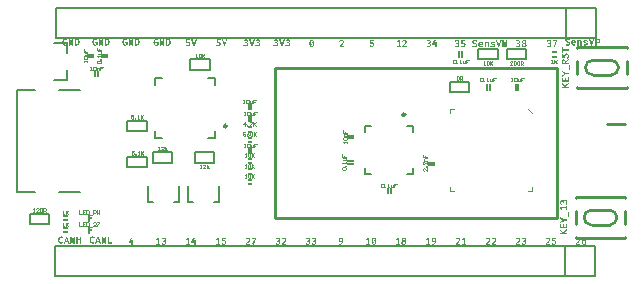
<source format=gto>
G04*
G04 #@! TF.GenerationSoftware,Altium Limited,Altium Designer,20.0.13 (296)*
G04*
G04 Layer_Color=65535*
%FSLAX25Y25*%
%MOIN*%
G70*
G01*
G75*
%ADD10C,0.01000*%
%ADD11C,0.00984*%
%ADD12C,0.00787*%
%ADD13C,0.00600*%
%ADD14C,0.00100*%
%ADD15C,0.00394*%
%ADD16C,0.00800*%
%ADD17C,0.00315*%
G36*
X173150Y70100D02*
X171850D01*
X171850Y70450D01*
X173150D01*
X173150Y70100D01*
D02*
G37*
G36*
X23400Y69300D02*
X21600D01*
Y69650D01*
X23400D01*
Y69300D01*
D02*
G37*
G36*
X18900D02*
X17100D01*
Y69650D01*
X18900D01*
Y69300D01*
D02*
G37*
G36*
X141841Y68600D02*
X141491D01*
Y70400D01*
X141841D01*
Y68600D01*
D02*
G37*
G36*
X140891D02*
X140541D01*
Y70400D01*
X140891D01*
Y68600D01*
D02*
G37*
G36*
X173150Y68550D02*
X171850D01*
Y68900D01*
X173150D01*
Y68550D01*
D02*
G37*
G36*
X23400Y68350D02*
X21600D01*
Y68700D01*
X23400D01*
Y68350D01*
D02*
G37*
G36*
X18900D02*
X17100D01*
Y68700D01*
X18900D01*
Y68350D01*
D02*
G37*
G36*
X20384Y62100D02*
X20034D01*
Y63900D01*
X20384D01*
Y62100D01*
D02*
G37*
G36*
X19434D02*
X19084D01*
Y63900D01*
X19434D01*
Y62100D01*
D02*
G37*
G36*
X160650Y57600D02*
X160300D01*
Y59400D01*
X160650D01*
Y57600D01*
D02*
G37*
G36*
X159700D02*
X159350D01*
Y59400D01*
X159700D01*
Y57600D01*
D02*
G37*
G36*
X151150D02*
X150800D01*
Y59400D01*
X151150D01*
Y57600D01*
D02*
G37*
G36*
X150200D02*
X149850D01*
Y59400D01*
X150200D01*
Y57600D01*
D02*
G37*
G36*
X71650Y51064D02*
X71300D01*
Y52864D01*
X71650D01*
Y51064D01*
D02*
G37*
G36*
X70700D02*
X70350D01*
Y52864D01*
X70700D01*
Y51064D01*
D02*
G37*
G36*
X71650Y47064D02*
X71300D01*
Y48864D01*
X71650D01*
Y47064D01*
D02*
G37*
G36*
X70700D02*
X70350D01*
Y48864D01*
X70700D01*
Y47064D01*
D02*
G37*
G36*
X71650Y45064D02*
X70350D01*
X70350Y45414D01*
X71650D01*
X71650Y45064D01*
D02*
G37*
G36*
X71650Y43514D02*
X70350D01*
Y43864D01*
X71650D01*
Y43514D01*
D02*
G37*
G36*
X105400Y42300D02*
X103600D01*
Y42650D01*
X105400D01*
Y42300D01*
D02*
G37*
G36*
X71650Y41564D02*
X70350D01*
X70350Y41914D01*
X71650D01*
X71650Y41564D01*
D02*
G37*
G36*
X105400Y41350D02*
X103600D01*
Y41700D01*
X105400D01*
Y41350D01*
D02*
G37*
G36*
X71650Y40014D02*
X70350D01*
Y40364D01*
X71650D01*
Y40014D01*
D02*
G37*
G36*
Y36564D02*
X71300D01*
Y38364D01*
X71650D01*
Y36564D01*
D02*
G37*
G36*
X70700D02*
X70350D01*
Y38364D01*
X70700D01*
Y36564D01*
D02*
G37*
G36*
X71650Y34564D02*
X70350D01*
X70350Y34914D01*
X71650D01*
X71650Y34564D01*
D02*
G37*
G36*
X105400Y33800D02*
X103600D01*
Y34150D01*
X105400D01*
Y33800D01*
D02*
G37*
G36*
X132400Y33300D02*
X130600D01*
Y33650D01*
X132400D01*
Y33300D01*
D02*
G37*
G36*
X71650Y33014D02*
X70350D01*
Y33364D01*
X71650D01*
Y33014D01*
D02*
G37*
G36*
X105400Y32850D02*
X103600D01*
Y33200D01*
X105400D01*
Y32850D01*
D02*
G37*
G36*
X132400Y32350D02*
X130600D01*
Y32700D01*
X132400D01*
Y32350D01*
D02*
G37*
G36*
X71650Y31064D02*
X70350D01*
X70350Y31414D01*
X71650D01*
X71650Y31064D01*
D02*
G37*
G36*
X71650Y29514D02*
X70350D01*
Y29864D01*
X71650D01*
Y29514D01*
D02*
G37*
G36*
X71650Y27564D02*
X70350D01*
X70350Y27914D01*
X71650D01*
X71650Y27564D01*
D02*
G37*
G36*
X71650Y26014D02*
X70350D01*
Y26364D01*
X71650D01*
Y26014D01*
D02*
G37*
G36*
X118150Y23100D02*
X117800D01*
Y24900D01*
X118150D01*
Y23100D01*
D02*
G37*
G36*
X117200D02*
X116850D01*
Y24900D01*
X117200D01*
Y23100D01*
D02*
G37*
G36*
X10250Y15600D02*
X8950D01*
Y15950D01*
X10250D01*
Y15600D01*
D02*
G37*
G36*
Y14050D02*
X8950D01*
X8950Y14400D01*
X10250D01*
X10250Y14050D01*
D02*
G37*
G36*
X17450Y15250D02*
X18150D01*
Y14750D01*
X17450D01*
Y13950D01*
X17050D01*
Y16050D01*
X17450D01*
Y15250D01*
D02*
G37*
G36*
X10250Y11600D02*
X8950D01*
Y11950D01*
X10250D01*
Y11600D01*
D02*
G37*
G36*
Y10050D02*
X8950D01*
X8950Y10400D01*
X10250D01*
X10250Y10050D01*
D02*
G37*
G36*
X17450Y11250D02*
X18150D01*
Y10750D01*
X17450D01*
Y9950D01*
X17050D01*
Y12050D01*
X17450D01*
Y11250D01*
D02*
G37*
G36*
X9684Y74697D02*
X9706D01*
X9759Y74691D01*
X9820Y74683D01*
X9887Y74672D01*
X9950Y74655D01*
X10014Y74633D01*
X10017D01*
X10022Y74630D01*
X10030Y74625D01*
X10042Y74619D01*
X10056Y74613D01*
X10072Y74603D01*
X10114Y74580D01*
X10161Y74550D01*
X10216Y74511D01*
X10272Y74464D01*
X10330Y74409D01*
X10086Y74156D01*
X10080Y74162D01*
X10064Y74173D01*
X10042Y74190D01*
X10011Y74212D01*
X9975Y74234D01*
X9936Y74259D01*
X9898Y74281D01*
X9859Y74298D01*
X9853Y74300D01*
X9842Y74303D01*
X9820Y74312D01*
X9795Y74320D01*
X9762Y74326D01*
X9723Y74334D01*
X9681Y74336D01*
X9637Y74339D01*
X9612D01*
X9596Y74336D01*
X9576Y74334D01*
X9551Y74328D01*
X9524Y74323D01*
X9493Y74314D01*
X9463Y74303D01*
X9429Y74289D01*
X9396Y74276D01*
X9360Y74256D01*
X9327Y74231D01*
X9294Y74206D01*
X9261Y74176D01*
X9230Y74140D01*
X9227Y74137D01*
X9224Y74132D01*
X9216Y74118D01*
X9205Y74101D01*
X9194Y74082D01*
X9180Y74054D01*
X9166Y74023D01*
X9152Y73985D01*
X9136Y73943D01*
X9122Y73896D01*
X9108Y73843D01*
X9097Y73788D01*
X9086Y73724D01*
X9078Y73655D01*
X9075Y73583D01*
X9072Y73503D01*
Y73497D01*
Y73483D01*
Y73458D01*
X9075Y73428D01*
Y73392D01*
X9078Y73348D01*
X9083Y73301D01*
X9089Y73251D01*
X9103Y73143D01*
X9125Y73035D01*
X9139Y72982D01*
X9155Y72935D01*
X9175Y72888D01*
X9197Y72849D01*
X9200Y72846D01*
X9202Y72841D01*
X9211Y72832D01*
X9222Y72819D01*
X9233Y72805D01*
X9249Y72788D01*
X9269Y72772D01*
X9291Y72752D01*
X9316Y72736D01*
X9344Y72716D01*
X9377Y72699D01*
X9410Y72686D01*
X9449Y72672D01*
X9488Y72663D01*
X9532Y72658D01*
X9579Y72655D01*
X9612D01*
X9629Y72658D01*
X9648Y72661D01*
X9695Y72666D01*
X9748Y72675D01*
X9803Y72688D01*
X9861Y72708D01*
X9917Y72736D01*
Y73306D01*
X9540D01*
X9496Y73661D01*
X10352D01*
Y72517D01*
X10349D01*
X10344Y72511D01*
X10333Y72506D01*
X10319Y72500D01*
X10302Y72489D01*
X10280Y72481D01*
X10233Y72456D01*
X10175Y72428D01*
X10111Y72403D01*
X10042Y72375D01*
X9972Y72353D01*
X9970D01*
X9964Y72351D01*
X9953Y72348D01*
X9939Y72345D01*
X9922Y72342D01*
X9903Y72337D01*
X9878Y72331D01*
X9853Y72328D01*
X9792Y72317D01*
X9723Y72309D01*
X9646Y72303D01*
X9562Y72301D01*
X9543D01*
X9518Y72303D01*
X9488Y72306D01*
X9449Y72309D01*
X9404Y72317D01*
X9357Y72325D01*
X9305Y72339D01*
X9249Y72356D01*
X9191Y72375D01*
X9133Y72400D01*
X9075Y72431D01*
X9017Y72467D01*
X8961Y72506D01*
X8909Y72553D01*
X8859Y72608D01*
X8856Y72611D01*
X8848Y72622D01*
X8837Y72641D01*
X8820Y72666D01*
X8801Y72697D01*
X8781Y72736D01*
X8759Y72783D01*
X8737Y72835D01*
X8712Y72896D01*
X8690Y72963D01*
X8670Y73035D01*
X8651Y73115D01*
X8634Y73201D01*
X8623Y73295D01*
X8615Y73395D01*
X8612Y73503D01*
Y73508D01*
Y73519D01*
Y73539D01*
X8615Y73567D01*
X8618Y73600D01*
X8621Y73636D01*
X8623Y73680D01*
X8629Y73724D01*
X8637Y73774D01*
X8646Y73827D01*
X8670Y73935D01*
X8684Y73990D01*
X8704Y74046D01*
X8723Y74098D01*
X8748Y74151D01*
X8751Y74154D01*
X8754Y74162D01*
X8762Y74176D01*
X8773Y74195D01*
X8787Y74217D01*
X8803Y74245D01*
X8823Y74273D01*
X8845Y74303D01*
X8898Y74370D01*
X8958Y74439D01*
X9033Y74503D01*
X9072Y74533D01*
X9114Y74561D01*
X9116Y74564D01*
X9125Y74566D01*
X9136Y74575D01*
X9155Y74583D01*
X9177Y74594D01*
X9202Y74605D01*
X9233Y74616D01*
X9266Y74630D01*
X9302Y74644D01*
X9341Y74655D01*
X9429Y74677D01*
X9524Y74694D01*
X9573Y74697D01*
X9626Y74699D01*
X9665D01*
X9684Y74697D01*
D02*
G37*
G36*
X12280Y72342D02*
X11731D01*
X11069Y74253D01*
Y74248D01*
X11072Y74231D01*
X11075Y74204D01*
X11078Y74170D01*
X11080Y74126D01*
X11086Y74076D01*
X11091Y74018D01*
X11097Y73957D01*
X11100Y73891D01*
X11105Y73821D01*
X11114Y73677D01*
X11119Y73533D01*
X11122Y73464D01*
Y73395D01*
Y72342D01*
X10720D01*
Y74655D01*
X11269D01*
X11931Y72744D01*
Y72747D01*
Y72752D01*
X11928Y72763D01*
Y72777D01*
X11925Y72796D01*
X11922Y72819D01*
X11920Y72841D01*
X11917Y72868D01*
X11911Y72929D01*
X11906Y72996D01*
X11897Y73068D01*
X11892Y73140D01*
Y73143D01*
Y73148D01*
Y73159D01*
X11889Y73176D01*
Y73193D01*
X11886Y73217D01*
Y73242D01*
Y73270D01*
X11884Y73303D01*
Y73339D01*
X11881Y73417D01*
X11878Y73506D01*
Y73600D01*
Y74655D01*
X12280D01*
Y72342D01*
D02*
G37*
G36*
X13313Y74652D02*
X13349D01*
X13390Y74647D01*
X13440Y74641D01*
X13496Y74636D01*
X13554Y74625D01*
X13618Y74611D01*
X13684Y74594D01*
X13751Y74575D01*
X13820Y74550D01*
X13886Y74522D01*
X13953Y74489D01*
X14014Y74453D01*
X14075Y74409D01*
X14077Y74406D01*
X14089Y74397D01*
X14102Y74381D01*
X14122Y74361D01*
X14147Y74331D01*
X14172Y74298D01*
X14199Y74253D01*
X14230Y74206D01*
X14257Y74148D01*
X14285Y74082D01*
X14310Y74010D01*
X14335Y73927D01*
X14355Y73838D01*
X14368Y73738D01*
X14379Y73630D01*
X14382Y73511D01*
Y73508D01*
Y73503D01*
Y73494D01*
Y73483D01*
Y73467D01*
X14379Y73450D01*
X14377Y73406D01*
X14374Y73350D01*
X14366Y73290D01*
X14357Y73223D01*
X14343Y73151D01*
X14327Y73076D01*
X14307Y73001D01*
X14283Y72927D01*
X14252Y72852D01*
X14216Y72780D01*
X14177Y72713D01*
X14130Y72652D01*
X14075Y72600D01*
X14072Y72597D01*
X14061Y72589D01*
X14044Y72575D01*
X14019Y72561D01*
X13989Y72539D01*
X13953Y72519D01*
X13911Y72495D01*
X13864Y72472D01*
X13809Y72447D01*
X13751Y72422D01*
X13687Y72403D01*
X13620Y72384D01*
X13546Y72367D01*
X13468Y72353D01*
X13388Y72345D01*
X13302Y72342D01*
X12717D01*
Y74655D01*
X13288D01*
X13313Y74652D01*
D02*
G37*
G36*
X70522Y8295D02*
X70547Y8292D01*
X70572Y8290D01*
X70600Y8287D01*
X70663Y8276D01*
X70730Y8262D01*
X70797Y8240D01*
X70863Y8209D01*
X70866D01*
X70871Y8207D01*
X70880Y8201D01*
X70891Y8193D01*
X70921Y8173D01*
X70960Y8146D01*
X71001Y8112D01*
X71043Y8071D01*
X71085Y8024D01*
X71121Y7968D01*
Y7966D01*
X71123Y7963D01*
X71129Y7954D01*
X71134Y7943D01*
X71140Y7927D01*
X71148Y7910D01*
X71165Y7871D01*
X71181Y7822D01*
X71195Y7763D01*
X71206Y7700D01*
X71209Y7633D01*
Y7631D01*
Y7625D01*
Y7614D01*
Y7597D01*
X71206Y7581D01*
X71204Y7558D01*
X71201Y7534D01*
X71198Y7506D01*
X71187Y7445D01*
X71170Y7376D01*
X71145Y7304D01*
X71115Y7232D01*
Y7229D01*
X71109Y7223D01*
X71104Y7212D01*
X71098Y7198D01*
X71087Y7179D01*
X71076Y7160D01*
X71060Y7135D01*
X71043Y7107D01*
X71001Y7046D01*
X70952Y6974D01*
X70888Y6894D01*
X70816Y6810D01*
X70813Y6808D01*
X70808Y6799D01*
X70794Y6788D01*
X70777Y6769D01*
X70758Y6750D01*
X70730Y6722D01*
X70700Y6694D01*
X70666Y6661D01*
X70627Y6622D01*
X70586Y6583D01*
X70539Y6542D01*
X70486Y6498D01*
X70431Y6448D01*
X70373Y6401D01*
X70309Y6348D01*
X70243Y6295D01*
X71262D01*
X71220Y5941D01*
X69758D01*
Y6262D01*
X69763Y6268D01*
X69777Y6282D01*
X69799Y6301D01*
X69830Y6331D01*
X69866Y6365D01*
X69905Y6406D01*
X69952Y6450D01*
X69999Y6498D01*
X70104Y6603D01*
X70209Y6708D01*
X70262Y6761D01*
X70312Y6813D01*
X70356Y6860D01*
X70398Y6905D01*
X70400Y6908D01*
X70406Y6916D01*
X70417Y6927D01*
X70431Y6944D01*
X70447Y6963D01*
X70467Y6985D01*
X70511Y7040D01*
X70558Y7101D01*
X70608Y7165D01*
X70650Y7232D01*
X70669Y7262D01*
X70686Y7293D01*
Y7295D01*
X70688Y7301D01*
X70694Y7309D01*
X70700Y7320D01*
X70705Y7334D01*
X70713Y7351D01*
X70727Y7392D01*
X70744Y7439D01*
X70755Y7492D01*
X70766Y7550D01*
X70769Y7608D01*
Y7611D01*
Y7617D01*
Y7622D01*
Y7633D01*
X70763Y7661D01*
X70758Y7697D01*
X70747Y7736D01*
X70733Y7777D01*
X70711Y7816D01*
X70680Y7852D01*
X70677Y7855D01*
X70663Y7866D01*
X70644Y7880D01*
X70616Y7896D01*
X70580Y7913D01*
X70539Y7927D01*
X70492Y7938D01*
X70436Y7941D01*
X70414D01*
X70386Y7938D01*
X70356Y7935D01*
X70317Y7930D01*
X70279Y7919D01*
X70240Y7908D01*
X70201Y7891D01*
X70195Y7888D01*
X70184Y7880D01*
X70165Y7869D01*
X70140Y7849D01*
X70107Y7824D01*
X70071Y7791D01*
X70029Y7752D01*
X69985Y7705D01*
X69713Y7916D01*
X69716Y7919D01*
X69719Y7924D01*
X69727Y7935D01*
X69738Y7949D01*
X69752Y7966D01*
X69769Y7985D01*
X69808Y8029D01*
X69855Y8076D01*
X69910Y8123D01*
X69971Y8168D01*
X70038Y8207D01*
X70040D01*
X70046Y8209D01*
X70057Y8215D01*
X70071Y8220D01*
X70087Y8229D01*
X70107Y8234D01*
X70132Y8243D01*
X70159Y8254D01*
X70187Y8262D01*
X70220Y8270D01*
X70292Y8284D01*
X70376Y8295D01*
X70464Y8298D01*
X70503D01*
X70522Y8295D01*
D02*
G37*
G36*
X73287Y7954D02*
X72384Y5902D01*
X71990Y6016D01*
X72852Y7902D01*
X71821D01*
Y8254D01*
X73287D01*
Y7954D01*
D02*
G37*
G36*
X8283Y8697D02*
X8305D01*
X8357Y8691D01*
X8418Y8686D01*
X8485Y8675D01*
X8549Y8661D01*
X8612Y8641D01*
X8615D01*
X8621Y8638D01*
X8629Y8636D01*
X8640Y8630D01*
X8654Y8625D01*
X8673Y8616D01*
X8715Y8597D01*
X8765Y8569D01*
X8817Y8536D01*
X8875Y8494D01*
X8936Y8445D01*
X8712Y8173D01*
X8709Y8176D01*
X8701Y8181D01*
X8690Y8190D01*
X8673Y8198D01*
X8654Y8212D01*
X8629Y8226D01*
X8601Y8240D01*
X8568Y8256D01*
X8535Y8273D01*
X8499Y8287D01*
X8418Y8314D01*
X8377Y8323D01*
X8332Y8331D01*
X8288Y8337D01*
X8241Y8339D01*
X8216D01*
X8200Y8337D01*
X8177Y8334D01*
X8150Y8328D01*
X8122Y8323D01*
X8091Y8314D01*
X8058Y8303D01*
X8025Y8289D01*
X7989Y8276D01*
X7953Y8256D01*
X7917Y8231D01*
X7884Y8206D01*
X7851Y8176D01*
X7817Y8140D01*
X7814Y8137D01*
X7809Y8132D01*
X7803Y8118D01*
X7792Y8101D01*
X7779Y8082D01*
X7765Y8054D01*
X7751Y8023D01*
X7737Y7985D01*
X7720Y7943D01*
X7706Y7896D01*
X7693Y7843D01*
X7679Y7788D01*
X7668Y7724D01*
X7662Y7655D01*
X7657Y7583D01*
X7654Y7503D01*
Y7497D01*
Y7483D01*
Y7461D01*
X7657Y7431D01*
X7659Y7395D01*
X7662Y7356D01*
X7668Y7309D01*
X7673Y7262D01*
X7693Y7157D01*
X7706Y7104D01*
X7723Y7051D01*
X7740Y7001D01*
X7762Y6954D01*
X7787Y6907D01*
X7814Y6868D01*
X7817Y6866D01*
X7823Y6860D01*
X7831Y6849D01*
X7845Y6838D01*
X7859Y6821D01*
X7878Y6805D01*
X7903Y6788D01*
X7928Y6769D01*
X7959Y6749D01*
X7989Y6733D01*
X8025Y6716D01*
X8064Y6700D01*
X8105Y6688D01*
X8150Y6677D01*
X8194Y6672D01*
X8244Y6669D01*
X8269D01*
X8299Y6672D01*
X8335Y6674D01*
X8377Y6680D01*
X8421Y6688D01*
X8465Y6700D01*
X8510Y6716D01*
X8515Y6719D01*
X8529Y6724D01*
X8551Y6738D01*
X8582Y6752D01*
X8621Y6774D01*
X8662Y6799D01*
X8709Y6830D01*
X8759Y6863D01*
X8967Y6594D01*
X8964Y6591D01*
X8953Y6580D01*
X8936Y6566D01*
X8914Y6547D01*
X8886Y6525D01*
X8850Y6500D01*
X8812Y6475D01*
X8765Y6447D01*
X8715Y6420D01*
X8659Y6395D01*
X8598Y6370D01*
X8532Y6348D01*
X8463Y6328D01*
X8388Y6314D01*
X8310Y6303D01*
X8230Y6301D01*
X8200D01*
X8180Y6303D01*
X8152Y6306D01*
X8122Y6309D01*
X8089Y6312D01*
X8050Y6317D01*
X8011Y6325D01*
X7967Y6334D01*
X7878Y6359D01*
X7831Y6375D01*
X7784Y6395D01*
X7737Y6414D01*
X7693Y6439D01*
X7690Y6442D01*
X7682Y6445D01*
X7671Y6453D01*
X7654Y6464D01*
X7634Y6481D01*
X7612Y6497D01*
X7585Y6519D01*
X7560Y6542D01*
X7529Y6569D01*
X7499Y6600D01*
X7468Y6633D01*
X7438Y6672D01*
X7407Y6711D01*
X7380Y6755D01*
X7349Y6799D01*
X7324Y6849D01*
Y6852D01*
X7319Y6863D01*
X7313Y6877D01*
X7305Y6899D01*
X7294Y6924D01*
X7283Y6954D01*
X7272Y6990D01*
X7260Y7032D01*
X7247Y7079D01*
X7236Y7129D01*
X7225Y7181D01*
X7213Y7240D01*
X7205Y7301D01*
X7200Y7364D01*
X7197Y7434D01*
X7194Y7503D01*
Y7508D01*
Y7519D01*
Y7539D01*
X7197Y7564D01*
Y7597D01*
X7202Y7636D01*
X7205Y7677D01*
X7211Y7722D01*
X7219Y7772D01*
X7227Y7821D01*
X7249Y7929D01*
X7283Y8037D01*
X7305Y8090D01*
X7327Y8143D01*
X7330Y8145D01*
X7333Y8154D01*
X7341Y8168D01*
X7352Y8187D01*
X7366Y8209D01*
X7382Y8237D01*
X7402Y8264D01*
X7424Y8295D01*
X7449Y8328D01*
X7479Y8361D01*
X7543Y8431D01*
X7618Y8497D01*
X7657Y8528D01*
X7701Y8555D01*
X7704Y8558D01*
X7712Y8561D01*
X7726Y8569D01*
X7743Y8578D01*
X7765Y8589D01*
X7792Y8600D01*
X7823Y8613D01*
X7856Y8627D01*
X7892Y8641D01*
X7934Y8655D01*
X7978Y8666D01*
X8022Y8677D01*
X8119Y8694D01*
X8172Y8697D01*
X8224Y8699D01*
X8263D01*
X8283Y8697D01*
D02*
G37*
G36*
X14806Y6342D02*
X14363D01*
Y7364D01*
X13692D01*
Y6342D01*
X13247D01*
Y8655D01*
X13692D01*
Y7738D01*
X14363D01*
Y8655D01*
X14806D01*
Y6342D01*
D02*
G37*
G36*
X12809D02*
X12260D01*
X11598Y8253D01*
Y8248D01*
X11601Y8231D01*
X11604Y8204D01*
X11607Y8170D01*
X11609Y8126D01*
X11615Y8076D01*
X11620Y8018D01*
X11626Y7957D01*
X11629Y7891D01*
X11634Y7821D01*
X11643Y7677D01*
X11648Y7533D01*
X11651Y7464D01*
Y7395D01*
Y6342D01*
X11249D01*
Y8655D01*
X11798D01*
X12460Y6744D01*
Y6747D01*
Y6752D01*
X12457Y6763D01*
Y6777D01*
X12454Y6796D01*
X12451Y6819D01*
X12449Y6841D01*
X12446Y6868D01*
X12440Y6929D01*
X12435Y6996D01*
X12427Y7068D01*
X12421Y7140D01*
Y7143D01*
Y7148D01*
Y7159D01*
X12418Y7176D01*
Y7192D01*
X12415Y7218D01*
Y7242D01*
Y7270D01*
X12413Y7303D01*
Y7339D01*
X12410Y7417D01*
X12407Y7506D01*
Y7600D01*
Y8655D01*
X12809D01*
Y6342D01*
D02*
G37*
G36*
X11017D02*
X10557D01*
X10402Y6882D01*
X9648D01*
X9493Y6342D01*
X9047D01*
X9773Y8655D01*
X10291D01*
X11017Y6342D01*
D02*
G37*
G36*
X130820Y6311D02*
X131269D01*
Y5962D01*
X129845D01*
Y6311D01*
X130391D01*
Y7834D01*
X129917Y7532D01*
X129740Y7829D01*
X130454Y8275D01*
X130820D01*
Y6311D01*
D02*
G37*
G36*
X132496Y8313D02*
X132521D01*
X132554Y8308D01*
X132593Y8302D01*
X132634Y8297D01*
X132679Y8286D01*
X132726Y8272D01*
X132776Y8255D01*
X132826Y8236D01*
X132875Y8211D01*
X132925Y8183D01*
X132972Y8150D01*
X133014Y8114D01*
X133055Y8070D01*
X133058Y8067D01*
X133064Y8058D01*
X133075Y8045D01*
X133089Y8025D01*
X133103Y8000D01*
X133119Y7970D01*
X133139Y7937D01*
X133158Y7895D01*
X133177Y7851D01*
X133197Y7801D01*
X133213Y7745D01*
X133227Y7687D01*
X133241Y7623D01*
X133252Y7554D01*
X133258Y7482D01*
X133260Y7405D01*
Y7399D01*
Y7385D01*
Y7360D01*
X133258Y7327D01*
Y7288D01*
X133252Y7244D01*
X133249Y7191D01*
X133244Y7136D01*
X133236Y7078D01*
X133227Y7017D01*
X133202Y6889D01*
X133188Y6826D01*
X133169Y6765D01*
X133150Y6704D01*
X133125Y6646D01*
X133122Y6643D01*
X133119Y6632D01*
X133111Y6618D01*
X133100Y6596D01*
X133086Y6571D01*
X133069Y6543D01*
X133047Y6510D01*
X133022Y6477D01*
X132997Y6438D01*
X132967Y6399D01*
X132931Y6360D01*
X132895Y6322D01*
X132853Y6283D01*
X132809Y6244D01*
X132762Y6205D01*
X132712Y6172D01*
X132709Y6169D01*
X132698Y6164D01*
X132684Y6155D01*
X132662Y6144D01*
X132632Y6128D01*
X132598Y6111D01*
X132557Y6092D01*
X132512Y6070D01*
X132460Y6047D01*
X132402Y6025D01*
X132338Y6000D01*
X132269Y5978D01*
X132194Y5953D01*
X132114Y5928D01*
X132030Y5906D01*
X131939Y5884D01*
X131848Y6200D01*
X131853Y6202D01*
X131867Y6205D01*
X131892Y6214D01*
X131925Y6222D01*
X131964Y6236D01*
X132008Y6250D01*
X132058Y6266D01*
X132111Y6286D01*
X132224Y6333D01*
X132341Y6388D01*
X132396Y6416D01*
X132449Y6449D01*
X132501Y6482D01*
X132546Y6518D01*
X132548Y6521D01*
X132557Y6527D01*
X132568Y6538D01*
X132582Y6554D01*
X132601Y6574D01*
X132621Y6596D01*
X132643Y6624D01*
X132665Y6654D01*
X132690Y6687D01*
X132712Y6723D01*
X132734Y6765D01*
X132756Y6806D01*
X132773Y6854D01*
X132790Y6900D01*
X132801Y6953D01*
X132809Y7006D01*
X132806Y7003D01*
X132801Y6995D01*
X132792Y6984D01*
X132778Y6970D01*
X132762Y6950D01*
X132742Y6931D01*
X132718Y6909D01*
X132690Y6887D01*
X132659Y6865D01*
X132623Y6842D01*
X132585Y6823D01*
X132543Y6804D01*
X132496Y6787D01*
X132446Y6776D01*
X132393Y6768D01*
X132338Y6765D01*
X132319D01*
X132305Y6768D01*
X132288D01*
X132269Y6770D01*
X132222Y6776D01*
X132169Y6787D01*
X132108Y6804D01*
X132050Y6826D01*
X131989Y6856D01*
X131986D01*
X131983Y6862D01*
X131975Y6867D01*
X131964Y6873D01*
X131936Y6895D01*
X131900Y6926D01*
X131862Y6961D01*
X131823Y7006D01*
X131784Y7058D01*
X131748Y7119D01*
Y7122D01*
X131745Y7128D01*
X131740Y7136D01*
X131734Y7150D01*
X131729Y7166D01*
X131720Y7186D01*
X131712Y7208D01*
X131706Y7233D01*
X131690Y7291D01*
X131676Y7360D01*
X131665Y7435D01*
X131662Y7518D01*
Y7521D01*
Y7529D01*
Y7543D01*
X131665Y7560D01*
Y7582D01*
X131668Y7607D01*
X131670Y7635D01*
X131676Y7665D01*
X131687Y7732D01*
X131706Y7804D01*
X131731Y7876D01*
X131765Y7945D01*
Y7948D01*
X131770Y7953D01*
X131776Y7961D01*
X131784Y7975D01*
X131806Y8006D01*
X131839Y8047D01*
X131878Y8092D01*
X131928Y8136D01*
X131983Y8180D01*
X132047Y8219D01*
X132050D01*
X132055Y8225D01*
X132067Y8227D01*
X132080Y8236D01*
X132097Y8241D01*
X132116Y8249D01*
X132141Y8258D01*
X132166Y8269D01*
X132227Y8286D01*
X132297Y8302D01*
X132374Y8313D01*
X132457Y8316D01*
X132474D01*
X132496Y8313D01*
D02*
G37*
G36*
X91811Y74249D02*
X91835Y74247D01*
X91869Y74244D01*
X91907Y74235D01*
X91949Y74227D01*
X91993Y74213D01*
X92040Y74197D01*
X92090Y74174D01*
X92140Y74150D01*
X92190Y74119D01*
X92237Y74083D01*
X92284Y74041D01*
X92329Y73994D01*
X92367Y73939D01*
X92370Y73936D01*
X92376Y73925D01*
X92387Y73906D01*
X92398Y73881D01*
X92414Y73850D01*
X92431Y73809D01*
X92450Y73764D01*
X92470Y73712D01*
X92486Y73651D01*
X92506Y73584D01*
X92522Y73512D01*
X92539Y73435D01*
X92550Y73349D01*
X92561Y73258D01*
X92567Y73161D01*
X92570Y73055D01*
Y73053D01*
Y73050D01*
Y73041D01*
Y73030D01*
Y73000D01*
X92567Y72961D01*
X92564Y72914D01*
X92558Y72859D01*
X92553Y72795D01*
X92545Y72729D01*
X92533Y72659D01*
X92520Y72587D01*
X92503Y72513D01*
X92484Y72438D01*
X92459Y72366D01*
X92431Y72296D01*
X92400Y72227D01*
X92365Y72166D01*
X92362Y72163D01*
X92356Y72152D01*
X92342Y72139D01*
X92326Y72116D01*
X92306Y72094D01*
X92279Y72066D01*
X92251Y72039D01*
X92215Y72011D01*
X92176Y71981D01*
X92132Y71953D01*
X92082Y71925D01*
X92029Y71903D01*
X91971Y71881D01*
X91910Y71867D01*
X91844Y71856D01*
X91772Y71853D01*
X91755D01*
X91733Y71856D01*
X91708Y71859D01*
X91675Y71861D01*
X91636Y71870D01*
X91594Y71878D01*
X91550Y71892D01*
X91503Y71909D01*
X91453Y71931D01*
X91403Y71956D01*
X91353Y71986D01*
X91304Y72022D01*
X91259Y72064D01*
X91215Y72111D01*
X91173Y72166D01*
X91171Y72169D01*
X91165Y72180D01*
X91154Y72199D01*
X91143Y72224D01*
X91126Y72258D01*
X91110Y72296D01*
X91090Y72341D01*
X91074Y72396D01*
X91054Y72454D01*
X91035Y72521D01*
X91018Y72593D01*
X91002Y72673D01*
X90991Y72759D01*
X90979Y72853D01*
X90974Y72950D01*
X90971Y73055D01*
Y73058D01*
Y73061D01*
Y73069D01*
Y73080D01*
X90974Y73111D01*
Y73150D01*
X90977Y73197D01*
X90982Y73252D01*
X90988Y73313D01*
X90996Y73379D01*
X91007Y73449D01*
X91021Y73521D01*
X91038Y73595D01*
X91057Y73670D01*
X91079Y73742D01*
X91107Y73812D01*
X91137Y73878D01*
X91173Y73939D01*
X91176Y73942D01*
X91182Y73953D01*
X91195Y73967D01*
X91212Y73989D01*
X91232Y74011D01*
X91259Y74039D01*
X91290Y74066D01*
X91323Y74097D01*
X91365Y74125D01*
X91409Y74152D01*
X91459Y74180D01*
X91511Y74202D01*
X91570Y74224D01*
X91633Y74238D01*
X91700Y74249D01*
X91772Y74252D01*
X91788D01*
X91811Y74249D01*
D02*
G37*
G36*
X176241Y20865D02*
X176258D01*
X176280Y20862D01*
X176327Y20854D01*
X176385Y20843D01*
X176446Y20823D01*
X176510Y20795D01*
X176573Y20759D01*
X176576D01*
X176582Y20754D01*
X176590Y20748D01*
X176601Y20740D01*
X176629Y20715D01*
X176668Y20682D01*
X176709Y20640D01*
X176751Y20588D01*
X176792Y20529D01*
X176831Y20460D01*
Y20458D01*
X176834Y20452D01*
X176839Y20441D01*
X176845Y20427D01*
X176853Y20408D01*
X176859Y20385D01*
X176867Y20360D01*
X176875Y20333D01*
X176886Y20302D01*
X176895Y20269D01*
X176909Y20194D01*
X176920Y20111D01*
X176922Y20020D01*
Y19981D01*
X176920Y19962D01*
X176917Y19937D01*
Y19912D01*
X176911Y19881D01*
X176903Y19815D01*
X176889Y19743D01*
X176870Y19668D01*
X176842Y19593D01*
Y19590D01*
X176839Y19585D01*
X176834Y19574D01*
X176825Y19560D01*
X176817Y19543D01*
X176806Y19524D01*
X176778Y19477D01*
X176740Y19424D01*
X176695Y19369D01*
X176640Y19311D01*
X176576Y19255D01*
X176349Y19518D01*
X176355Y19524D01*
X176368Y19538D01*
X176391Y19560D01*
X176416Y19588D01*
X176446Y19621D01*
X176474Y19660D01*
X176501Y19701D01*
X176523Y19746D01*
Y19748D01*
X176526Y19751D01*
X176532Y19768D01*
X176540Y19790D01*
X176549Y19823D01*
X176557Y19862D01*
X176565Y19904D01*
X176571Y19951D01*
X176573Y20000D01*
Y20020D01*
X176571Y20034D01*
Y20050D01*
X176568Y20070D01*
X176559Y20114D01*
X176549Y20164D01*
X176532Y20216D01*
X176507Y20266D01*
X176474Y20311D01*
X176468Y20316D01*
X176454Y20327D01*
X176432Y20347D01*
X176399Y20369D01*
X176360Y20388D01*
X176313Y20408D01*
X176258Y20419D01*
X176194Y20424D01*
X176188D01*
X176177D01*
X176161Y20421D01*
X176136Y20419D01*
X176111Y20413D01*
X176080Y20402D01*
X176047Y20391D01*
X176011Y20374D01*
X175978Y20352D01*
X175945Y20324D01*
X175914Y20294D01*
X175886Y20253D01*
X175864Y20208D01*
X175848Y20153D01*
X175834Y20092D01*
X175831Y20020D01*
Y19795D01*
X175501Y19840D01*
Y20023D01*
X175499Y20034D01*
X175496Y20061D01*
X175490Y20097D01*
X175482Y20139D01*
X175465Y20183D01*
X175446Y20225D01*
X175418Y20266D01*
X175416Y20272D01*
X175402Y20283D01*
X175382Y20300D01*
X175357Y20319D01*
X175324Y20336D01*
X175283Y20352D01*
X175233Y20363D01*
X175177Y20369D01*
X175174D01*
X175172D01*
X175152Y20366D01*
X175127Y20363D01*
X175094Y20358D01*
X175058Y20344D01*
X175022Y20327D01*
X174986Y20305D01*
X174953Y20272D01*
X174950Y20266D01*
X174939Y20255D01*
X174925Y20233D01*
X174911Y20203D01*
X174895Y20167D01*
X174884Y20122D01*
X174873Y20072D01*
X174870Y20014D01*
Y19992D01*
X174873Y19967D01*
X174875Y19937D01*
X174881Y19901D01*
X174889Y19859D01*
X174900Y19820D01*
X174917Y19779D01*
X174920Y19773D01*
X174925Y19759D01*
X174936Y19740D01*
X174953Y19710D01*
X174975Y19676D01*
X175003Y19637D01*
X175033Y19593D01*
X175072Y19546D01*
X174831Y19322D01*
X174828Y19324D01*
X174817Y19336D01*
X174803Y19352D01*
X174784Y19377D01*
X174759Y19405D01*
X174734Y19441D01*
X174706Y19480D01*
X174676Y19527D01*
X174648Y19577D01*
X174620Y19632D01*
X174596Y19690D01*
X174571Y19754D01*
X174551Y19820D01*
X174537Y19892D01*
X174526Y19964D01*
X174524Y20042D01*
Y20081D01*
X174526Y20100D01*
Y20122D01*
X174529Y20147D01*
X174535Y20178D01*
X174543Y20239D01*
X174557Y20305D01*
X174576Y20372D01*
X174604Y20438D01*
Y20441D01*
X174607Y20446D01*
X174612Y20455D01*
X174618Y20466D01*
X174637Y20496D01*
X174662Y20535D01*
X174693Y20577D01*
X174731Y20621D01*
X174773Y20662D01*
X174823Y20701D01*
X174826D01*
X174828Y20704D01*
X174837Y20709D01*
X174848Y20715D01*
X174875Y20732D01*
X174911Y20748D01*
X174956Y20765D01*
X175008Y20782D01*
X175064Y20793D01*
X175125Y20795D01*
X175127D01*
X175133D01*
X175144D01*
X175161Y20793D01*
X175177D01*
X175199Y20790D01*
X175249Y20779D01*
X175308Y20762D01*
X175368Y20740D01*
X175429Y20707D01*
X175460Y20685D01*
X175488Y20662D01*
X175490Y20660D01*
X175493Y20657D01*
X175501Y20649D01*
X175510Y20640D01*
X175535Y20610D01*
X175562Y20574D01*
X175590Y20527D01*
X175615Y20474D01*
X175634Y20416D01*
X175640Y20383D01*
X175643Y20349D01*
Y20369D01*
X175645Y20385D01*
X175648Y20402D01*
X175651Y20424D01*
X175662Y20474D01*
X175681Y20529D01*
X175709Y20590D01*
X175726Y20624D01*
X175745Y20654D01*
X175767Y20682D01*
X175795Y20712D01*
X175798Y20715D01*
X175801Y20718D01*
X175812Y20726D01*
X175823Y20737D01*
X175837Y20748D01*
X175856Y20762D01*
X175878Y20776D01*
X175903Y20790D01*
X175931Y20804D01*
X175961Y20818D01*
X175995Y20831D01*
X176033Y20843D01*
X176072Y20854D01*
X176114Y20862D01*
X176161Y20865D01*
X176208Y20867D01*
X176210D01*
X176216D01*
X176227D01*
X176241Y20865D01*
D02*
G37*
G36*
X176881Y17502D02*
X176532D01*
Y18048D01*
X175008D01*
X175310Y17574D01*
X175014Y17397D01*
X174568Y18111D01*
Y18477D01*
X176532D01*
Y18926D01*
X176881D01*
Y17502D01*
D02*
G37*
G36*
X177476Y15297D02*
X177113D01*
Y16995D01*
X177476D01*
Y15297D01*
D02*
G37*
G36*
X175997Y14372D02*
X176881D01*
Y13926D01*
X176000D01*
X174568Y13172D01*
Y13646D01*
X175632Y14156D01*
X174568Y14671D01*
Y15125D01*
X175997Y14372D01*
D02*
G37*
G36*
X176881Y11510D02*
X174568D01*
Y12929D01*
X174920Y12881D01*
Y11954D01*
X175535D01*
Y12768D01*
X175881D01*
Y11954D01*
X176532D01*
Y12948D01*
X176881D01*
Y11510D01*
D02*
G37*
G36*
Y10646D02*
X175721Y9876D01*
X176881D01*
Y9430D01*
X174568D01*
Y9876D01*
X175578D01*
X174568Y10618D01*
Y11086D01*
X175626Y10303D01*
X176881Y11150D01*
Y10646D01*
D02*
G37*
G36*
X152533Y8276D02*
X152558Y8273D01*
X152583Y8270D01*
X152611Y8268D01*
X152674Y8257D01*
X152741Y8243D01*
X152807Y8220D01*
X152874Y8190D01*
X152877D01*
X152882Y8187D01*
X152891Y8182D01*
X152902Y8173D01*
X152932Y8154D01*
X152971Y8126D01*
X153013Y8093D01*
X153054Y8051D01*
X153096Y8004D01*
X153132Y7949D01*
Y7946D01*
X153134Y7943D01*
X153140Y7935D01*
X153146Y7924D01*
X153151Y7908D01*
X153159Y7891D01*
X153176Y7852D01*
X153192Y7802D01*
X153206Y7744D01*
X153217Y7680D01*
X153220Y7614D01*
Y7611D01*
Y7605D01*
Y7594D01*
Y7578D01*
X153217Y7561D01*
X153215Y7539D01*
X153212Y7514D01*
X153209Y7486D01*
X153198Y7425D01*
X153182Y7356D01*
X153156Y7284D01*
X153126Y7212D01*
Y7209D01*
X153121Y7204D01*
X153115Y7193D01*
X153109Y7179D01*
X153098Y7160D01*
X153087Y7140D01*
X153071Y7115D01*
X153054Y7087D01*
X153013Y7027D01*
X152963Y6955D01*
X152899Y6874D01*
X152827Y6791D01*
X152824Y6788D01*
X152819Y6780D01*
X152805Y6769D01*
X152788Y6750D01*
X152769Y6730D01*
X152741Y6702D01*
X152711Y6675D01*
X152677Y6642D01*
X152638Y6603D01*
X152597Y6564D01*
X152550Y6522D01*
X152497Y6478D01*
X152442Y6428D01*
X152384Y6381D01*
X152320Y6329D01*
X152253Y6276D01*
X153273D01*
X153231Y5921D01*
X151769D01*
Y6243D01*
X151774Y6248D01*
X151788Y6262D01*
X151810Y6282D01*
X151841Y6312D01*
X151877Y6345D01*
X151916Y6387D01*
X151963Y6431D01*
X152010Y6478D01*
X152115Y6583D01*
X152220Y6689D01*
X152273Y6741D01*
X152323Y6794D01*
X152367Y6841D01*
X152409Y6885D01*
X152411Y6888D01*
X152417Y6896D01*
X152428Y6908D01*
X152442Y6924D01*
X152459Y6944D01*
X152478Y6966D01*
X152522Y7021D01*
X152569Y7082D01*
X152619Y7146D01*
X152661Y7212D01*
X152680Y7243D01*
X152697Y7273D01*
Y7276D01*
X152699Y7281D01*
X152705Y7290D01*
X152711Y7301D01*
X152716Y7315D01*
X152724Y7331D01*
X152738Y7373D01*
X152755Y7420D01*
X152766Y7473D01*
X152777Y7531D01*
X152780Y7589D01*
Y7592D01*
Y7597D01*
Y7603D01*
Y7614D01*
X152774Y7642D01*
X152769Y7677D01*
X152758Y7716D01*
X152744Y7758D01*
X152722Y7797D01*
X152691Y7833D01*
X152688Y7835D01*
X152674Y7846D01*
X152655Y7860D01*
X152628Y7877D01*
X152592Y7894D01*
X152550Y7908D01*
X152503Y7919D01*
X152447Y7921D01*
X152425D01*
X152398Y7919D01*
X152367Y7916D01*
X152328Y7910D01*
X152289Y7899D01*
X152251Y7888D01*
X152212Y7871D01*
X152206Y7869D01*
X152195Y7860D01*
X152176Y7849D01*
X152151Y7830D01*
X152118Y7805D01*
X152082Y7772D01*
X152040Y7733D01*
X151996Y7686D01*
X151724Y7896D01*
X151727Y7899D01*
X151730Y7905D01*
X151738Y7916D01*
X151749Y7930D01*
X151763Y7946D01*
X151780Y7966D01*
X151819Y8010D01*
X151866Y8057D01*
X151921Y8104D01*
X151982Y8148D01*
X152049Y8187D01*
X152051D01*
X152057Y8190D01*
X152068Y8196D01*
X152082Y8201D01*
X152098Y8209D01*
X152118Y8215D01*
X152143Y8223D01*
X152170Y8234D01*
X152198Y8243D01*
X152231Y8251D01*
X152303Y8265D01*
X152386Y8276D01*
X152475Y8279D01*
X152514D01*
X152533Y8276D01*
D02*
G37*
G36*
X150536D02*
X150561Y8273D01*
X150586Y8270D01*
X150614Y8268D01*
X150677Y8257D01*
X150744Y8243D01*
X150810Y8220D01*
X150877Y8190D01*
X150880D01*
X150885Y8187D01*
X150893Y8182D01*
X150905Y8173D01*
X150935Y8154D01*
X150974Y8126D01*
X151015Y8093D01*
X151057Y8051D01*
X151098Y8004D01*
X151134Y7949D01*
Y7946D01*
X151137Y7943D01*
X151143Y7935D01*
X151148Y7924D01*
X151154Y7908D01*
X151162Y7891D01*
X151179Y7852D01*
X151195Y7802D01*
X151209Y7744D01*
X151220Y7680D01*
X151223Y7614D01*
Y7611D01*
Y7605D01*
Y7594D01*
Y7578D01*
X151220Y7561D01*
X151217Y7539D01*
X151215Y7514D01*
X151212Y7486D01*
X151201Y7425D01*
X151184Y7356D01*
X151159Y7284D01*
X151129Y7212D01*
Y7209D01*
X151123Y7204D01*
X151118Y7193D01*
X151112Y7179D01*
X151101Y7160D01*
X151090Y7140D01*
X151074Y7115D01*
X151057Y7087D01*
X151015Y7027D01*
X150965Y6955D01*
X150902Y6874D01*
X150830Y6791D01*
X150827Y6788D01*
X150821Y6780D01*
X150808Y6769D01*
X150791Y6750D01*
X150772Y6730D01*
X150744Y6702D01*
X150713Y6675D01*
X150680Y6642D01*
X150641Y6603D01*
X150600Y6564D01*
X150553Y6522D01*
X150500Y6478D01*
X150445Y6428D01*
X150387Y6381D01*
X150323Y6329D01*
X150256Y6276D01*
X151276D01*
X151234Y5921D01*
X149772D01*
Y6243D01*
X149777Y6248D01*
X149791Y6262D01*
X149813Y6282D01*
X149844Y6312D01*
X149880Y6345D01*
X149918Y6387D01*
X149966Y6431D01*
X150013Y6478D01*
X150118Y6583D01*
X150223Y6689D01*
X150276Y6741D01*
X150326Y6794D01*
X150370Y6841D01*
X150411Y6885D01*
X150414Y6888D01*
X150420Y6896D01*
X150431Y6908D01*
X150445Y6924D01*
X150461Y6944D01*
X150481Y6966D01*
X150525Y7021D01*
X150572Y7082D01*
X150622Y7146D01*
X150663Y7212D01*
X150683Y7243D01*
X150699Y7273D01*
Y7276D01*
X150702Y7281D01*
X150708Y7290D01*
X150713Y7301D01*
X150719Y7315D01*
X150727Y7331D01*
X150741Y7373D01*
X150758Y7420D01*
X150769Y7473D01*
X150780Y7531D01*
X150783Y7589D01*
Y7592D01*
Y7597D01*
Y7603D01*
Y7614D01*
X150777Y7642D01*
X150772Y7677D01*
X150760Y7716D01*
X150747Y7758D01*
X150724Y7797D01*
X150694Y7833D01*
X150691Y7835D01*
X150677Y7846D01*
X150658Y7860D01*
X150630Y7877D01*
X150594Y7894D01*
X150553Y7908D01*
X150506Y7919D01*
X150450Y7921D01*
X150428D01*
X150400Y7919D01*
X150370Y7916D01*
X150331Y7910D01*
X150292Y7899D01*
X150254Y7888D01*
X150215Y7871D01*
X150209Y7869D01*
X150198Y7860D01*
X150179Y7849D01*
X150154Y7830D01*
X150121Y7805D01*
X150085Y7772D01*
X150043Y7733D01*
X149999Y7686D01*
X149727Y7896D01*
X149730Y7899D01*
X149733Y7905D01*
X149741Y7916D01*
X149752Y7930D01*
X149766Y7946D01*
X149783Y7966D01*
X149821Y8010D01*
X149869Y8057D01*
X149924Y8104D01*
X149985Y8148D01*
X150051Y8187D01*
X150054D01*
X150060Y8190D01*
X150071Y8196D01*
X150085Y8201D01*
X150101Y8209D01*
X150121Y8215D01*
X150145Y8223D01*
X150173Y8234D01*
X150201Y8243D01*
X150234Y8251D01*
X150306Y8265D01*
X150389Y8276D01*
X150478Y8279D01*
X150517D01*
X150536Y8276D01*
D02*
G37*
G36*
X142875Y73817D02*
X142016D01*
Y73258D01*
X142019D01*
X142022Y73260D01*
X142030Y73266D01*
X142041Y73272D01*
X142069Y73285D01*
X142107Y73302D01*
X142155Y73316D01*
X142213Y73330D01*
X142279Y73341D01*
X142351Y73343D01*
X142384D01*
X142398Y73341D01*
X142418Y73338D01*
X142465Y73332D01*
X142517Y73321D01*
X142573Y73305D01*
X142631Y73282D01*
X142689Y73252D01*
X142692D01*
X142695Y73249D01*
X142703Y73244D01*
X142714Y73235D01*
X142742Y73216D01*
X142775Y73186D01*
X142814Y73150D01*
X142852Y73105D01*
X142891Y73055D01*
X142925Y72995D01*
Y72992D01*
X142927Y72986D01*
X142933Y72978D01*
X142938Y72964D01*
X142944Y72947D01*
X142952Y72928D01*
X142958Y72906D01*
X142966Y72881D01*
X142983Y72823D01*
X142994Y72756D01*
X143005Y72681D01*
X143008Y72598D01*
Y72596D01*
Y72587D01*
Y72576D01*
X143005Y72560D01*
Y72537D01*
X143002Y72515D01*
X142999Y72487D01*
X142994Y72457D01*
X142983Y72393D01*
X142963Y72321D01*
X142938Y72249D01*
X142902Y72180D01*
Y72177D01*
X142897Y72172D01*
X142891Y72163D01*
X142883Y72150D01*
X142858Y72119D01*
X142825Y72078D01*
X142783Y72033D01*
X142733Y71986D01*
X142673Y71942D01*
X142606Y71900D01*
X142603D01*
X142598Y71895D01*
X142587Y71892D01*
X142573Y71884D01*
X142553Y71878D01*
X142531Y71870D01*
X142506Y71859D01*
X142479Y71851D01*
X142448Y71842D01*
X142415Y71831D01*
X142340Y71817D01*
X142257Y71806D01*
X142166Y71801D01*
X142146D01*
X142124Y71803D01*
X142094Y71806D01*
X142058Y71812D01*
X142013Y71817D01*
X141966Y71828D01*
X141913Y71842D01*
X141858Y71859D01*
X141800Y71881D01*
X141742Y71906D01*
X141681Y71936D01*
X141620Y71975D01*
X141559Y72017D01*
X141501Y72066D01*
X141445Y72125D01*
X141695Y72363D01*
X141698Y72360D01*
X141703Y72355D01*
X141714Y72343D01*
X141731Y72330D01*
X141750Y72313D01*
X141772Y72296D01*
X141800Y72277D01*
X141828Y72258D01*
X141861Y72236D01*
X141897Y72216D01*
X141972Y72183D01*
X142013Y72169D01*
X142058Y72158D01*
X142102Y72152D01*
X142149Y72150D01*
X142168D01*
X142182Y72152D01*
X142196D01*
X142216Y72155D01*
X142260Y72163D01*
X142307Y72177D01*
X142359Y72197D01*
X142407Y72224D01*
X142451Y72263D01*
X142456Y72269D01*
X142467Y72285D01*
X142484Y72310D01*
X142506Y72349D01*
X142526Y72396D01*
X142542Y72454D01*
X142553Y72521D01*
X142559Y72598D01*
Y72601D01*
Y72609D01*
Y72620D01*
Y72634D01*
X142556Y72654D01*
X142553Y72673D01*
X142548Y72720D01*
X142537Y72773D01*
X142520Y72825D01*
X142498Y72873D01*
X142484Y72895D01*
X142467Y72914D01*
X142465Y72920D01*
X142451Y72931D01*
X142431Y72945D01*
X142404Y72964D01*
X142368Y72981D01*
X142326Y72997D01*
X142279Y73008D01*
X142224Y73011D01*
X142196D01*
X142179Y73008D01*
X142157Y73005D01*
X142132Y73003D01*
X142080Y72992D01*
X142077D01*
X142069Y72989D01*
X142052Y72983D01*
X142033Y72978D01*
X142008Y72972D01*
X141980Y72961D01*
X141949Y72950D01*
X141913Y72936D01*
X141601D01*
Y74155D01*
X142930D01*
X142875Y73817D01*
D02*
G37*
G36*
X140213Y74197D02*
X140235D01*
X140260Y74194D01*
X140290Y74188D01*
X140351Y74180D01*
X140418Y74166D01*
X140484Y74147D01*
X140551Y74119D01*
X140553D01*
X140559Y74116D01*
X140567Y74111D01*
X140578Y74105D01*
X140609Y74086D01*
X140648Y74061D01*
X140689Y74030D01*
X140734Y73992D01*
X140775Y73950D01*
X140814Y73900D01*
Y73897D01*
X140817Y73895D01*
X140822Y73886D01*
X140828Y73875D01*
X140844Y73848D01*
X140861Y73812D01*
X140877Y73767D01*
X140894Y73715D01*
X140905Y73659D01*
X140908Y73598D01*
Y73596D01*
Y73590D01*
Y73579D01*
X140905Y73562D01*
Y73546D01*
X140902Y73523D01*
X140891Y73474D01*
X140875Y73415D01*
X140853Y73355D01*
X140819Y73294D01*
X140797Y73263D01*
X140775Y73235D01*
X140772Y73233D01*
X140770Y73230D01*
X140761Y73222D01*
X140753Y73213D01*
X140722Y73188D01*
X140686Y73161D01*
X140639Y73133D01*
X140587Y73108D01*
X140529Y73089D01*
X140495Y73083D01*
X140462Y73080D01*
X140481D01*
X140498Y73078D01*
X140515Y73075D01*
X140537Y73072D01*
X140587Y73061D01*
X140642Y73041D01*
X140703Y73014D01*
X140736Y72997D01*
X140767Y72978D01*
X140794Y72956D01*
X140825Y72928D01*
X140828Y72925D01*
X140830Y72922D01*
X140839Y72911D01*
X140850Y72900D01*
X140861Y72886D01*
X140875Y72867D01*
X140889Y72845D01*
X140902Y72820D01*
X140916Y72792D01*
X140930Y72762D01*
X140944Y72729D01*
X140955Y72690D01*
X140966Y72651D01*
X140974Y72609D01*
X140977Y72562D01*
X140980Y72515D01*
Y72513D01*
Y72507D01*
Y72496D01*
X140977Y72482D01*
Y72465D01*
X140974Y72443D01*
X140966Y72396D01*
X140955Y72338D01*
X140936Y72277D01*
X140908Y72213D01*
X140872Y72150D01*
Y72147D01*
X140866Y72141D01*
X140861Y72133D01*
X140853Y72122D01*
X140828Y72094D01*
X140794Y72055D01*
X140753Y72014D01*
X140700Y71972D01*
X140642Y71931D01*
X140573Y71892D01*
X140570D01*
X140565Y71889D01*
X140553Y71884D01*
X140540Y71878D01*
X140520Y71870D01*
X140498Y71864D01*
X140473Y71856D01*
X140445Y71848D01*
X140415Y71837D01*
X140382Y71828D01*
X140307Y71814D01*
X140224Y71803D01*
X140132Y71801D01*
X140094D01*
X140074Y71803D01*
X140049Y71806D01*
X140024D01*
X139994Y71812D01*
X139927Y71820D01*
X139855Y71834D01*
X139781Y71853D01*
X139706Y71881D01*
X139703D01*
X139698Y71884D01*
X139686Y71889D01*
X139673Y71898D01*
X139656Y71906D01*
X139637Y71917D01*
X139590Y71945D01*
X139537Y71983D01*
X139481Y72028D01*
X139423Y72083D01*
X139368Y72147D01*
X139631Y72374D01*
X139637Y72368D01*
X139650Y72355D01*
X139673Y72332D01*
X139700Y72307D01*
X139734Y72277D01*
X139772Y72249D01*
X139814Y72222D01*
X139858Y72199D01*
X139861D01*
X139864Y72197D01*
X139880Y72191D01*
X139902Y72183D01*
X139936Y72175D01*
X139974Y72166D01*
X140016Y72158D01*
X140063Y72152D01*
X140113Y72150D01*
X140132D01*
X140146Y72152D01*
X140163D01*
X140182Y72155D01*
X140227Y72163D01*
X140276Y72175D01*
X140329Y72191D01*
X140379Y72216D01*
X140423Y72249D01*
X140429Y72255D01*
X140440Y72269D01*
X140459Y72291D01*
X140481Y72324D01*
X140501Y72363D01*
X140520Y72410D01*
X140531Y72465D01*
X140537Y72529D01*
Y72535D01*
Y72546D01*
X140534Y72562D01*
X140531Y72587D01*
X140526Y72612D01*
X140515Y72643D01*
X140504Y72676D01*
X140487Y72712D01*
X140465Y72745D01*
X140437Y72778D01*
X140407Y72809D01*
X140365Y72837D01*
X140321Y72859D01*
X140265Y72875D01*
X140204Y72889D01*
X140132Y72892D01*
X139908D01*
X139952Y73222D01*
X140135D01*
X140146Y73224D01*
X140174Y73227D01*
X140210Y73233D01*
X140252Y73241D01*
X140296Y73258D01*
X140337Y73277D01*
X140379Y73305D01*
X140384Y73308D01*
X140396Y73321D01*
X140412Y73341D01*
X140432Y73366D01*
X140448Y73399D01*
X140465Y73440D01*
X140476Y73490D01*
X140481Y73546D01*
Y73549D01*
Y73551D01*
X140479Y73571D01*
X140476Y73596D01*
X140470Y73629D01*
X140456Y73665D01*
X140440Y73701D01*
X140418Y73737D01*
X140384Y73770D01*
X140379Y73773D01*
X140368Y73784D01*
X140346Y73798D01*
X140315Y73812D01*
X140279Y73828D01*
X140235Y73839D01*
X140185Y73850D01*
X140127Y73853D01*
X140105D01*
X140080Y73850D01*
X140049Y73848D01*
X140013Y73842D01*
X139972Y73834D01*
X139933Y73823D01*
X139891Y73806D01*
X139886Y73803D01*
X139872Y73798D01*
X139853Y73787D01*
X139822Y73770D01*
X139789Y73748D01*
X139750Y73720D01*
X139706Y73690D01*
X139659Y73651D01*
X139434Y73892D01*
X139437Y73895D01*
X139448Y73906D01*
X139465Y73920D01*
X139490Y73939D01*
X139517Y73964D01*
X139553Y73989D01*
X139592Y74017D01*
X139639Y74047D01*
X139689Y74075D01*
X139745Y74102D01*
X139803Y74127D01*
X139866Y74152D01*
X139933Y74172D01*
X140005Y74186D01*
X140077Y74197D01*
X140155Y74199D01*
X140193D01*
X140213Y74197D01*
D02*
G37*
G36*
X182697Y8297D02*
X182722Y8294D01*
X182749Y8291D01*
X182780Y8286D01*
X182816Y8280D01*
X182891Y8261D01*
X182932Y8249D01*
X182974Y8233D01*
X183018Y8213D01*
X183062Y8194D01*
X183107Y8169D01*
X183148Y8141D01*
X182985Y7864D01*
X182982D01*
X182976Y7867D01*
X182968Y7873D01*
X182954Y7878D01*
X182940Y7887D01*
X182921Y7895D01*
X182879Y7912D01*
X182827Y7928D01*
X182772Y7945D01*
X182713Y7956D01*
X182652Y7959D01*
X182633D01*
X182616Y7956D01*
X182600Y7953D01*
X182580Y7948D01*
X182530Y7934D01*
X182506Y7923D01*
X182478Y7909D01*
X182447Y7892D01*
X182420Y7873D01*
X182392Y7848D01*
X182364Y7820D01*
X182337Y7790D01*
X182312Y7754D01*
Y7751D01*
X182306Y7745D01*
X182301Y7734D01*
X182292Y7718D01*
X182281Y7698D01*
X182270Y7673D01*
X182259Y7646D01*
X182245Y7612D01*
X182231Y7576D01*
X182220Y7538D01*
X182209Y7493D01*
X182198Y7446D01*
X182187Y7396D01*
X182179Y7344D01*
X182173Y7286D01*
X182170Y7227D01*
X182173Y7230D01*
X182179Y7238D01*
X182187Y7252D01*
X182201Y7269D01*
X182218Y7288D01*
X182237Y7308D01*
X182262Y7333D01*
X182290Y7358D01*
X182320Y7380D01*
X182356Y7405D01*
X182395Y7424D01*
X182439Y7446D01*
X182486Y7460D01*
X182539Y7474D01*
X182594Y7482D01*
X182652Y7485D01*
X182686D01*
X182700Y7482D01*
X182719Y7480D01*
X182766Y7474D01*
X182819Y7463D01*
X182874Y7449D01*
X182932Y7427D01*
X182990Y7399D01*
X182993D01*
X182996Y7396D01*
X183004Y7391D01*
X183015Y7383D01*
X183043Y7363D01*
X183079Y7335D01*
X183115Y7299D01*
X183157Y7255D01*
X183195Y7203D01*
X183231Y7141D01*
Y7139D01*
X183234Y7133D01*
X183240Y7125D01*
X183245Y7111D01*
X183251Y7095D01*
X183259Y7075D01*
X183267Y7053D01*
X183276Y7025D01*
X183292Y6967D01*
X183306Y6898D01*
X183317Y6820D01*
X183320Y6734D01*
Y6732D01*
Y6723D01*
Y6709D01*
X183317Y6693D01*
Y6671D01*
X183314Y6646D01*
X183312Y6618D01*
X183309Y6588D01*
X183295Y6518D01*
X183278Y6446D01*
X183254Y6372D01*
X183220Y6297D01*
Y6294D01*
X183215Y6288D01*
X183209Y6277D01*
X183201Y6266D01*
X183193Y6250D01*
X183179Y6230D01*
X183148Y6189D01*
X183109Y6142D01*
X183062Y6092D01*
X183007Y6045D01*
X182943Y6003D01*
X182940D01*
X182935Y5997D01*
X182927Y5995D01*
X182913Y5986D01*
X182896Y5978D01*
X182877Y5970D01*
X182855Y5962D01*
X182827Y5953D01*
X182769Y5934D01*
X182702Y5917D01*
X182625Y5906D01*
X182544Y5901D01*
X182525D01*
X182503Y5903D01*
X182475Y5906D01*
X182439Y5909D01*
X182400Y5917D01*
X182356Y5926D01*
X182309Y5939D01*
X182259Y5953D01*
X182206Y5975D01*
X182154Y5997D01*
X182104Y6028D01*
X182054Y6061D01*
X182007Y6103D01*
X181963Y6150D01*
X181924Y6202D01*
X181921Y6205D01*
X181916Y6216D01*
X181907Y6233D01*
X181893Y6258D01*
X181880Y6288D01*
X181863Y6324D01*
X181846Y6369D01*
X181827Y6419D01*
X181810Y6474D01*
X181791Y6535D01*
X181774Y6601D01*
X181760Y6673D01*
X181747Y6754D01*
X181738Y6837D01*
X181733Y6926D01*
X181730Y7020D01*
Y7025D01*
Y7036D01*
Y7056D01*
X181733Y7083D01*
Y7117D01*
X181736Y7155D01*
X181738Y7197D01*
X181744Y7247D01*
X181749Y7297D01*
X181758Y7349D01*
X181774Y7463D01*
X181802Y7576D01*
X181838Y7687D01*
Y7690D01*
X181844Y7701D01*
X181849Y7715D01*
X181857Y7734D01*
X181869Y7759D01*
X181882Y7787D01*
X181899Y7820D01*
X181918Y7853D01*
X181963Y7925D01*
X182018Y8000D01*
X182082Y8072D01*
X182118Y8108D01*
X182157Y8139D01*
X182159Y8141D01*
X182165Y8147D01*
X182179Y8153D01*
X182195Y8164D01*
X182215Y8175D01*
X182240Y8189D01*
X182267Y8205D01*
X182298Y8219D01*
X182331Y8233D01*
X182370Y8249D01*
X182411Y8263D01*
X182456Y8275D01*
X182500Y8286D01*
X182550Y8294D01*
X182600Y8297D01*
X182652Y8299D01*
X182680D01*
X182697Y8297D01*
D02*
G37*
G36*
X180489D02*
X180514Y8294D01*
X180539Y8291D01*
X180567Y8288D01*
X180630Y8277D01*
X180697Y8263D01*
X180763Y8241D01*
X180830Y8211D01*
X180833D01*
X180838Y8208D01*
X180846Y8202D01*
X180857Y8194D01*
X180888Y8175D01*
X180927Y8147D01*
X180968Y8114D01*
X181010Y8072D01*
X181051Y8025D01*
X181087Y7970D01*
Y7967D01*
X181090Y7964D01*
X181096Y7956D01*
X181101Y7945D01*
X181107Y7928D01*
X181115Y7912D01*
X181132Y7873D01*
X181148Y7823D01*
X181162Y7765D01*
X181173Y7701D01*
X181176Y7635D01*
Y7632D01*
Y7626D01*
Y7615D01*
Y7599D01*
X181173Y7582D01*
X181170Y7560D01*
X181168Y7535D01*
X181165Y7507D01*
X181154Y7446D01*
X181137Y7377D01*
X181112Y7305D01*
X181082Y7233D01*
Y7230D01*
X181076Y7225D01*
X181071Y7214D01*
X181065Y7200D01*
X181054Y7180D01*
X181043Y7161D01*
X181026Y7136D01*
X181010Y7108D01*
X180968Y7047D01*
X180918Y6975D01*
X180855Y6895D01*
X180783Y6812D01*
X180780Y6809D01*
X180774Y6801D01*
X180761Y6790D01*
X180744Y6770D01*
X180725Y6751D01*
X180697Y6723D01*
X180666Y6696D01*
X180633Y6662D01*
X180594Y6624D01*
X180553Y6585D01*
X180506Y6543D01*
X180453Y6499D01*
X180398Y6449D01*
X180339Y6402D01*
X180276Y6349D01*
X180209Y6297D01*
X181229D01*
X181187Y5942D01*
X179725D01*
Y6263D01*
X179730Y6269D01*
X179744Y6283D01*
X179766Y6302D01*
X179797Y6333D01*
X179832Y6366D01*
X179871Y6408D01*
X179918Y6452D01*
X179965Y6499D01*
X180071Y6604D01*
X180176Y6709D01*
X180229Y6762D01*
X180279Y6815D01*
X180323Y6862D01*
X180364Y6906D01*
X180367Y6909D01*
X180373Y6917D01*
X180384Y6928D01*
X180398Y6945D01*
X180414Y6964D01*
X180434Y6986D01*
X180478Y7042D01*
X180525Y7103D01*
X180575Y7166D01*
X180616Y7233D01*
X180636Y7263D01*
X180652Y7294D01*
Y7297D01*
X180655Y7302D01*
X180661Y7310D01*
X180666Y7322D01*
X180672Y7335D01*
X180680Y7352D01*
X180694Y7394D01*
X180711Y7441D01*
X180722Y7493D01*
X180733Y7552D01*
X180736Y7610D01*
Y7612D01*
Y7618D01*
Y7623D01*
Y7635D01*
X180730Y7662D01*
X180725Y7698D01*
X180713Y7737D01*
X180700Y7779D01*
X180677Y7817D01*
X180647Y7853D01*
X180644Y7856D01*
X180630Y7867D01*
X180611Y7881D01*
X180583Y7898D01*
X180547Y7914D01*
X180506Y7928D01*
X180458Y7939D01*
X180403Y7942D01*
X180381D01*
X180353Y7939D01*
X180323Y7937D01*
X180284Y7931D01*
X180245Y7920D01*
X180207Y7909D01*
X180168Y7892D01*
X180162Y7889D01*
X180151Y7881D01*
X180132Y7870D01*
X180107Y7851D01*
X180073Y7826D01*
X180037Y7792D01*
X179996Y7754D01*
X179952Y7707D01*
X179680Y7917D01*
X179683Y7920D01*
X179686Y7925D01*
X179694Y7937D01*
X179705Y7950D01*
X179719Y7967D01*
X179736Y7986D01*
X179774Y8031D01*
X179822Y8078D01*
X179877Y8125D01*
X179938Y8169D01*
X180004Y8208D01*
X180007D01*
X180013Y8211D01*
X180024Y8216D01*
X180037Y8222D01*
X180054Y8230D01*
X180073Y8236D01*
X180098Y8244D01*
X180126Y8255D01*
X180154Y8263D01*
X180187Y8272D01*
X180259Y8286D01*
X180342Y8297D01*
X180431Y8299D01*
X180470D01*
X180489Y8297D01*
D02*
G37*
G36*
X101805Y74229D02*
X101830Y74226D01*
X101855Y74223D01*
X101883Y74220D01*
X101946Y74209D01*
X102013Y74195D01*
X102079Y74173D01*
X102146Y74143D01*
X102148D01*
X102154Y74140D01*
X102162Y74134D01*
X102173Y74126D01*
X102204Y74107D01*
X102243Y74079D01*
X102284Y74046D01*
X102326Y74004D01*
X102367Y73957D01*
X102403Y73902D01*
Y73899D01*
X102406Y73896D01*
X102412Y73888D01*
X102417Y73877D01*
X102423Y73860D01*
X102431Y73843D01*
X102448Y73805D01*
X102464Y73755D01*
X102478Y73697D01*
X102489Y73633D01*
X102492Y73566D01*
Y73564D01*
Y73558D01*
Y73547D01*
Y73530D01*
X102489Y73514D01*
X102486Y73492D01*
X102484Y73467D01*
X102481Y73439D01*
X102470Y73378D01*
X102453Y73309D01*
X102428Y73237D01*
X102398Y73165D01*
Y73162D01*
X102392Y73156D01*
X102387Y73145D01*
X102381Y73132D01*
X102370Y73112D01*
X102359Y73093D01*
X102342Y73068D01*
X102326Y73040D01*
X102284Y72979D01*
X102234Y72907D01*
X102171Y72827D01*
X102099Y72744D01*
X102096Y72741D01*
X102090Y72733D01*
X102076Y72722D01*
X102060Y72702D01*
X102040Y72683D01*
X102013Y72655D01*
X101982Y72627D01*
X101949Y72594D01*
X101910Y72555D01*
X101869Y72517D01*
X101822Y72475D01*
X101769Y72431D01*
X101714Y72381D01*
X101655Y72334D01*
X101592Y72281D01*
X101525Y72228D01*
X102544D01*
X102503Y71874D01*
X101040D01*
Y72195D01*
X101046Y72201D01*
X101060Y72215D01*
X101082Y72234D01*
X101112Y72264D01*
X101148Y72298D01*
X101187Y72339D01*
X101234Y72384D01*
X101281Y72431D01*
X101387Y72536D01*
X101492Y72641D01*
X101545Y72694D01*
X101594Y72746D01*
X101639Y72794D01*
X101680Y72838D01*
X101683Y72841D01*
X101689Y72849D01*
X101700Y72860D01*
X101714Y72877D01*
X101730Y72896D01*
X101750Y72918D01*
X101794Y72974D01*
X101841Y73035D01*
X101891Y73098D01*
X101932Y73165D01*
X101952Y73195D01*
X101968Y73226D01*
Y73229D01*
X101971Y73234D01*
X101977Y73242D01*
X101982Y73253D01*
X101988Y73267D01*
X101996Y73284D01*
X102010Y73326D01*
X102026Y73373D01*
X102038Y73425D01*
X102049Y73483D01*
X102051Y73541D01*
Y73544D01*
Y73550D01*
Y73555D01*
Y73566D01*
X102046Y73594D01*
X102040Y73630D01*
X102029Y73669D01*
X102015Y73711D01*
X101993Y73749D01*
X101963Y73785D01*
X101960Y73788D01*
X101946Y73799D01*
X101927Y73813D01*
X101899Y73830D01*
X101863Y73846D01*
X101822Y73860D01*
X101775Y73871D01*
X101719Y73874D01*
X101697D01*
X101669Y73871D01*
X101639Y73868D01*
X101600Y73863D01*
X101561Y73852D01*
X101522Y73841D01*
X101484Y73824D01*
X101478Y73821D01*
X101467Y73813D01*
X101448Y73802D01*
X101423Y73782D01*
X101389Y73758D01*
X101353Y73724D01*
X101312Y73686D01*
X101268Y73638D01*
X100996Y73849D01*
X100999Y73852D01*
X101002Y73857D01*
X101010Y73868D01*
X101021Y73882D01*
X101035Y73899D01*
X101051Y73918D01*
X101090Y73962D01*
X101137Y74010D01*
X101193Y74057D01*
X101254Y74101D01*
X101320Y74140D01*
X101323D01*
X101329Y74143D01*
X101340Y74148D01*
X101353Y74154D01*
X101370Y74162D01*
X101389Y74168D01*
X101414Y74176D01*
X101442Y74187D01*
X101470Y74195D01*
X101503Y74203D01*
X101575Y74217D01*
X101658Y74229D01*
X101747Y74231D01*
X101786D01*
X101805Y74229D01*
D02*
G37*
G36*
X72086Y72095D02*
X71607D01*
X70884Y74408D01*
X71346D01*
X71853Y72519D01*
X72366Y74408D01*
X72809D01*
X72086Y72095D01*
D02*
G37*
G36*
X73804Y74449D02*
X73826D01*
X73851Y74446D01*
X73881Y74441D01*
X73942Y74433D01*
X74009Y74419D01*
X74075Y74399D01*
X74141Y74372D01*
X74144D01*
X74150Y74369D01*
X74158Y74363D01*
X74169Y74358D01*
X74200Y74338D01*
X74238Y74313D01*
X74280Y74283D01*
X74324Y74244D01*
X74366Y74203D01*
X74405Y74153D01*
Y74150D01*
X74407Y74147D01*
X74413Y74139D01*
X74418Y74128D01*
X74435Y74100D01*
X74452Y74064D01*
X74468Y74020D01*
X74485Y73967D01*
X74496Y73912D01*
X74499Y73851D01*
Y73848D01*
Y73843D01*
Y73831D01*
X74496Y73815D01*
Y73798D01*
X74493Y73776D01*
X74482Y73726D01*
X74466Y73668D01*
X74443Y73607D01*
X74410Y73546D01*
X74388Y73516D01*
X74366Y73488D01*
X74363Y73485D01*
X74360Y73483D01*
X74352Y73474D01*
X74344Y73466D01*
X74313Y73441D01*
X74277Y73413D01*
X74230Y73386D01*
X74177Y73361D01*
X74119Y73341D01*
X74086Y73336D01*
X74053Y73333D01*
X74072D01*
X74089Y73330D01*
X74105Y73327D01*
X74128Y73325D01*
X74177Y73313D01*
X74233Y73294D01*
X74294Y73266D01*
X74327Y73250D01*
X74357Y73230D01*
X74385Y73208D01*
X74416Y73181D01*
X74418Y73178D01*
X74421Y73175D01*
X74430Y73164D01*
X74441Y73153D01*
X74452Y73139D01*
X74466Y73120D01*
X74479Y73097D01*
X74493Y73073D01*
X74507Y73045D01*
X74521Y73014D01*
X74535Y72981D01*
X74546Y72942D01*
X74557Y72904D01*
X74565Y72862D01*
X74568Y72815D01*
X74571Y72768D01*
Y72765D01*
Y72759D01*
Y72749D01*
X74568Y72735D01*
Y72718D01*
X74565Y72696D01*
X74557Y72649D01*
X74546Y72591D01*
X74527Y72530D01*
X74499Y72466D01*
X74463Y72402D01*
Y72399D01*
X74457Y72394D01*
X74452Y72386D01*
X74443Y72374D01*
X74418Y72347D01*
X74385Y72308D01*
X74344Y72267D01*
X74291Y72225D01*
X74233Y72183D01*
X74164Y72145D01*
X74161D01*
X74155Y72142D01*
X74144Y72136D01*
X74130Y72131D01*
X74111Y72122D01*
X74089Y72117D01*
X74064Y72109D01*
X74036Y72100D01*
X74006Y72089D01*
X73972Y72081D01*
X73898Y72067D01*
X73815Y72056D01*
X73723Y72053D01*
X73684D01*
X73665Y72056D01*
X73640Y72059D01*
X73615D01*
X73585Y72064D01*
X73518Y72073D01*
X73446Y72086D01*
X73371Y72106D01*
X73297Y72133D01*
X73294D01*
X73288Y72136D01*
X73277Y72142D01*
X73263Y72150D01*
X73247Y72158D01*
X73227Y72170D01*
X73180Y72197D01*
X73128Y72236D01*
X73072Y72280D01*
X73014Y72336D01*
X72959Y72399D01*
X73222Y72627D01*
X73227Y72621D01*
X73241Y72607D01*
X73263Y72585D01*
X73291Y72560D01*
X73324Y72530D01*
X73363Y72502D01*
X73405Y72474D01*
X73449Y72452D01*
X73452D01*
X73454Y72449D01*
X73471Y72444D01*
X73493Y72435D01*
X73527Y72427D01*
X73565Y72419D01*
X73607Y72411D01*
X73654Y72405D01*
X73704Y72402D01*
X73723D01*
X73737Y72405D01*
X73754D01*
X73773Y72408D01*
X73817Y72416D01*
X73867Y72427D01*
X73920Y72444D01*
X73970Y72469D01*
X74014Y72502D01*
X74020Y72508D01*
X74031Y72521D01*
X74050Y72544D01*
X74072Y72577D01*
X74092Y72615D01*
X74111Y72663D01*
X74122Y72718D01*
X74128Y72782D01*
Y72787D01*
Y72798D01*
X74125Y72815D01*
X74122Y72840D01*
X74116Y72865D01*
X74105Y72895D01*
X74094Y72929D01*
X74078Y72965D01*
X74056Y72998D01*
X74028Y73031D01*
X73997Y73062D01*
X73956Y73089D01*
X73911Y73111D01*
X73856Y73128D01*
X73795Y73142D01*
X73723Y73145D01*
X73499D01*
X73543Y73474D01*
X73726D01*
X73737Y73477D01*
X73765Y73480D01*
X73801Y73485D01*
X73842Y73494D01*
X73887Y73510D01*
X73928Y73530D01*
X73970Y73557D01*
X73975Y73560D01*
X73986Y73574D01*
X74003Y73593D01*
X74022Y73618D01*
X74039Y73651D01*
X74056Y73693D01*
X74067Y73743D01*
X74072Y73798D01*
Y73801D01*
Y73804D01*
X74069Y73823D01*
X74067Y73848D01*
X74061Y73881D01*
X74047Y73917D01*
X74031Y73953D01*
X74009Y73989D01*
X73975Y74023D01*
X73970Y74025D01*
X73959Y74037D01*
X73936Y74050D01*
X73906Y74064D01*
X73870Y74081D01*
X73826Y74092D01*
X73776Y74103D01*
X73718Y74106D01*
X73695D01*
X73671Y74103D01*
X73640Y74100D01*
X73604Y74095D01*
X73563Y74086D01*
X73524Y74075D01*
X73482Y74059D01*
X73477Y74056D01*
X73463Y74050D01*
X73443Y74039D01*
X73413Y74023D01*
X73380Y74001D01*
X73341Y73973D01*
X73297Y73942D01*
X73250Y73904D01*
X73025Y74145D01*
X73028Y74147D01*
X73039Y74158D01*
X73056Y74172D01*
X73080Y74192D01*
X73108Y74217D01*
X73144Y74242D01*
X73183Y74269D01*
X73230Y74300D01*
X73280Y74327D01*
X73335Y74355D01*
X73393Y74380D01*
X73457Y74405D01*
X73524Y74424D01*
X73596Y74438D01*
X73668Y74449D01*
X73745Y74452D01*
X73784D01*
X73804Y74449D01*
D02*
G37*
G36*
X69809D02*
X69831D01*
X69856Y74446D01*
X69887Y74441D01*
X69948Y74433D01*
X70014Y74419D01*
X70081Y74399D01*
X70147Y74372D01*
X70150D01*
X70155Y74369D01*
X70164Y74363D01*
X70175Y74358D01*
X70205Y74338D01*
X70244Y74313D01*
X70286Y74283D01*
X70330Y74244D01*
X70372Y74203D01*
X70410Y74153D01*
Y74150D01*
X70413Y74147D01*
X70419Y74139D01*
X70424Y74128D01*
X70441Y74100D01*
X70457Y74064D01*
X70474Y74020D01*
X70491Y73967D01*
X70502Y73912D01*
X70504Y73851D01*
Y73848D01*
Y73843D01*
Y73831D01*
X70502Y73815D01*
Y73798D01*
X70499Y73776D01*
X70488Y73726D01*
X70471Y73668D01*
X70449Y73607D01*
X70416Y73546D01*
X70394Y73516D01*
X70372Y73488D01*
X70369Y73485D01*
X70366Y73483D01*
X70358Y73474D01*
X70349Y73466D01*
X70319Y73441D01*
X70283Y73413D01*
X70236Y73386D01*
X70183Y73361D01*
X70125Y73341D01*
X70092Y73336D01*
X70059Y73333D01*
X70078D01*
X70095Y73330D01*
X70111Y73327D01*
X70133Y73325D01*
X70183Y73313D01*
X70239Y73294D01*
X70299Y73266D01*
X70333Y73250D01*
X70363Y73230D01*
X70391Y73208D01*
X70421Y73181D01*
X70424Y73178D01*
X70427Y73175D01*
X70435Y73164D01*
X70446Y73153D01*
X70457Y73139D01*
X70471Y73120D01*
X70485Y73097D01*
X70499Y73073D01*
X70513Y73045D01*
X70527Y73014D01*
X70540Y72981D01*
X70552Y72942D01*
X70563Y72904D01*
X70571Y72862D01*
X70574Y72815D01*
X70576Y72768D01*
Y72765D01*
Y72759D01*
Y72749D01*
X70574Y72735D01*
Y72718D01*
X70571Y72696D01*
X70563Y72649D01*
X70552Y72591D01*
X70532Y72530D01*
X70504Y72466D01*
X70468Y72402D01*
Y72399D01*
X70463Y72394D01*
X70457Y72386D01*
X70449Y72374D01*
X70424Y72347D01*
X70391Y72308D01*
X70349Y72267D01*
X70297Y72225D01*
X70239Y72183D01*
X70169Y72145D01*
X70166D01*
X70161Y72142D01*
X70150Y72136D01*
X70136Y72131D01*
X70117Y72122D01*
X70095Y72117D01*
X70069Y72109D01*
X70042Y72100D01*
X70011Y72089D01*
X69978Y72081D01*
X69903Y72067D01*
X69820Y72056D01*
X69729Y72053D01*
X69690D01*
X69671Y72056D01*
X69646Y72059D01*
X69621D01*
X69590Y72064D01*
X69524Y72073D01*
X69452Y72086D01*
X69377Y72106D01*
X69302Y72133D01*
X69300D01*
X69294Y72136D01*
X69283Y72142D01*
X69269Y72150D01*
X69252Y72158D01*
X69233Y72170D01*
X69186Y72197D01*
X69133Y72236D01*
X69078Y72280D01*
X69020Y72336D01*
X68964Y72399D01*
X69227Y72627D01*
X69233Y72621D01*
X69247Y72607D01*
X69269Y72585D01*
X69297Y72560D01*
X69330Y72530D01*
X69369Y72502D01*
X69410Y72474D01*
X69455Y72452D01*
X69457D01*
X69460Y72449D01*
X69477Y72444D01*
X69499Y72435D01*
X69532Y72427D01*
X69571Y72419D01*
X69612Y72411D01*
X69660Y72405D01*
X69709Y72402D01*
X69729D01*
X69743Y72405D01*
X69759D01*
X69779Y72408D01*
X69823Y72416D01*
X69873Y72427D01*
X69925Y72444D01*
X69975Y72469D01*
X70020Y72502D01*
X70025Y72508D01*
X70036Y72521D01*
X70056Y72544D01*
X70078Y72577D01*
X70097Y72615D01*
X70117Y72663D01*
X70128Y72718D01*
X70133Y72782D01*
Y72787D01*
Y72798D01*
X70130Y72815D01*
X70128Y72840D01*
X70122Y72865D01*
X70111Y72895D01*
X70100Y72929D01*
X70083Y72965D01*
X70061Y72998D01*
X70034Y73031D01*
X70003Y73062D01*
X69962Y73089D01*
X69917Y73111D01*
X69862Y73128D01*
X69801Y73142D01*
X69729Y73145D01*
X69504D01*
X69549Y73474D01*
X69732D01*
X69743Y73477D01*
X69770Y73480D01*
X69806Y73485D01*
X69848Y73494D01*
X69892Y73510D01*
X69934Y73530D01*
X69975Y73557D01*
X69981Y73560D01*
X69992Y73574D01*
X70009Y73593D01*
X70028Y73618D01*
X70045Y73651D01*
X70061Y73693D01*
X70072Y73743D01*
X70078Y73798D01*
Y73801D01*
Y73804D01*
X70075Y73823D01*
X70072Y73848D01*
X70067Y73881D01*
X70053Y73917D01*
X70036Y73953D01*
X70014Y73989D01*
X69981Y74023D01*
X69975Y74025D01*
X69964Y74037D01*
X69942Y74050D01*
X69912Y74064D01*
X69876Y74081D01*
X69831Y74092D01*
X69781Y74103D01*
X69723Y74106D01*
X69701D01*
X69676Y74103D01*
X69646Y74100D01*
X69610Y74095D01*
X69568Y74086D01*
X69529Y74075D01*
X69488Y74059D01*
X69482Y74056D01*
X69468Y74050D01*
X69449Y74039D01*
X69419Y74023D01*
X69385Y74001D01*
X69347Y73973D01*
X69302Y73942D01*
X69255Y73904D01*
X69031Y74145D01*
X69034Y74147D01*
X69045Y74158D01*
X69061Y74172D01*
X69086Y74192D01*
X69114Y74217D01*
X69150Y74242D01*
X69189Y74269D01*
X69236Y74300D01*
X69286Y74327D01*
X69341Y74355D01*
X69399Y74380D01*
X69463Y74405D01*
X69529Y74424D01*
X69601Y74438D01*
X69673Y74449D01*
X69751Y74452D01*
X69790D01*
X69809Y74449D01*
D02*
G37*
G36*
X122756Y74229D02*
X122781Y74226D01*
X122806Y74223D01*
X122834Y74220D01*
X122898Y74209D01*
X122964Y74195D01*
X123031Y74173D01*
X123097Y74143D01*
X123100D01*
X123105Y74140D01*
X123114Y74134D01*
X123125Y74126D01*
X123155Y74107D01*
X123194Y74079D01*
X123236Y74046D01*
X123277Y74004D01*
X123319Y73957D01*
X123355Y73902D01*
Y73899D01*
X123357Y73896D01*
X123363Y73888D01*
X123369Y73877D01*
X123374Y73860D01*
X123382Y73843D01*
X123399Y73805D01*
X123416Y73755D01*
X123430Y73697D01*
X123441Y73633D01*
X123443Y73566D01*
Y73564D01*
Y73558D01*
Y73547D01*
Y73530D01*
X123441Y73514D01*
X123438Y73492D01*
X123435Y73467D01*
X123432Y73439D01*
X123421Y73378D01*
X123405Y73309D01*
X123380Y73237D01*
X123349Y73165D01*
Y73162D01*
X123344Y73156D01*
X123338Y73145D01*
X123333Y73132D01*
X123321Y73112D01*
X123310Y73093D01*
X123294Y73068D01*
X123277Y73040D01*
X123236Y72979D01*
X123186Y72907D01*
X123122Y72827D01*
X123050Y72744D01*
X123047Y72741D01*
X123042Y72733D01*
X123028Y72722D01*
X123011Y72702D01*
X122992Y72683D01*
X122964Y72655D01*
X122934Y72627D01*
X122900Y72594D01*
X122862Y72555D01*
X122820Y72517D01*
X122773Y72475D01*
X122720Y72431D01*
X122665Y72381D01*
X122607Y72334D01*
X122543Y72281D01*
X122477Y72228D01*
X123496D01*
X123454Y71874D01*
X121992D01*
Y72195D01*
X121997Y72201D01*
X122011Y72215D01*
X122034Y72234D01*
X122064Y72264D01*
X122100Y72298D01*
X122139Y72339D01*
X122186Y72384D01*
X122233Y72431D01*
X122338Y72536D01*
X122443Y72641D01*
X122496Y72694D01*
X122546Y72746D01*
X122590Y72794D01*
X122632Y72838D01*
X122634Y72841D01*
X122640Y72849D01*
X122651Y72860D01*
X122665Y72877D01*
X122682Y72896D01*
X122701Y72918D01*
X122745Y72974D01*
X122792Y73035D01*
X122842Y73098D01*
X122884Y73165D01*
X122903Y73195D01*
X122920Y73226D01*
Y73229D01*
X122923Y73234D01*
X122928Y73242D01*
X122934Y73253D01*
X122939Y73267D01*
X122948Y73284D01*
X122961Y73326D01*
X122978Y73373D01*
X122989Y73425D01*
X123000Y73483D01*
X123003Y73541D01*
Y73544D01*
Y73550D01*
Y73555D01*
Y73566D01*
X122997Y73594D01*
X122992Y73630D01*
X122981Y73669D01*
X122967Y73711D01*
X122945Y73749D01*
X122914Y73785D01*
X122912Y73788D01*
X122898Y73799D01*
X122878Y73813D01*
X122851Y73830D01*
X122815Y73846D01*
X122773Y73860D01*
X122726Y73871D01*
X122671Y73874D01*
X122648D01*
X122621Y73871D01*
X122590Y73868D01*
X122551Y73863D01*
X122513Y73852D01*
X122474Y73841D01*
X122435Y73824D01*
X122430Y73821D01*
X122418Y73813D01*
X122399Y73802D01*
X122374Y73782D01*
X122341Y73758D01*
X122305Y73724D01*
X122263Y73686D01*
X122219Y73638D01*
X121948Y73849D01*
X121950Y73852D01*
X121953Y73857D01*
X121961Y73868D01*
X121973Y73882D01*
X121986Y73899D01*
X122003Y73918D01*
X122042Y73962D01*
X122089Y74010D01*
X122144Y74057D01*
X122205Y74101D01*
X122272Y74140D01*
X122274D01*
X122280Y74143D01*
X122291Y74148D01*
X122305Y74154D01*
X122321Y74162D01*
X122341Y74168D01*
X122366Y74176D01*
X122394Y74187D01*
X122421Y74195D01*
X122455Y74203D01*
X122527Y74217D01*
X122610Y74229D01*
X122698Y74231D01*
X122737D01*
X122756Y74229D01*
D02*
G37*
G36*
X121125Y72223D02*
X121574D01*
Y71874D01*
X120150D01*
Y72223D01*
X120696D01*
Y73747D01*
X120222Y73445D01*
X120045Y73741D01*
X120759Y74187D01*
X121125D01*
Y72223D01*
D02*
G37*
G36*
X112418Y73892D02*
X111560D01*
Y73332D01*
X111563D01*
X111565Y73335D01*
X111574Y73341D01*
X111585Y73346D01*
X111612Y73360D01*
X111651Y73377D01*
X111698Y73391D01*
X111757Y73404D01*
X111823Y73415D01*
X111895Y73418D01*
X111928D01*
X111942Y73415D01*
X111961Y73413D01*
X112009Y73407D01*
X112061Y73396D01*
X112117Y73379D01*
X112175Y73357D01*
X112233Y73327D01*
X112236D01*
X112238Y73324D01*
X112247Y73318D01*
X112258Y73310D01*
X112285Y73291D01*
X112319Y73260D01*
X112357Y73224D01*
X112396Y73180D01*
X112435Y73130D01*
X112468Y73069D01*
Y73066D01*
X112471Y73061D01*
X112477Y73053D01*
X112482Y73039D01*
X112488Y73022D01*
X112496Y73003D01*
X112502Y72981D01*
X112510Y72956D01*
X112527Y72897D01*
X112538Y72831D01*
X112549Y72756D01*
X112551Y72673D01*
Y72670D01*
Y72662D01*
Y72651D01*
X112549Y72634D01*
Y72612D01*
X112546Y72590D01*
X112543Y72562D01*
X112538Y72532D01*
X112527Y72468D01*
X112507Y72396D01*
X112482Y72324D01*
X112446Y72255D01*
Y72252D01*
X112441Y72246D01*
X112435Y72238D01*
X112427Y72224D01*
X112402Y72194D01*
X112369Y72152D01*
X112327Y72108D01*
X112277Y72061D01*
X112216Y72017D01*
X112150Y71975D01*
X112147D01*
X112142Y71969D01*
X112130Y71967D01*
X112117Y71959D01*
X112097Y71953D01*
X112075Y71945D01*
X112050Y71934D01*
X112022Y71925D01*
X111992Y71917D01*
X111959Y71906D01*
X111884Y71892D01*
X111801Y71881D01*
X111709Y71875D01*
X111690D01*
X111668Y71878D01*
X111637Y71881D01*
X111601Y71886D01*
X111557Y71892D01*
X111510Y71903D01*
X111457Y71917D01*
X111402Y71934D01*
X111344Y71956D01*
X111286Y71981D01*
X111225Y72011D01*
X111164Y72050D01*
X111103Y72091D01*
X111045Y72141D01*
X110989Y72199D01*
X111239Y72438D01*
X111241Y72435D01*
X111247Y72429D01*
X111258Y72418D01*
X111275Y72404D01*
X111294Y72388D01*
X111316Y72371D01*
X111344Y72352D01*
X111371Y72332D01*
X111405Y72310D01*
X111441Y72291D01*
X111515Y72258D01*
X111557Y72244D01*
X111601Y72233D01*
X111646Y72227D01*
X111693Y72224D01*
X111712D01*
X111726Y72227D01*
X111740D01*
X111759Y72230D01*
X111803Y72238D01*
X111851Y72252D01*
X111903Y72272D01*
X111950Y72299D01*
X111995Y72338D01*
X112000Y72343D01*
X112011Y72360D01*
X112028Y72385D01*
X112050Y72424D01*
X112069Y72471D01*
X112086Y72529D01*
X112097Y72596D01*
X112103Y72673D01*
Y72676D01*
Y72684D01*
Y72695D01*
Y72709D01*
X112100Y72729D01*
X112097Y72748D01*
X112092Y72795D01*
X112081Y72848D01*
X112064Y72900D01*
X112042Y72947D01*
X112028Y72970D01*
X112011Y72989D01*
X112009Y72994D01*
X111995Y73005D01*
X111975Y73019D01*
X111948Y73039D01*
X111912Y73055D01*
X111870Y73072D01*
X111823Y73083D01*
X111767Y73086D01*
X111740D01*
X111723Y73083D01*
X111701Y73080D01*
X111676Y73077D01*
X111624Y73066D01*
X111621D01*
X111612Y73064D01*
X111596Y73058D01*
X111576Y73053D01*
X111551Y73047D01*
X111524Y73036D01*
X111493Y73025D01*
X111457Y73011D01*
X111144D01*
Y74230D01*
X112474D01*
X112418Y73892D01*
D02*
G37*
G36*
X19684Y74697D02*
X19706D01*
X19759Y74691D01*
X19820Y74683D01*
X19886Y74672D01*
X19950Y74655D01*
X20014Y74633D01*
X20017D01*
X20022Y74630D01*
X20030Y74625D01*
X20042Y74619D01*
X20055Y74613D01*
X20072Y74603D01*
X20114Y74580D01*
X20161Y74550D01*
X20216Y74511D01*
X20271Y74464D01*
X20330Y74409D01*
X20086Y74156D01*
X20080Y74162D01*
X20064Y74173D01*
X20042Y74190D01*
X20011Y74212D01*
X19975Y74234D01*
X19936Y74259D01*
X19898Y74281D01*
X19859Y74298D01*
X19853Y74300D01*
X19842Y74303D01*
X19820Y74312D01*
X19795Y74320D01*
X19762Y74326D01*
X19723Y74334D01*
X19681Y74336D01*
X19637Y74339D01*
X19612D01*
X19596Y74336D01*
X19576Y74334D01*
X19551Y74328D01*
X19524Y74323D01*
X19493Y74314D01*
X19463Y74303D01*
X19429Y74289D01*
X19396Y74276D01*
X19360Y74256D01*
X19327Y74231D01*
X19294Y74206D01*
X19261Y74176D01*
X19230Y74140D01*
X19227Y74137D01*
X19224Y74132D01*
X19216Y74118D01*
X19205Y74101D01*
X19194Y74082D01*
X19180Y74054D01*
X19166Y74023D01*
X19152Y73985D01*
X19136Y73943D01*
X19122Y73896D01*
X19108Y73843D01*
X19097Y73788D01*
X19086Y73724D01*
X19078Y73655D01*
X19075Y73583D01*
X19072Y73503D01*
Y73497D01*
Y73483D01*
Y73458D01*
X19075Y73428D01*
Y73392D01*
X19078Y73348D01*
X19083Y73301D01*
X19089Y73251D01*
X19103Y73143D01*
X19125Y73035D01*
X19139Y72982D01*
X19155Y72935D01*
X19175Y72888D01*
X19197Y72849D01*
X19199Y72846D01*
X19202Y72841D01*
X19211Y72832D01*
X19222Y72819D01*
X19233Y72805D01*
X19249Y72788D01*
X19269Y72772D01*
X19291Y72752D01*
X19316Y72736D01*
X19344Y72716D01*
X19377Y72699D01*
X19410Y72686D01*
X19449Y72672D01*
X19488Y72663D01*
X19532Y72658D01*
X19579Y72655D01*
X19612D01*
X19629Y72658D01*
X19648Y72661D01*
X19695Y72666D01*
X19748Y72675D01*
X19803Y72688D01*
X19861Y72708D01*
X19917Y72736D01*
Y73306D01*
X19540D01*
X19496Y73661D01*
X20352D01*
Y72517D01*
X20349D01*
X20344Y72511D01*
X20333Y72506D01*
X20319Y72500D01*
X20302Y72489D01*
X20280Y72481D01*
X20233Y72456D01*
X20175Y72428D01*
X20111Y72403D01*
X20042Y72375D01*
X19972Y72353D01*
X19970D01*
X19964Y72351D01*
X19953Y72348D01*
X19939Y72345D01*
X19922Y72342D01*
X19903Y72337D01*
X19878Y72331D01*
X19853Y72328D01*
X19792Y72317D01*
X19723Y72309D01*
X19646Y72303D01*
X19562Y72301D01*
X19543D01*
X19518Y72303D01*
X19488Y72306D01*
X19449Y72309D01*
X19405Y72317D01*
X19357Y72325D01*
X19305Y72339D01*
X19249Y72356D01*
X19191Y72375D01*
X19133Y72400D01*
X19075Y72431D01*
X19017Y72467D01*
X18961Y72506D01*
X18909Y72553D01*
X18859Y72608D01*
X18856Y72611D01*
X18848Y72622D01*
X18837Y72641D01*
X18820Y72666D01*
X18801Y72697D01*
X18781Y72736D01*
X18759Y72783D01*
X18737Y72835D01*
X18712Y72896D01*
X18690Y72963D01*
X18670Y73035D01*
X18651Y73115D01*
X18634Y73201D01*
X18623Y73295D01*
X18615Y73395D01*
X18612Y73503D01*
Y73508D01*
Y73519D01*
Y73539D01*
X18615Y73567D01*
X18618Y73600D01*
X18621Y73636D01*
X18623Y73680D01*
X18629Y73724D01*
X18637Y73774D01*
X18645Y73827D01*
X18670Y73935D01*
X18684Y73990D01*
X18704Y74046D01*
X18723Y74098D01*
X18748Y74151D01*
X18751Y74154D01*
X18754Y74162D01*
X18762Y74176D01*
X18773Y74195D01*
X18787Y74217D01*
X18803Y74245D01*
X18823Y74273D01*
X18845Y74303D01*
X18898Y74370D01*
X18959Y74439D01*
X19033Y74503D01*
X19072Y74533D01*
X19114Y74561D01*
X19116Y74564D01*
X19125Y74566D01*
X19136Y74575D01*
X19155Y74583D01*
X19177Y74594D01*
X19202Y74605D01*
X19233Y74616D01*
X19266Y74630D01*
X19302Y74644D01*
X19341Y74655D01*
X19429Y74677D01*
X19524Y74694D01*
X19573Y74697D01*
X19626Y74699D01*
X19665D01*
X19684Y74697D01*
D02*
G37*
G36*
X22280Y72342D02*
X21731D01*
X21069Y74253D01*
Y74248D01*
X21072Y74231D01*
X21075Y74204D01*
X21078Y74170D01*
X21080Y74126D01*
X21086Y74076D01*
X21091Y74018D01*
X21097Y73957D01*
X21100Y73891D01*
X21105Y73821D01*
X21114Y73677D01*
X21119Y73533D01*
X21122Y73464D01*
Y73395D01*
Y72342D01*
X20720D01*
Y74655D01*
X21269D01*
X21931Y72744D01*
Y72747D01*
Y72752D01*
X21928Y72763D01*
Y72777D01*
X21925Y72796D01*
X21922Y72819D01*
X21920Y72841D01*
X21917Y72868D01*
X21911Y72929D01*
X21906Y72996D01*
X21897Y73068D01*
X21892Y73140D01*
Y73143D01*
Y73148D01*
Y73159D01*
X21889Y73176D01*
Y73193D01*
X21886Y73217D01*
Y73242D01*
Y73270D01*
X21884Y73303D01*
Y73339D01*
X21881Y73417D01*
X21878Y73506D01*
Y73600D01*
Y74655D01*
X22280D01*
Y72342D01*
D02*
G37*
G36*
X23313Y74652D02*
X23349D01*
X23391Y74647D01*
X23440Y74641D01*
X23496Y74636D01*
X23554Y74625D01*
X23618Y74611D01*
X23684Y74594D01*
X23751Y74575D01*
X23820Y74550D01*
X23886Y74522D01*
X23953Y74489D01*
X24014Y74453D01*
X24075Y74409D01*
X24078Y74406D01*
X24089Y74397D01*
X24102Y74381D01*
X24122Y74361D01*
X24147Y74331D01*
X24172Y74298D01*
X24199Y74253D01*
X24230Y74206D01*
X24258Y74148D01*
X24285Y74082D01*
X24310Y74010D01*
X24335Y73927D01*
X24354Y73838D01*
X24368Y73738D01*
X24379Y73630D01*
X24382Y73511D01*
Y73508D01*
Y73503D01*
Y73494D01*
Y73483D01*
Y73467D01*
X24379Y73450D01*
X24377Y73406D01*
X24374Y73350D01*
X24366Y73290D01*
X24357Y73223D01*
X24343Y73151D01*
X24327Y73076D01*
X24307Y73001D01*
X24283Y72927D01*
X24252Y72852D01*
X24216Y72780D01*
X24177Y72713D01*
X24130Y72652D01*
X24075Y72600D01*
X24072Y72597D01*
X24061Y72589D01*
X24044Y72575D01*
X24019Y72561D01*
X23989Y72539D01*
X23953Y72519D01*
X23911Y72495D01*
X23864Y72472D01*
X23809Y72447D01*
X23751Y72422D01*
X23687Y72403D01*
X23620Y72384D01*
X23546Y72367D01*
X23468Y72353D01*
X23388Y72345D01*
X23302Y72342D01*
X22717D01*
Y74655D01*
X23288D01*
X23313Y74652D01*
D02*
G37*
G36*
X63118Y7939D02*
X62259D01*
Y7380D01*
X62262D01*
X62265Y7383D01*
X62273Y7388D01*
X62284Y7394D01*
X62312Y7407D01*
X62350Y7424D01*
X62398Y7438D01*
X62456Y7452D01*
X62522Y7463D01*
X62594Y7466D01*
X62628D01*
X62641Y7463D01*
X62661Y7460D01*
X62708Y7455D01*
X62760Y7444D01*
X62816Y7427D01*
X62874Y7405D01*
X62932Y7374D01*
X62935D01*
X62938Y7372D01*
X62946Y7366D01*
X62957Y7358D01*
X62985Y7338D01*
X63018Y7308D01*
X63057Y7272D01*
X63096Y7227D01*
X63134Y7177D01*
X63168Y7117D01*
Y7114D01*
X63170Y7108D01*
X63176Y7100D01*
X63182Y7086D01*
X63187Y7069D01*
X63195Y7050D01*
X63201Y7028D01*
X63209Y7003D01*
X63226Y6945D01*
X63237Y6878D01*
X63248Y6804D01*
X63251Y6720D01*
Y6718D01*
Y6709D01*
Y6698D01*
X63248Y6682D01*
Y6660D01*
X63245Y6637D01*
X63242Y6610D01*
X63237Y6579D01*
X63226Y6515D01*
X63206Y6443D01*
X63182Y6372D01*
X63146Y6302D01*
Y6300D01*
X63140Y6294D01*
X63134Y6286D01*
X63126Y6272D01*
X63101Y6241D01*
X63068Y6200D01*
X63026Y6155D01*
X62976Y6108D01*
X62915Y6064D01*
X62849Y6022D01*
X62846D01*
X62841Y6017D01*
X62830Y6014D01*
X62816Y6006D01*
X62796Y6000D01*
X62774Y5992D01*
X62749Y5981D01*
X62722Y5973D01*
X62691Y5964D01*
X62658Y5953D01*
X62583Y5939D01*
X62500Y5928D01*
X62409Y5923D01*
X62389D01*
X62367Y5926D01*
X62337Y5928D01*
X62301Y5934D01*
X62256Y5939D01*
X62209Y5950D01*
X62157Y5964D01*
X62101Y5981D01*
X62043Y6003D01*
X61985Y6028D01*
X61924Y6058D01*
X61863Y6097D01*
X61802Y6139D01*
X61744Y6189D01*
X61688Y6247D01*
X61938Y6485D01*
X61940Y6482D01*
X61946Y6477D01*
X61957Y6466D01*
X61974Y6452D01*
X61993Y6435D01*
X62015Y6419D01*
X62043Y6399D01*
X62071Y6380D01*
X62104Y6358D01*
X62140Y6338D01*
X62215Y6305D01*
X62256Y6291D01*
X62301Y6280D01*
X62345Y6274D01*
X62392Y6272D01*
X62411D01*
X62425Y6274D01*
X62439D01*
X62458Y6277D01*
X62503Y6286D01*
X62550Y6300D01*
X62603Y6319D01*
X62650Y6346D01*
X62694Y6385D01*
X62700Y6391D01*
X62711Y6408D01*
X62727Y6432D01*
X62749Y6471D01*
X62769Y6518D01*
X62785Y6577D01*
X62796Y6643D01*
X62802Y6720D01*
Y6723D01*
Y6732D01*
Y6743D01*
Y6757D01*
X62799Y6776D01*
X62796Y6795D01*
X62791Y6842D01*
X62780Y6895D01*
X62763Y6948D01*
X62741Y6995D01*
X62727Y7017D01*
X62711Y7036D01*
X62708Y7042D01*
X62694Y7053D01*
X62674Y7067D01*
X62647Y7086D01*
X62611Y7103D01*
X62569Y7119D01*
X62522Y7130D01*
X62467Y7133D01*
X62439D01*
X62423Y7130D01*
X62400Y7128D01*
X62375Y7125D01*
X62323Y7114D01*
X62320D01*
X62312Y7111D01*
X62295Y7106D01*
X62276Y7100D01*
X62251Y7095D01*
X62223Y7083D01*
X62193Y7072D01*
X62157Y7058D01*
X61844D01*
Y8277D01*
X63173D01*
X63118Y7939D01*
D02*
G37*
G36*
X60830Y6313D02*
X61278D01*
Y5964D01*
X59855D01*
Y6313D01*
X60400D01*
Y7837D01*
X59927Y7535D01*
X59749Y7831D01*
X60464Y8277D01*
X60830D01*
Y6313D01*
D02*
G37*
G36*
X130766Y74248D02*
X130788D01*
X130813Y74245D01*
X130844Y74239D01*
X130905Y74231D01*
X130971Y74217D01*
X131038Y74198D01*
X131104Y74170D01*
X131107D01*
X131112Y74168D01*
X131121Y74162D01*
X131132Y74156D01*
X131162Y74137D01*
X131201Y74112D01*
X131243Y74082D01*
X131287Y74043D01*
X131328Y74001D01*
X131367Y73952D01*
Y73949D01*
X131370Y73946D01*
X131376Y73938D01*
X131381Y73927D01*
X131398Y73899D01*
X131414Y73863D01*
X131431Y73818D01*
X131448Y73766D01*
X131459Y73711D01*
X131462Y73650D01*
Y73647D01*
Y73641D01*
Y73630D01*
X131459Y73614D01*
Y73597D01*
X131456Y73575D01*
X131445Y73525D01*
X131428Y73467D01*
X131406Y73406D01*
X131373Y73345D01*
X131351Y73314D01*
X131328Y73287D01*
X131326Y73284D01*
X131323Y73281D01*
X131315Y73273D01*
X131306Y73264D01*
X131276Y73240D01*
X131240Y73212D01*
X131193Y73184D01*
X131140Y73159D01*
X131082Y73140D01*
X131049Y73134D01*
X131016Y73132D01*
X131035D01*
X131052Y73129D01*
X131068Y73126D01*
X131090Y73123D01*
X131140Y73112D01*
X131195Y73093D01*
X131256Y73065D01*
X131290Y73049D01*
X131320Y73029D01*
X131348Y73007D01*
X131378Y72979D01*
X131381Y72976D01*
X131384Y72974D01*
X131392Y72963D01*
X131403Y72952D01*
X131414Y72938D01*
X131428Y72918D01*
X131442Y72896D01*
X131456Y72871D01*
X131470Y72843D01*
X131484Y72813D01*
X131498Y72780D01*
X131509Y72741D01*
X131520Y72702D01*
X131528Y72661D01*
X131531Y72614D01*
X131534Y72566D01*
Y72564D01*
Y72558D01*
Y72547D01*
X131531Y72533D01*
Y72517D01*
X131528Y72494D01*
X131520Y72447D01*
X131509Y72389D01*
X131489Y72328D01*
X131462Y72264D01*
X131425Y72201D01*
Y72198D01*
X131420Y72193D01*
X131414Y72184D01*
X131406Y72173D01*
X131381Y72145D01*
X131348Y72107D01*
X131306Y72065D01*
X131254Y72024D01*
X131195Y71982D01*
X131126Y71943D01*
X131123D01*
X131118Y71940D01*
X131107Y71935D01*
X131093Y71929D01*
X131074Y71921D01*
X131052Y71916D01*
X131027Y71907D01*
X130999Y71899D01*
X130968Y71888D01*
X130935Y71880D01*
X130860Y71866D01*
X130777Y71855D01*
X130686Y71852D01*
X130647D01*
X130628Y71855D01*
X130603Y71857D01*
X130578D01*
X130547Y71863D01*
X130481Y71871D01*
X130409Y71885D01*
X130334Y71904D01*
X130259Y71932D01*
X130256D01*
X130251Y71935D01*
X130240Y71940D01*
X130226Y71949D01*
X130209Y71957D01*
X130190Y71968D01*
X130143Y71996D01*
X130090Y72035D01*
X130035Y72079D01*
X129977Y72134D01*
X129921Y72198D01*
X130184Y72425D01*
X130190Y72420D01*
X130204Y72406D01*
X130226Y72384D01*
X130254Y72359D01*
X130287Y72328D01*
X130326Y72300D01*
X130367Y72273D01*
X130412Y72251D01*
X130414D01*
X130417Y72248D01*
X130434Y72242D01*
X130456Y72234D01*
X130489Y72226D01*
X130528Y72217D01*
X130570Y72209D01*
X130617Y72204D01*
X130666Y72201D01*
X130686D01*
X130700Y72204D01*
X130716D01*
X130736Y72206D01*
X130780Y72215D01*
X130830Y72226D01*
X130883Y72242D01*
X130932Y72267D01*
X130977Y72300D01*
X130982Y72306D01*
X130993Y72320D01*
X131013Y72342D01*
X131035Y72375D01*
X131054Y72414D01*
X131074Y72461D01*
X131085Y72517D01*
X131090Y72580D01*
Y72586D01*
Y72597D01*
X131088Y72614D01*
X131085Y72638D01*
X131079Y72663D01*
X131068Y72694D01*
X131057Y72727D01*
X131040Y72763D01*
X131018Y72796D01*
X130991Y72830D01*
X130960Y72860D01*
X130919Y72888D01*
X130874Y72910D01*
X130819Y72927D01*
X130758Y72940D01*
X130686Y72943D01*
X130462D01*
X130506Y73273D01*
X130689D01*
X130700Y73276D01*
X130727Y73278D01*
X130763Y73284D01*
X130805Y73292D01*
X130849Y73309D01*
X130891Y73328D01*
X130932Y73356D01*
X130938Y73359D01*
X130949Y73373D01*
X130966Y73392D01*
X130985Y73417D01*
X131002Y73450D01*
X131018Y73492D01*
X131029Y73541D01*
X131035Y73597D01*
Y73600D01*
Y73602D01*
X131032Y73622D01*
X131029Y73647D01*
X131024Y73680D01*
X131010Y73716D01*
X130993Y73752D01*
X130971Y73788D01*
X130938Y73821D01*
X130932Y73824D01*
X130921Y73835D01*
X130899Y73849D01*
X130869Y73863D01*
X130833Y73879D01*
X130788Y73891D01*
X130738Y73902D01*
X130680Y73904D01*
X130658D01*
X130633Y73902D01*
X130603Y73899D01*
X130567Y73893D01*
X130525Y73885D01*
X130486Y73874D01*
X130445Y73857D01*
X130439Y73855D01*
X130426Y73849D01*
X130406Y73838D01*
X130376Y73821D01*
X130342Y73799D01*
X130304Y73771D01*
X130259Y73741D01*
X130212Y73702D01*
X129988Y73943D01*
X129991Y73946D01*
X130002Y73957D01*
X130018Y73971D01*
X130043Y73990D01*
X130071Y74015D01*
X130107Y74040D01*
X130146Y74068D01*
X130193Y74098D01*
X130243Y74126D01*
X130298Y74154D01*
X130356Y74179D01*
X130420Y74203D01*
X130486Y74223D01*
X130558Y74237D01*
X130631Y74248D01*
X130708Y74251D01*
X130747D01*
X130766Y74248D01*
D02*
G37*
G36*
X133013Y74115D02*
X132442Y72758D01*
X132932D01*
X132968Y73359D01*
X133345D01*
Y72758D01*
X133614D01*
Y72411D01*
X133345D01*
Y71893D01*
X132927D01*
Y72411D01*
X131993D01*
Y72702D01*
X132655Y74253D01*
X133013Y74115D01*
D02*
G37*
G36*
X177064Y74697D02*
X177097Y74694D01*
X177139Y74691D01*
X177183Y74683D01*
X177236Y74674D01*
X177294Y74663D01*
X177352Y74647D01*
X177416Y74627D01*
X177482Y74603D01*
X177549Y74572D01*
X177615Y74539D01*
X177682Y74500D01*
X177745Y74453D01*
X177806Y74400D01*
X177576Y74140D01*
X177574Y74143D01*
X177565Y74148D01*
X177551Y74159D01*
X177535Y74170D01*
X177510Y74187D01*
X177482Y74204D01*
X177452Y74220D01*
X177418Y74240D01*
X177380Y74259D01*
X177338Y74276D01*
X177294Y74292D01*
X177247Y74309D01*
X177197Y74320D01*
X177147Y74331D01*
X177094Y74336D01*
X177042Y74339D01*
X177014D01*
X176981Y74336D01*
X176942Y74331D01*
X176900Y74323D01*
X176853Y74309D01*
X176809Y74292D01*
X176768Y74270D01*
X176762Y74267D01*
X176751Y74259D01*
X176737Y74242D01*
X176718Y74223D01*
X176698Y74195D01*
X176684Y74162D01*
X176673Y74126D01*
X176668Y74082D01*
Y74079D01*
Y74068D01*
X176671Y74054D01*
X176673Y74037D01*
X176679Y74015D01*
X176684Y73993D01*
X176696Y73971D01*
X176709Y73949D01*
X176712Y73946D01*
X176718Y73940D01*
X176729Y73929D01*
X176742Y73915D01*
X176765Y73899D01*
X176790Y73882D01*
X176823Y73863D01*
X176859Y73843D01*
X176864Y73841D01*
X176878Y73835D01*
X176903Y73824D01*
X176939Y73813D01*
X176983Y73796D01*
X177036Y73777D01*
X177097Y73758D01*
X177169Y73735D01*
X177172D01*
X177183Y73730D01*
X177202Y73724D01*
X177225Y73719D01*
X177252Y73708D01*
X177283Y73697D01*
X177319Y73683D01*
X177357Y73666D01*
X177441Y73627D01*
X177526Y73583D01*
X177607Y73533D01*
X177646Y73506D01*
X177682Y73475D01*
X177684Y73472D01*
X177690Y73467D01*
X177698Y73458D01*
X177709Y73445D01*
X177723Y73428D01*
X177740Y73409D01*
X177754Y73384D01*
X177773Y73356D01*
X177790Y73326D01*
X177803Y73292D01*
X177820Y73254D01*
X177834Y73212D01*
X177845Y73165D01*
X177853Y73118D01*
X177859Y73065D01*
X177862Y73010D01*
Y73007D01*
Y73001D01*
Y72990D01*
X177859Y72974D01*
Y72954D01*
X177856Y72935D01*
X177848Y72882D01*
X177837Y72824D01*
X177817Y72763D01*
X177790Y72697D01*
X177754Y72636D01*
Y72633D01*
X177748Y72627D01*
X177743Y72619D01*
X177734Y72608D01*
X177709Y72580D01*
X177673Y72544D01*
X177632Y72506D01*
X177576Y72464D01*
X177515Y72422D01*
X177443Y72386D01*
X177441D01*
X177435Y72384D01*
X177424Y72378D01*
X177407Y72373D01*
X177388Y72367D01*
X177366Y72359D01*
X177338Y72351D01*
X177308Y72345D01*
X177274Y72337D01*
X177238Y72328D01*
X177200Y72320D01*
X177158Y72314D01*
X177067Y72303D01*
X176967Y72301D01*
X176945D01*
X176914Y72303D01*
X176878Y72306D01*
X176834Y72312D01*
X176781Y72317D01*
X176723Y72328D01*
X176659Y72342D01*
X176593Y72359D01*
X176521Y72381D01*
X176449Y72409D01*
X176377Y72439D01*
X176308Y72478D01*
X176236Y72522D01*
X176169Y72572D01*
X176105Y72630D01*
X176344Y72896D01*
X176346Y72893D01*
X176355Y72885D01*
X176371Y72874D01*
X176391Y72860D01*
X176418Y72841D01*
X176449Y72821D01*
X176485Y72799D01*
X176524Y72777D01*
X176568Y72755D01*
X176615Y72733D01*
X176668Y72713D01*
X176720Y72694D01*
X176778Y72680D01*
X176839Y72669D01*
X176903Y72661D01*
X176967Y72658D01*
X176986D01*
X176997Y72661D01*
X177014D01*
X177033Y72663D01*
X177078Y72669D01*
X177128Y72680D01*
X177177Y72694D01*
X177230Y72716D01*
X177277Y72744D01*
X177280D01*
X177283Y72749D01*
X177296Y72760D01*
X177316Y72780D01*
X177338Y72808D01*
X177360Y72843D01*
X177380Y72885D01*
X177393Y72935D01*
X177399Y72963D01*
Y72990D01*
Y72993D01*
Y73007D01*
X177396Y73024D01*
X177393Y73043D01*
X177391Y73068D01*
X177385Y73093D01*
X177374Y73118D01*
X177363Y73143D01*
X177360Y73145D01*
X177355Y73154D01*
X177346Y73165D01*
X177332Y73179D01*
X177316Y73195D01*
X177294Y73215D01*
X177266Y73234D01*
X177233Y73254D01*
X177227Y73256D01*
X177216Y73262D01*
X177194Y73273D01*
X177166Y73287D01*
X177128Y73301D01*
X177081Y73320D01*
X177028Y73339D01*
X176964Y73359D01*
X176959Y73361D01*
X176947Y73364D01*
X176928Y73370D01*
X176900Y73378D01*
X176870Y73389D01*
X176834Y73403D01*
X176792Y73420D01*
X176751Y73436D01*
X176657Y73475D01*
X176562Y73522D01*
X176518Y73547D01*
X176474Y73575D01*
X176432Y73602D01*
X176396Y73633D01*
X176393Y73636D01*
X176388Y73641D01*
X176380Y73650D01*
X176369Y73663D01*
X176355Y73677D01*
X176338Y73697D01*
X176321Y73722D01*
X176305Y73747D01*
X176288Y73777D01*
X176272Y73808D01*
X176255Y73843D01*
X176241Y73879D01*
X176230Y73921D01*
X176222Y73965D01*
X176216Y74010D01*
X176214Y74059D01*
Y74062D01*
Y74068D01*
Y74079D01*
X176216Y74090D01*
Y74107D01*
X176219Y74126D01*
X176227Y74173D01*
X176238Y74223D01*
X176258Y74278D01*
X176283Y74336D01*
X176316Y74392D01*
Y74395D01*
X176321Y74397D01*
X176327Y74406D01*
X176335Y74417D01*
X176360Y74442D01*
X176391Y74475D01*
X176432Y74511D01*
X176482Y74550D01*
X176540Y74586D01*
X176604Y74619D01*
X176607D01*
X176612Y74622D01*
X176623Y74627D01*
X176637Y74633D01*
X176654Y74638D01*
X176676Y74644D01*
X176698Y74652D01*
X176726Y74661D01*
X176787Y74674D01*
X176859Y74688D01*
X176936Y74697D01*
X177020Y74699D01*
X177039D01*
X177064Y74697D01*
D02*
G37*
G36*
X181263Y74168D02*
X181285Y74165D01*
X181307Y74162D01*
X181363Y74154D01*
X181427Y74134D01*
X181490Y74109D01*
X181521Y74093D01*
X181551Y74073D01*
X181579Y74051D01*
X181604Y74026D01*
X181607Y74023D01*
X181609Y74021D01*
X181615Y74013D01*
X181623Y74001D01*
X181634Y73985D01*
X181645Y73968D01*
X181657Y73949D01*
X181670Y73924D01*
X181681Y73896D01*
X181693Y73868D01*
X181704Y73835D01*
X181715Y73799D01*
X181723Y73760D01*
X181728Y73722D01*
X181734Y73677D01*
Y73630D01*
Y72342D01*
X181302D01*
Y73447D01*
Y73450D01*
Y73453D01*
Y73461D01*
Y73472D01*
Y73500D01*
X181299Y73536D01*
Y73572D01*
X181296Y73611D01*
X181291Y73647D01*
X181285Y73680D01*
Y73683D01*
X181283Y73694D01*
X181277Y73708D01*
X181272Y73724D01*
X181252Y73763D01*
X181241Y73780D01*
X181224Y73794D01*
X181222Y73796D01*
X181216Y73799D01*
X181208Y73805D01*
X181191Y73810D01*
X181175Y73816D01*
X181150Y73821D01*
X181125Y73827D01*
X181072D01*
X181053Y73824D01*
X181025Y73819D01*
X180994Y73810D01*
X180958Y73799D01*
X180922Y73782D01*
X180884Y73760D01*
X180878Y73758D01*
X180867Y73749D01*
X180851Y73735D01*
X180828Y73716D01*
X180801Y73691D01*
X180773Y73663D01*
X180745Y73633D01*
X180720Y73600D01*
Y72342D01*
X180288D01*
Y74126D01*
X180668D01*
X180687Y73904D01*
Y73907D01*
X180690Y73910D01*
X180698Y73924D01*
X180715Y73946D01*
X180737Y73974D01*
X180767Y74004D01*
X180806Y74035D01*
X180851Y74068D01*
X180903Y74096D01*
X180906D01*
X180911Y74098D01*
X180920Y74104D01*
X180931Y74107D01*
X180961Y74120D01*
X181000Y74134D01*
X181047Y74145D01*
X181103Y74159D01*
X181161Y74168D01*
X181222Y74170D01*
X181247D01*
X181263Y74168D01*
D02*
G37*
G36*
X183094D02*
X183127Y74165D01*
X183166Y74159D01*
X183211Y74151D01*
X183260Y74143D01*
X183313Y74132D01*
X183368Y74118D01*
X183424Y74098D01*
X183482Y74076D01*
X183540Y74051D01*
X183601Y74021D01*
X183659Y73988D01*
X183715Y73949D01*
X183535Y73677D01*
X183532Y73680D01*
X183523Y73683D01*
X183510Y73691D01*
X183490Y73702D01*
X183468Y73713D01*
X183443Y73724D01*
X183413Y73738D01*
X183377Y73755D01*
X183341Y73769D01*
X183302Y73782D01*
X183219Y73805D01*
X183127Y73824D01*
X183083Y73827D01*
X183036Y73830D01*
X183008D01*
X182992Y73827D01*
X182969Y73824D01*
X182945Y73821D01*
X182892Y73810D01*
X182836Y73791D01*
X182812Y73780D01*
X182790Y73763D01*
X182773Y73747D01*
X182759Y73727D01*
X182748Y73702D01*
X182745Y73674D01*
Y73672D01*
Y73666D01*
X182748Y73655D01*
Y73641D01*
X182759Y73614D01*
X182764Y73597D01*
X182776Y73583D01*
X182778Y73580D01*
X182781Y73578D01*
X182790Y73572D01*
X182800Y73561D01*
X182817Y73553D01*
X182836Y73539D01*
X182861Y73528D01*
X182892Y73514D01*
X182897Y73511D01*
X182909Y73508D01*
X182931Y73500D01*
X182961Y73489D01*
X183000Y73478D01*
X183050Y73461D01*
X183108Y73445D01*
X183177Y73425D01*
X183180D01*
X183188Y73422D01*
X183202Y73417D01*
X183222Y73411D01*
X183244Y73403D01*
X183269Y73395D01*
X183299Y73384D01*
X183330Y73373D01*
X183396Y73345D01*
X183463Y73312D01*
X183529Y73273D01*
X183562Y73251D01*
X183590Y73229D01*
X183593D01*
X183596Y73223D01*
X183604Y73215D01*
X183612Y73206D01*
X183623Y73193D01*
X183637Y73179D01*
X183651Y73159D01*
X183665Y73137D01*
X183676Y73112D01*
X183690Y73087D01*
X183703Y73057D01*
X183715Y73024D01*
X183723Y72988D01*
X183731Y72952D01*
X183734Y72910D01*
X183737Y72866D01*
Y72863D01*
Y72855D01*
X183734Y72838D01*
Y72819D01*
X183729Y72796D01*
X183726Y72769D01*
X183717Y72738D01*
X183709Y72708D01*
X183695Y72672D01*
X183681Y72638D01*
X183662Y72602D01*
X183640Y72566D01*
X183615Y72533D01*
X183582Y72500D01*
X183548Y72470D01*
X183507Y72442D01*
X183504Y72439D01*
X183496Y72436D01*
X183485Y72428D01*
X183465Y72420D01*
X183443Y72409D01*
X183415Y72398D01*
X183385Y72384D01*
X183352Y72373D01*
X183310Y72359D01*
X183269Y72345D01*
X183222Y72334D01*
X183172Y72323D01*
X183119Y72314D01*
X183064Y72306D01*
X183005Y72303D01*
X182945Y72301D01*
X182925D01*
X182903Y72303D01*
X182873Y72306D01*
X182834Y72309D01*
X182790Y72314D01*
X182740Y72323D01*
X182687Y72334D01*
X182629Y72348D01*
X182571Y72367D01*
X182510Y72389D01*
X182446Y72414D01*
X182385Y72445D01*
X182324Y72481D01*
X182263Y72522D01*
X182205Y72569D01*
X182427Y72827D01*
X182429D01*
X182432Y72824D01*
X182449Y72813D01*
X182474Y72796D01*
X182507Y72774D01*
X182546Y72752D01*
X182590Y72730D01*
X182634Y72705D01*
X182681Y72686D01*
X182684D01*
X182687Y72683D01*
X182704Y72677D01*
X182729Y72672D01*
X182762Y72663D01*
X182800Y72652D01*
X182845Y72647D01*
X182895Y72641D01*
X182945Y72638D01*
X182972D01*
X183000Y72641D01*
X183036Y72647D01*
X183078Y72652D01*
X183119Y72661D01*
X183158Y72675D01*
X183194Y72694D01*
X183197Y72697D01*
X183208Y72705D01*
X183222Y72716D01*
X183238Y72733D01*
X183255Y72755D01*
X183269Y72780D01*
X183280Y72808D01*
X183282Y72841D01*
Y72843D01*
Y72852D01*
Y72863D01*
X183280Y72877D01*
X183271Y72910D01*
X183258Y72943D01*
Y72946D01*
X183252Y72949D01*
X183247Y72957D01*
X183235Y72968D01*
X183222Y72979D01*
X183205Y72993D01*
X183180Y73007D01*
X183152Y73021D01*
X183150Y73024D01*
X183139Y73026D01*
X183119Y73035D01*
X183094Y73046D01*
X183064Y73060D01*
X183028Y73073D01*
X182986Y73087D01*
X182939Y73104D01*
X182936D01*
X182925Y73107D01*
X182909Y73112D01*
X182884Y73118D01*
X182859Y73126D01*
X182826Y73134D01*
X182792Y73145D01*
X182753Y73156D01*
X182676Y73184D01*
X182596Y73217D01*
X182518Y73256D01*
X182485Y73276D01*
X182454Y73298D01*
X182451Y73301D01*
X182449Y73303D01*
X182432Y73320D01*
X182407Y73348D01*
X182379Y73386D01*
X182352Y73436D01*
X182327Y73494D01*
X182310Y73567D01*
X182308Y73605D01*
X182305Y73647D01*
Y73650D01*
Y73658D01*
Y73669D01*
X182308Y73686D01*
X182310Y73708D01*
X182316Y73730D01*
X182330Y73782D01*
X182341Y73813D01*
X182352Y73843D01*
X182368Y73877D01*
X182388Y73907D01*
X182410Y73938D01*
X182438Y73971D01*
X182468Y73999D01*
X182501Y74026D01*
X182504Y74029D01*
X182510Y74032D01*
X182521Y74040D01*
X182537Y74049D01*
X182557Y74059D01*
X182582Y74071D01*
X182609Y74085D01*
X182640Y74098D01*
X182676Y74112D01*
X182717Y74126D01*
X182759Y74137D01*
X182806Y74148D01*
X182856Y74156D01*
X182911Y74165D01*
X182967Y74168D01*
X183028Y74170D01*
X183066D01*
X183094Y74168D01*
D02*
G37*
G36*
X185244Y72342D02*
X184765D01*
X184042Y74655D01*
X184504D01*
X185011Y72766D01*
X185523Y74655D01*
X185967D01*
X185244Y72342D01*
D02*
G37*
G36*
X187033Y74652D02*
X187069Y74650D01*
X187113Y74644D01*
X187161Y74638D01*
X187213Y74633D01*
X187266Y74622D01*
X187324Y74608D01*
X187379Y74594D01*
X187437Y74575D01*
X187493Y74555D01*
X187548Y74528D01*
X187601Y74500D01*
X187648Y74467D01*
X187651Y74464D01*
X187659Y74458D01*
X187670Y74447D01*
X187687Y74433D01*
X187706Y74411D01*
X187726Y74389D01*
X187748Y74361D01*
X187773Y74328D01*
X187795Y74292D01*
X187817Y74251D01*
X187836Y74206D01*
X187856Y74156D01*
X187872Y74101D01*
X187883Y74043D01*
X187892Y73982D01*
X187895Y73915D01*
Y73910D01*
Y73899D01*
X187892Y73877D01*
Y73852D01*
X187886Y73819D01*
X187881Y73780D01*
X187875Y73738D01*
X187864Y73694D01*
X187850Y73650D01*
X187834Y73600D01*
X187814Y73553D01*
X187789Y73503D01*
X187762Y73456D01*
X187728Y73411D01*
X187692Y73370D01*
X187648Y73331D01*
X187645Y73328D01*
X187637Y73323D01*
X187623Y73314D01*
X187604Y73301D01*
X187579Y73287D01*
X187548Y73273D01*
X187515Y73254D01*
X187473Y73237D01*
X187429Y73220D01*
X187379Y73204D01*
X187324Y73187D01*
X187266Y73173D01*
X187202Y73159D01*
X187136Y73151D01*
X187064Y73145D01*
X186986Y73143D01*
X186745D01*
Y72342D01*
X186302D01*
Y74655D01*
X187000D01*
X187033Y74652D01*
D02*
G37*
G36*
X179069Y74168D02*
X179094D01*
X179125Y74162D01*
X179161Y74156D01*
X179200Y74151D01*
X179241Y74140D01*
X179285Y74129D01*
X179332Y74112D01*
X179377Y74093D01*
X179427Y74068D01*
X179471Y74040D01*
X179518Y74010D01*
X179560Y73971D01*
X179601Y73929D01*
X179604Y73927D01*
X179610Y73918D01*
X179621Y73904D01*
X179634Y73885D01*
X179651Y73863D01*
X179668Y73832D01*
X179687Y73799D01*
X179706Y73760D01*
X179726Y73716D01*
X179745Y73666D01*
X179762Y73614D01*
X179779Y73555D01*
X179792Y73494D01*
X179803Y73428D01*
X179809Y73356D01*
X179812Y73281D01*
Y73276D01*
Y73264D01*
Y73245D01*
X179809Y73220D01*
Y73190D01*
X179806Y73156D01*
X179798Y73084D01*
X178662D01*
Y73082D01*
Y73076D01*
X178665Y73065D01*
Y73051D01*
X178671Y73035D01*
X178673Y73013D01*
X178684Y72968D01*
X178701Y72916D01*
X178723Y72863D01*
X178756Y72810D01*
X178795Y72763D01*
X178798D01*
X178801Y72758D01*
X178817Y72744D01*
X178842Y72727D01*
X178878Y72705D01*
X178922Y72683D01*
X178972Y72666D01*
X179031Y72652D01*
X179097Y72647D01*
X179116D01*
X179139Y72650D01*
X179169Y72652D01*
X179202Y72655D01*
X179238Y72661D01*
X179277Y72669D01*
X179316Y72680D01*
X179321Y72683D01*
X179335Y72688D01*
X179357Y72697D01*
X179385Y72708D01*
X179421Y72724D01*
X179463Y72747D01*
X179510Y72772D01*
X179560Y72799D01*
X179740Y72536D01*
X179737D01*
X179734Y72531D01*
X179726Y72525D01*
X179715Y72517D01*
X179687Y72495D01*
X179651Y72467D01*
X179607Y72439D01*
X179554Y72409D01*
X179496Y72381D01*
X179435Y72356D01*
X179432D01*
X179427Y72353D01*
X179418Y72351D01*
X179404Y72348D01*
X179391Y72342D01*
X179371Y72339D01*
X179327Y72328D01*
X179274Y72317D01*
X179213Y72309D01*
X179150Y72303D01*
X179080Y72301D01*
X179064D01*
X179042Y72303D01*
X179014D01*
X178978Y72309D01*
X178939Y72314D01*
X178895Y72323D01*
X178848Y72334D01*
X178798Y72345D01*
X178745Y72361D01*
X178693Y72384D01*
X178640Y72409D01*
X178587Y72436D01*
X178535Y72472D01*
X178488Y72511D01*
X178443Y72555D01*
X178441Y72558D01*
X178435Y72566D01*
X178421Y72583D01*
X178407Y72602D01*
X178391Y72627D01*
X178371Y72658D01*
X178352Y72694D01*
X178330Y72736D01*
X178308Y72783D01*
X178288Y72832D01*
X178269Y72888D01*
X178252Y72949D01*
X178238Y73015D01*
X178227Y73084D01*
X178219Y73156D01*
X178216Y73234D01*
Y73237D01*
Y73245D01*
Y73259D01*
X178219Y73278D01*
Y73303D01*
X178222Y73328D01*
X178225Y73361D01*
X178227Y73395D01*
X178241Y73467D01*
X178258Y73550D01*
X178280Y73630D01*
X178313Y73713D01*
Y73716D01*
X178319Y73722D01*
X178324Y73733D01*
X178332Y73749D01*
X178341Y73766D01*
X178355Y73788D01*
X178385Y73835D01*
X178427Y73888D01*
X178477Y73946D01*
X178532Y73999D01*
X178598Y74049D01*
X178601Y74051D01*
X178607Y74054D01*
X178618Y74059D01*
X178632Y74068D01*
X178651Y74076D01*
X178671Y74087D01*
X178695Y74098D01*
X178723Y74109D01*
X178754Y74120D01*
X178787Y74132D01*
X178862Y74151D01*
X178945Y74165D01*
X178989Y74170D01*
X179053D01*
X179069Y74168D01*
D02*
G37*
G36*
X160488Y74197D02*
X160510D01*
X160535Y74194D01*
X160565Y74188D01*
X160626Y74180D01*
X160693Y74166D01*
X160759Y74147D01*
X160826Y74119D01*
X160828D01*
X160834Y74116D01*
X160842Y74111D01*
X160853Y74105D01*
X160884Y74086D01*
X160923Y74061D01*
X160964Y74030D01*
X161008Y73992D01*
X161050Y73950D01*
X161089Y73900D01*
Y73897D01*
X161091Y73895D01*
X161097Y73886D01*
X161102Y73875D01*
X161119Y73848D01*
X161136Y73812D01*
X161152Y73767D01*
X161169Y73715D01*
X161180Y73659D01*
X161183Y73598D01*
Y73596D01*
Y73590D01*
Y73579D01*
X161180Y73562D01*
Y73546D01*
X161177Y73523D01*
X161166Y73474D01*
X161150Y73415D01*
X161127Y73355D01*
X161094Y73294D01*
X161072Y73263D01*
X161050Y73235D01*
X161047Y73233D01*
X161044Y73230D01*
X161036Y73222D01*
X161028Y73213D01*
X160997Y73188D01*
X160961Y73161D01*
X160914Y73133D01*
X160862Y73108D01*
X160803Y73089D01*
X160770Y73083D01*
X160737Y73080D01*
X160756D01*
X160773Y73078D01*
X160790Y73075D01*
X160812Y73072D01*
X160862Y73061D01*
X160917Y73041D01*
X160978Y73014D01*
X161011Y72997D01*
X161042Y72978D01*
X161069Y72956D01*
X161100Y72928D01*
X161102Y72925D01*
X161105Y72922D01*
X161114Y72911D01*
X161125Y72900D01*
X161136Y72886D01*
X161150Y72867D01*
X161163Y72845D01*
X161177Y72820D01*
X161191Y72792D01*
X161205Y72762D01*
X161219Y72729D01*
X161230Y72690D01*
X161241Y72651D01*
X161249Y72609D01*
X161252Y72562D01*
X161255Y72515D01*
Y72513D01*
Y72507D01*
Y72496D01*
X161252Y72482D01*
Y72465D01*
X161249Y72443D01*
X161241Y72396D01*
X161230Y72338D01*
X161211Y72277D01*
X161183Y72213D01*
X161147Y72150D01*
Y72147D01*
X161141Y72141D01*
X161136Y72133D01*
X161127Y72122D01*
X161102Y72094D01*
X161069Y72055D01*
X161028Y72014D01*
X160975Y71972D01*
X160917Y71931D01*
X160848Y71892D01*
X160845D01*
X160839Y71889D01*
X160828Y71884D01*
X160814Y71878D01*
X160795Y71870D01*
X160773Y71864D01*
X160748Y71856D01*
X160720Y71848D01*
X160690Y71837D01*
X160656Y71828D01*
X160582Y71814D01*
X160499Y71803D01*
X160407Y71801D01*
X160369D01*
X160349Y71803D01*
X160324Y71806D01*
X160299D01*
X160269Y71812D01*
X160202Y71820D01*
X160130Y71834D01*
X160055Y71853D01*
X159981Y71881D01*
X159978D01*
X159972Y71884D01*
X159961Y71889D01*
X159947Y71898D01*
X159931Y71906D01*
X159911Y71917D01*
X159864Y71945D01*
X159812Y71983D01*
X159756Y72028D01*
X159698Y72083D01*
X159643Y72147D01*
X159906Y72374D01*
X159911Y72368D01*
X159925Y72355D01*
X159947Y72332D01*
X159975Y72307D01*
X160008Y72277D01*
X160047Y72249D01*
X160089Y72222D01*
X160133Y72199D01*
X160136D01*
X160139Y72197D01*
X160155Y72191D01*
X160177Y72183D01*
X160211Y72175D01*
X160249Y72166D01*
X160291Y72158D01*
X160338Y72152D01*
X160388Y72150D01*
X160407D01*
X160421Y72152D01*
X160438D01*
X160457Y72155D01*
X160501Y72163D01*
X160551Y72175D01*
X160604Y72191D01*
X160654Y72216D01*
X160698Y72249D01*
X160704Y72255D01*
X160715Y72269D01*
X160734Y72291D01*
X160756Y72324D01*
X160776Y72363D01*
X160795Y72410D01*
X160806Y72465D01*
X160812Y72529D01*
Y72535D01*
Y72546D01*
X160809Y72562D01*
X160806Y72587D01*
X160801Y72612D01*
X160790Y72643D01*
X160778Y72676D01*
X160762Y72712D01*
X160740Y72745D01*
X160712Y72778D01*
X160681Y72809D01*
X160640Y72837D01*
X160596Y72859D01*
X160540Y72875D01*
X160479Y72889D01*
X160407Y72892D01*
X160183D01*
X160227Y73222D01*
X160410D01*
X160421Y73224D01*
X160449Y73227D01*
X160485Y73233D01*
X160526Y73241D01*
X160571Y73258D01*
X160612Y73277D01*
X160654Y73305D01*
X160659Y73308D01*
X160670Y73321D01*
X160687Y73341D01*
X160706Y73366D01*
X160723Y73399D01*
X160740Y73440D01*
X160751Y73490D01*
X160756Y73546D01*
Y73549D01*
Y73551D01*
X160754Y73571D01*
X160751Y73596D01*
X160745Y73629D01*
X160731Y73665D01*
X160715Y73701D01*
X160693Y73737D01*
X160659Y73770D01*
X160654Y73773D01*
X160643Y73784D01*
X160620Y73798D01*
X160590Y73812D01*
X160554Y73828D01*
X160510Y73839D01*
X160460Y73850D01*
X160402Y73853D01*
X160380D01*
X160355Y73850D01*
X160324Y73848D01*
X160288Y73842D01*
X160247Y73834D01*
X160208Y73823D01*
X160166Y73806D01*
X160161Y73803D01*
X160147Y73798D01*
X160127Y73787D01*
X160097Y73770D01*
X160064Y73748D01*
X160025Y73720D01*
X159981Y73690D01*
X159934Y73651D01*
X159709Y73892D01*
X159712Y73895D01*
X159723Y73906D01*
X159740Y73920D01*
X159765Y73939D01*
X159792Y73964D01*
X159828Y73989D01*
X159867Y74017D01*
X159914Y74047D01*
X159964Y74075D01*
X160019Y74102D01*
X160078Y74127D01*
X160141Y74152D01*
X160208Y74172D01*
X160280Y74186D01*
X160352Y74197D01*
X160429Y74199D01*
X160468D01*
X160488Y74197D01*
D02*
G37*
G36*
X162576D02*
X162598D01*
X162645Y74191D01*
X162701Y74183D01*
X162762Y74169D01*
X162826Y74152D01*
X162889Y74127D01*
X162892D01*
X162898Y74125D01*
X162906Y74119D01*
X162917Y74114D01*
X162947Y74097D01*
X162986Y74075D01*
X163028Y74047D01*
X163072Y74011D01*
X163116Y73970D01*
X163158Y73920D01*
Y73917D01*
X163163Y73914D01*
X163166Y73906D01*
X163174Y73895D01*
X163191Y73867D01*
X163210Y73828D01*
X163227Y73778D01*
X163244Y73723D01*
X163255Y73659D01*
X163260Y73590D01*
Y73587D01*
Y73582D01*
Y73573D01*
X163258Y73562D01*
X163255Y73529D01*
X163249Y73488D01*
X163235Y73443D01*
X163219Y73393D01*
X163197Y73343D01*
X163163Y73294D01*
X163158Y73288D01*
X163147Y73274D01*
X163125Y73249D01*
X163091Y73222D01*
X163053Y73188D01*
X163005Y73155D01*
X162950Y73122D01*
X162886Y73089D01*
X162889D01*
X162895Y73086D01*
X162908Y73080D01*
X162922Y73075D01*
X162939Y73067D01*
X162961Y73055D01*
X163011Y73028D01*
X163064Y72995D01*
X163122Y72953D01*
X163177Y72903D01*
X163227Y72848D01*
X163230Y72845D01*
X163233Y72839D01*
X163238Y72831D01*
X163247Y72820D01*
X163255Y72803D01*
X163266Y72787D01*
X163277Y72764D01*
X163291Y72742D01*
X163313Y72690D01*
X163332Y72626D01*
X163346Y72557D01*
X163352Y72518D01*
Y72479D01*
Y72477D01*
Y72471D01*
Y72460D01*
X163349Y72446D01*
Y72429D01*
X163346Y72410D01*
X163338Y72363D01*
X163327Y72310D01*
X163307Y72252D01*
X163283Y72191D01*
X163249Y72130D01*
Y72127D01*
X163244Y72125D01*
X163238Y72116D01*
X163230Y72105D01*
X163208Y72078D01*
X163174Y72042D01*
X163133Y72003D01*
X163083Y71961D01*
X163025Y71922D01*
X162958Y71886D01*
X162956D01*
X162950Y71884D01*
X162939Y71878D01*
X162925Y71873D01*
X162906Y71867D01*
X162886Y71859D01*
X162862Y71851D01*
X162834Y71845D01*
X162801Y71837D01*
X162767Y71828D01*
X162692Y71814D01*
X162609Y71803D01*
X162518Y71801D01*
X162493D01*
X162476Y71803D01*
X162454D01*
X162427Y71806D01*
X162399Y71809D01*
X162368Y71812D01*
X162299Y71823D01*
X162224Y71837D01*
X162150Y71859D01*
X162077Y71886D01*
X162075D01*
X162069Y71892D01*
X162061Y71895D01*
X162047Y71903D01*
X162014Y71922D01*
X161972Y71950D01*
X161928Y71983D01*
X161881Y72025D01*
X161834Y72075D01*
X161795Y72127D01*
Y72130D01*
X161792Y72136D01*
X161787Y72144D01*
X161781Y72155D01*
X161773Y72169D01*
X161765Y72186D01*
X161748Y72227D01*
X161731Y72277D01*
X161715Y72338D01*
X161704Y72402D01*
X161701Y72471D01*
Y72477D01*
Y72487D01*
X161704Y72510D01*
X161706Y72537D01*
X161715Y72571D01*
X161723Y72609D01*
X161737Y72651D01*
X161756Y72695D01*
X161778Y72742D01*
X161806Y72790D01*
X161842Y72839D01*
X161884Y72886D01*
X161934Y72934D01*
X161992Y72978D01*
X162058Y73017D01*
X162136Y73053D01*
X162133D01*
X162127Y73055D01*
X162119Y73061D01*
X162108Y73067D01*
X162077Y73080D01*
X162039Y73102D01*
X161997Y73130D01*
X161956Y73163D01*
X161914Y73202D01*
X161878Y73247D01*
Y73249D01*
X161875Y73252D01*
X161870Y73260D01*
X161864Y73269D01*
X161850Y73296D01*
X161837Y73335D01*
X161820Y73382D01*
X161806Y73438D01*
X161795Y73501D01*
X161792Y73571D01*
Y73573D01*
Y73579D01*
Y73590D01*
X161795Y73604D01*
Y73620D01*
X161798Y73643D01*
X161806Y73687D01*
X161817Y73742D01*
X161837Y73798D01*
X161862Y73856D01*
X161895Y73911D01*
Y73914D01*
X161900Y73917D01*
X161914Y73936D01*
X161936Y73961D01*
X161969Y73992D01*
X162008Y74028D01*
X162055Y74064D01*
X162108Y74097D01*
X162169Y74127D01*
X162172D01*
X162177Y74130D01*
X162186Y74133D01*
X162199Y74138D01*
X162213Y74144D01*
X162233Y74150D01*
X162277Y74163D01*
X162332Y74177D01*
X162393Y74188D01*
X162457Y74197D01*
X162526Y74199D01*
X162559D01*
X162576Y74197D01*
D02*
G37*
G36*
X18756Y8697D02*
X18778D01*
X18831Y8691D01*
X18892Y8686D01*
X18959Y8675D01*
X19022Y8661D01*
X19086Y8641D01*
X19089D01*
X19094Y8638D01*
X19103Y8636D01*
X19114Y8630D01*
X19128Y8625D01*
X19147Y8616D01*
X19188Y8597D01*
X19238Y8569D01*
X19291Y8536D01*
X19349Y8494D01*
X19410Y8445D01*
X19186Y8173D01*
X19183Y8176D01*
X19175Y8181D01*
X19163Y8190D01*
X19147Y8198D01*
X19128Y8212D01*
X19103Y8226D01*
X19075Y8240D01*
X19042Y8256D01*
X19008Y8273D01*
X18972Y8287D01*
X18892Y8314D01*
X18850Y8323D01*
X18806Y8331D01*
X18762Y8337D01*
X18715Y8339D01*
X18690D01*
X18673Y8337D01*
X18651Y8334D01*
X18623Y8328D01*
X18596Y8323D01*
X18565Y8314D01*
X18532Y8303D01*
X18499Y8289D01*
X18463Y8276D01*
X18427Y8256D01*
X18391Y8231D01*
X18357Y8206D01*
X18324Y8176D01*
X18291Y8140D01*
X18288Y8137D01*
X18283Y8132D01*
X18277Y8118D01*
X18266Y8101D01*
X18252Y8082D01*
X18238Y8054D01*
X18225Y8023D01*
X18211Y7985D01*
X18194Y7943D01*
X18180Y7896D01*
X18166Y7843D01*
X18153Y7788D01*
X18141Y7724D01*
X18136Y7655D01*
X18130Y7583D01*
X18127Y7503D01*
Y7497D01*
Y7483D01*
Y7461D01*
X18130Y7431D01*
X18133Y7395D01*
X18136Y7356D01*
X18141Y7309D01*
X18147Y7262D01*
X18166Y7157D01*
X18180Y7104D01*
X18197Y7051D01*
X18213Y7001D01*
X18236Y6954D01*
X18260Y6907D01*
X18288Y6868D01*
X18291Y6866D01*
X18296Y6860D01*
X18305Y6849D01*
X18319Y6838D01*
X18332Y6821D01*
X18352Y6805D01*
X18377Y6788D01*
X18402Y6769D01*
X18432Y6749D01*
X18463Y6733D01*
X18499Y6716D01*
X18538Y6700D01*
X18579Y6688D01*
X18623Y6677D01*
X18668Y6672D01*
X18718Y6669D01*
X18743D01*
X18773Y6672D01*
X18809Y6674D01*
X18850Y6680D01*
X18895Y6688D01*
X18939Y6700D01*
X18983Y6716D01*
X18989Y6719D01*
X19003Y6724D01*
X19025Y6738D01*
X19056Y6752D01*
X19094Y6774D01*
X19136Y6799D01*
X19183Y6830D01*
X19233Y6863D01*
X19441Y6594D01*
X19438Y6591D01*
X19427Y6580D01*
X19410Y6566D01*
X19388Y6547D01*
X19360Y6525D01*
X19324Y6500D01*
X19285Y6475D01*
X19238Y6447D01*
X19188Y6420D01*
X19133Y6395D01*
X19072Y6370D01*
X19006Y6348D01*
X18936Y6328D01*
X18862Y6314D01*
X18784Y6303D01*
X18704Y6301D01*
X18673D01*
X18654Y6303D01*
X18626Y6306D01*
X18596Y6309D01*
X18562Y6312D01*
X18524Y6317D01*
X18485Y6325D01*
X18440Y6334D01*
X18352Y6359D01*
X18305Y6375D01*
X18258Y6395D01*
X18211Y6414D01*
X18166Y6439D01*
X18164Y6442D01*
X18155Y6445D01*
X18144Y6453D01*
X18127Y6464D01*
X18108Y6481D01*
X18086Y6497D01*
X18058Y6519D01*
X18033Y6542D01*
X18003Y6569D01*
X17972Y6600D01*
X17942Y6633D01*
X17911Y6672D01*
X17881Y6711D01*
X17853Y6755D01*
X17823Y6799D01*
X17798Y6849D01*
Y6852D01*
X17792Y6863D01*
X17787Y6877D01*
X17778Y6899D01*
X17767Y6924D01*
X17756Y6954D01*
X17745Y6990D01*
X17734Y7032D01*
X17720Y7079D01*
X17709Y7129D01*
X17698Y7181D01*
X17687Y7240D01*
X17679Y7301D01*
X17673Y7364D01*
X17671Y7434D01*
X17668Y7503D01*
Y7508D01*
Y7519D01*
Y7539D01*
X17671Y7564D01*
Y7597D01*
X17676Y7636D01*
X17679Y7677D01*
X17684Y7722D01*
X17693Y7772D01*
X17701Y7821D01*
X17723Y7929D01*
X17756Y8037D01*
X17778Y8090D01*
X17801Y8143D01*
X17803Y8145D01*
X17806Y8154D01*
X17815Y8168D01*
X17826Y8187D01*
X17839Y8209D01*
X17856Y8237D01*
X17876Y8264D01*
X17898Y8295D01*
X17923Y8328D01*
X17953Y8361D01*
X18017Y8431D01*
X18091Y8497D01*
X18130Y8528D01*
X18175Y8555D01*
X18177Y8558D01*
X18186Y8561D01*
X18200Y8569D01*
X18216Y8578D01*
X18238Y8589D01*
X18266Y8600D01*
X18296Y8613D01*
X18330Y8627D01*
X18366Y8641D01*
X18407Y8655D01*
X18452Y8666D01*
X18496Y8677D01*
X18593Y8694D01*
X18645Y8697D01*
X18698Y8699D01*
X18737D01*
X18756Y8697D01*
D02*
G37*
G36*
X23282Y6342D02*
X22734D01*
X22072Y8253D01*
Y8248D01*
X22075Y8231D01*
X22077Y8204D01*
X22080Y8170D01*
X22083Y8126D01*
X22089Y8076D01*
X22094Y8018D01*
X22100Y7957D01*
X22103Y7891D01*
X22108Y7821D01*
X22116Y7677D01*
X22122Y7533D01*
X22125Y7464D01*
Y7395D01*
Y6342D01*
X21723D01*
Y8655D01*
X22271D01*
X22933Y6744D01*
Y6747D01*
Y6752D01*
X22931Y6763D01*
Y6777D01*
X22928Y6796D01*
X22925Y6819D01*
X22922Y6841D01*
X22920Y6868D01*
X22914Y6929D01*
X22908Y6996D01*
X22900Y7068D01*
X22895Y7140D01*
Y7143D01*
Y7148D01*
Y7159D01*
X22892Y7176D01*
Y7192D01*
X22889Y7218D01*
Y7242D01*
Y7270D01*
X22886Y7303D01*
Y7339D01*
X22884Y7417D01*
X22881Y7506D01*
Y7600D01*
Y8655D01*
X23282D01*
Y6342D01*
D02*
G37*
G36*
X24321Y6722D02*
X25332D01*
X25285Y6342D01*
X23881D01*
Y8655D01*
X24321D01*
Y6722D01*
D02*
G37*
G36*
X21490Y6342D02*
X21031D01*
X20875Y6882D01*
X20122D01*
X19967Y6342D01*
X19521D01*
X20247Y8655D01*
X20765D01*
X21490Y6342D01*
D02*
G37*
G36*
X52768Y72117D02*
X52288D01*
X51565Y74430D01*
X52028D01*
X52535Y72541D01*
X53047Y74430D01*
X53491D01*
X52768Y72117D01*
D02*
G37*
G36*
X51156Y74092D02*
X50297D01*
Y73533D01*
X50300D01*
X50302Y73536D01*
X50311Y73541D01*
X50322Y73547D01*
X50349Y73561D01*
X50388Y73577D01*
X50435Y73591D01*
X50493Y73605D01*
X50560Y73616D01*
X50632Y73619D01*
X50665D01*
X50679Y73616D01*
X50698Y73613D01*
X50745Y73608D01*
X50798Y73597D01*
X50854Y73580D01*
X50912Y73558D01*
X50970Y73527D01*
X50973D01*
X50975Y73524D01*
X50984Y73519D01*
X50995Y73511D01*
X51022Y73491D01*
X51056Y73461D01*
X51095Y73425D01*
X51133Y73381D01*
X51172Y73331D01*
X51205Y73270D01*
Y73267D01*
X51208Y73261D01*
X51214Y73253D01*
X51219Y73239D01*
X51225Y73223D01*
X51233Y73203D01*
X51239Y73181D01*
X51247Y73156D01*
X51263Y73098D01*
X51275Y73032D01*
X51286Y72957D01*
X51288Y72874D01*
Y72871D01*
Y72862D01*
Y72851D01*
X51286Y72835D01*
Y72813D01*
X51283Y72790D01*
X51280Y72763D01*
X51275Y72732D01*
X51263Y72669D01*
X51244Y72597D01*
X51219Y72525D01*
X51183Y72455D01*
Y72452D01*
X51178Y72447D01*
X51172Y72439D01*
X51164Y72425D01*
X51139Y72394D01*
X51106Y72353D01*
X51064Y72308D01*
X51014Y72261D01*
X50953Y72217D01*
X50887Y72176D01*
X50884D01*
X50878Y72170D01*
X50867Y72167D01*
X50854Y72159D01*
X50834Y72153D01*
X50812Y72145D01*
X50787Y72134D01*
X50759Y72126D01*
X50729Y72117D01*
X50696Y72106D01*
X50621Y72092D01*
X50538Y72081D01*
X50446Y72076D01*
X50427D01*
X50405Y72079D01*
X50374Y72081D01*
X50338Y72087D01*
X50294Y72092D01*
X50247Y72104D01*
X50194Y72117D01*
X50139Y72134D01*
X50081Y72156D01*
X50023Y72181D01*
X49962Y72212D01*
X49901Y72250D01*
X49840Y72292D01*
X49782Y72342D01*
X49726Y72400D01*
X49975Y72638D01*
X49978Y72635D01*
X49984Y72630D01*
X49995Y72619D01*
X50011Y72605D01*
X50031Y72588D01*
X50053Y72572D01*
X50081Y72552D01*
X50108Y72533D01*
X50142Y72511D01*
X50178Y72491D01*
X50252Y72458D01*
X50294Y72444D01*
X50338Y72433D01*
X50383Y72428D01*
X50430Y72425D01*
X50449D01*
X50463Y72428D01*
X50477D01*
X50496Y72430D01*
X50541Y72439D01*
X50588Y72452D01*
X50640Y72472D01*
X50687Y72500D01*
X50732Y72538D01*
X50737Y72544D01*
X50748Y72561D01*
X50765Y72585D01*
X50787Y72624D01*
X50806Y72671D01*
X50823Y72729D01*
X50834Y72796D01*
X50840Y72874D01*
Y72876D01*
Y72885D01*
Y72896D01*
Y72910D01*
X50837Y72929D01*
X50834Y72948D01*
X50829Y72996D01*
X50818Y73048D01*
X50801Y73101D01*
X50779Y73148D01*
X50765Y73170D01*
X50748Y73189D01*
X50745Y73195D01*
X50732Y73206D01*
X50712Y73220D01*
X50685Y73239D01*
X50648Y73256D01*
X50607Y73273D01*
X50560Y73284D01*
X50504Y73286D01*
X50477D01*
X50460Y73284D01*
X50438Y73281D01*
X50413Y73278D01*
X50361Y73267D01*
X50358D01*
X50349Y73264D01*
X50333Y73259D01*
X50313Y73253D01*
X50288Y73247D01*
X50261Y73237D01*
X50230Y73225D01*
X50194Y73211D01*
X49881D01*
Y74430D01*
X51211D01*
X51156Y74092D01*
D02*
G37*
G36*
X42468Y8297D02*
X42490D01*
X42515Y8294D01*
X42546Y8288D01*
X42607Y8280D01*
X42673Y8266D01*
X42740Y8247D01*
X42806Y8219D01*
X42809D01*
X42814Y8216D01*
X42823Y8211D01*
X42834Y8205D01*
X42864Y8186D01*
X42903Y8161D01*
X42944Y8130D01*
X42989Y8092D01*
X43030Y8050D01*
X43069Y8000D01*
Y7998D01*
X43072Y7995D01*
X43077Y7986D01*
X43083Y7975D01*
X43100Y7948D01*
X43116Y7912D01*
X43133Y7867D01*
X43150Y7815D01*
X43161Y7759D01*
X43163Y7698D01*
Y7695D01*
Y7690D01*
Y7679D01*
X43161Y7662D01*
Y7646D01*
X43158Y7623D01*
X43147Y7574D01*
X43130Y7515D01*
X43108Y7455D01*
X43075Y7394D01*
X43053Y7363D01*
X43030Y7335D01*
X43028Y7333D01*
X43025Y7330D01*
X43017Y7322D01*
X43008Y7313D01*
X42978Y7288D01*
X42942Y7261D01*
X42895Y7233D01*
X42842Y7208D01*
X42784Y7189D01*
X42751Y7183D01*
X42717Y7180D01*
X42737D01*
X42753Y7177D01*
X42770Y7175D01*
X42792Y7172D01*
X42842Y7161D01*
X42897Y7141D01*
X42958Y7114D01*
X42992Y7097D01*
X43022Y7078D01*
X43050Y7056D01*
X43080Y7028D01*
X43083Y7025D01*
X43086Y7022D01*
X43094Y7011D01*
X43105Y7000D01*
X43116Y6986D01*
X43130Y6967D01*
X43144Y6945D01*
X43158Y6920D01*
X43172Y6892D01*
X43185Y6862D01*
X43199Y6829D01*
X43211Y6790D01*
X43222Y6751D01*
X43230Y6709D01*
X43233Y6662D01*
X43235Y6615D01*
Y6612D01*
Y6607D01*
Y6596D01*
X43233Y6582D01*
Y6565D01*
X43230Y6543D01*
X43222Y6496D01*
X43211Y6438D01*
X43191Y6377D01*
X43163Y6313D01*
X43127Y6250D01*
Y6247D01*
X43122Y6241D01*
X43116Y6233D01*
X43108Y6222D01*
X43083Y6194D01*
X43050Y6155D01*
X43008Y6114D01*
X42956Y6072D01*
X42897Y6031D01*
X42828Y5992D01*
X42825D01*
X42820Y5989D01*
X42809Y5984D01*
X42795Y5978D01*
X42776Y5970D01*
X42753Y5964D01*
X42728Y5956D01*
X42701Y5948D01*
X42670Y5937D01*
X42637Y5928D01*
X42562Y5914D01*
X42479Y5903D01*
X42388Y5901D01*
X42349D01*
X42330Y5903D01*
X42305Y5906D01*
X42280D01*
X42249Y5912D01*
X42183Y5920D01*
X42111Y5934D01*
X42036Y5953D01*
X41961Y5981D01*
X41958D01*
X41953Y5984D01*
X41942Y5989D01*
X41928Y5997D01*
X41911Y6006D01*
X41892Y6017D01*
X41845Y6045D01*
X41792Y6083D01*
X41737Y6128D01*
X41679Y6183D01*
X41623Y6247D01*
X41886Y6474D01*
X41892Y6468D01*
X41906Y6455D01*
X41928Y6432D01*
X41956Y6408D01*
X41989Y6377D01*
X42028Y6349D01*
X42069Y6322D01*
X42114Y6300D01*
X42116D01*
X42119Y6297D01*
X42136Y6291D01*
X42158Y6283D01*
X42191Y6274D01*
X42230Y6266D01*
X42271Y6258D01*
X42318Y6252D01*
X42368Y6250D01*
X42388D01*
X42402Y6252D01*
X42418D01*
X42438Y6255D01*
X42482Y6263D01*
X42532Y6274D01*
X42584Y6291D01*
X42634Y6316D01*
X42679Y6349D01*
X42684Y6355D01*
X42695Y6369D01*
X42715Y6391D01*
X42737Y6424D01*
X42756Y6463D01*
X42776Y6510D01*
X42787Y6565D01*
X42792Y6629D01*
Y6635D01*
Y6646D01*
X42789Y6662D01*
X42787Y6687D01*
X42781Y6712D01*
X42770Y6743D01*
X42759Y6776D01*
X42742Y6812D01*
X42720Y6845D01*
X42693Y6878D01*
X42662Y6909D01*
X42621Y6937D01*
X42576Y6959D01*
X42521Y6975D01*
X42460Y6989D01*
X42388Y6992D01*
X42163D01*
X42208Y7322D01*
X42391D01*
X42402Y7324D01*
X42429Y7327D01*
X42465Y7333D01*
X42507Y7341D01*
X42551Y7358D01*
X42593Y7377D01*
X42634Y7405D01*
X42640Y7407D01*
X42651Y7421D01*
X42667Y7441D01*
X42687Y7466D01*
X42704Y7499D01*
X42720Y7540D01*
X42731Y7590D01*
X42737Y7646D01*
Y7648D01*
Y7651D01*
X42734Y7671D01*
X42731Y7695D01*
X42726Y7729D01*
X42712Y7765D01*
X42695Y7801D01*
X42673Y7837D01*
X42640Y7870D01*
X42634Y7873D01*
X42623Y7884D01*
X42601Y7898D01*
X42571Y7912D01*
X42535Y7928D01*
X42490Y7939D01*
X42440Y7950D01*
X42382Y7953D01*
X42360D01*
X42335Y7950D01*
X42305Y7948D01*
X42269Y7942D01*
X42227Y7934D01*
X42188Y7923D01*
X42147Y7906D01*
X42141Y7903D01*
X42127Y7898D01*
X42108Y7887D01*
X42077Y7870D01*
X42044Y7848D01*
X42006Y7820D01*
X41961Y7790D01*
X41914Y7751D01*
X41690Y7992D01*
X41693Y7995D01*
X41704Y8006D01*
X41720Y8020D01*
X41745Y8039D01*
X41773Y8064D01*
X41809Y8089D01*
X41848Y8117D01*
X41895Y8147D01*
X41945Y8175D01*
X42000Y8202D01*
X42058Y8227D01*
X42122Y8252D01*
X42188Y8272D01*
X42260Y8286D01*
X42332Y8297D01*
X42410Y8299D01*
X42449D01*
X42468Y8297D01*
D02*
G37*
G36*
X40845Y6291D02*
X41294D01*
Y5942D01*
X39870D01*
Y6291D01*
X40415D01*
Y7815D01*
X39942Y7513D01*
X39765Y7809D01*
X40479Y8255D01*
X40845D01*
Y6291D01*
D02*
G37*
G36*
X31706Y8141D02*
X31136Y6784D01*
X31626D01*
X31662Y7385D01*
X32039D01*
Y6784D01*
X32307D01*
Y6438D01*
X32039D01*
Y5920D01*
X31621D01*
Y6438D01*
X30687D01*
Y6729D01*
X31349Y8280D01*
X31706Y8141D01*
D02*
G37*
G36*
X175439Y71760D02*
Y71118D01*
X177381D01*
Y70672D01*
X175439D01*
Y69993D01*
X175068D01*
Y71804D01*
X175439Y71760D01*
D02*
G37*
G36*
X176749Y69744D02*
X176769D01*
X176788Y69741D01*
X176841Y69733D01*
X176899Y69722D01*
X176960Y69702D01*
X177026Y69674D01*
X177087Y69638D01*
X177090D01*
X177096Y69633D01*
X177104Y69627D01*
X177115Y69619D01*
X177143Y69594D01*
X177179Y69558D01*
X177217Y69516D01*
X177259Y69461D01*
X177301Y69400D01*
X177337Y69328D01*
Y69325D01*
X177339Y69320D01*
X177345Y69309D01*
X177350Y69292D01*
X177356Y69273D01*
X177364Y69251D01*
X177373Y69223D01*
X177378Y69192D01*
X177386Y69159D01*
X177395Y69123D01*
X177403Y69084D01*
X177409Y69043D01*
X177420Y68951D01*
X177422Y68852D01*
Y68830D01*
X177420Y68799D01*
X177417Y68763D01*
X177411Y68719D01*
X177406Y68666D01*
X177395Y68608D01*
X177381Y68544D01*
X177364Y68478D01*
X177342Y68406D01*
X177314Y68334D01*
X177284Y68262D01*
X177245Y68192D01*
X177201Y68120D01*
X177151Y68054D01*
X177093Y67990D01*
X176827Y68228D01*
X176830Y68231D01*
X176838Y68239D01*
X176849Y68256D01*
X176863Y68275D01*
X176882Y68303D01*
X176902Y68334D01*
X176924Y68370D01*
X176946Y68409D01*
X176968Y68453D01*
X176990Y68500D01*
X177010Y68553D01*
X177029Y68605D01*
X177043Y68663D01*
X177054Y68724D01*
X177062Y68788D01*
X177065Y68852D01*
Y68871D01*
X177062Y68882D01*
Y68899D01*
X177059Y68918D01*
X177054Y68963D01*
X177043Y69012D01*
X177029Y69062D01*
X177007Y69115D01*
X176979Y69162D01*
Y69165D01*
X176974Y69168D01*
X176963Y69181D01*
X176943Y69201D01*
X176916Y69223D01*
X176880Y69245D01*
X176838Y69264D01*
X176788Y69278D01*
X176760Y69284D01*
X176733D01*
X176730D01*
X176716D01*
X176699Y69281D01*
X176680Y69278D01*
X176655Y69275D01*
X176630Y69270D01*
X176605Y69259D01*
X176580Y69248D01*
X176578Y69245D01*
X176569Y69239D01*
X176558Y69231D01*
X176544Y69217D01*
X176528Y69201D01*
X176508Y69178D01*
X176489Y69151D01*
X176470Y69118D01*
X176467Y69112D01*
X176461Y69101D01*
X176450Y69079D01*
X176436Y69051D01*
X176422Y69012D01*
X176403Y68965D01*
X176384Y68913D01*
X176364Y68849D01*
X176362Y68843D01*
X176359Y68832D01*
X176353Y68813D01*
X176345Y68785D01*
X176334Y68755D01*
X176320Y68719D01*
X176303Y68677D01*
X176287Y68636D01*
X176248Y68541D01*
X176201Y68447D01*
X176176Y68403D01*
X176148Y68359D01*
X176120Y68317D01*
X176090Y68281D01*
X176087Y68278D01*
X176082Y68273D01*
X176073Y68264D01*
X176060Y68253D01*
X176046Y68239D01*
X176026Y68223D01*
X176001Y68206D01*
X175977Y68190D01*
X175946Y68173D01*
X175916Y68156D01*
X175880Y68140D01*
X175844Y68126D01*
X175802Y68115D01*
X175758Y68107D01*
X175713Y68101D01*
X175663Y68098D01*
X175661D01*
X175655D01*
X175644D01*
X175633Y68101D01*
X175616D01*
X175597Y68104D01*
X175550Y68112D01*
X175500Y68123D01*
X175445Y68143D01*
X175387Y68168D01*
X175331Y68201D01*
X175328D01*
X175326Y68206D01*
X175317Y68212D01*
X175306Y68220D01*
X175281Y68245D01*
X175248Y68275D01*
X175212Y68317D01*
X175173Y68367D01*
X175137Y68425D01*
X175104Y68489D01*
Y68492D01*
X175101Y68497D01*
X175096Y68508D01*
X175090Y68522D01*
X175084Y68539D01*
X175079Y68561D01*
X175071Y68583D01*
X175062Y68611D01*
X175048Y68672D01*
X175035Y68744D01*
X175026Y68821D01*
X175024Y68904D01*
Y68924D01*
X175026Y68949D01*
X175029Y68982D01*
X175032Y69023D01*
X175040Y69068D01*
X175048Y69120D01*
X175060Y69178D01*
X175076Y69237D01*
X175096Y69300D01*
X175120Y69367D01*
X175151Y69433D01*
X175184Y69500D01*
X175223Y69566D01*
X175270Y69630D01*
X175323Y69691D01*
X175583Y69461D01*
X175580Y69458D01*
X175575Y69450D01*
X175564Y69436D01*
X175553Y69419D01*
X175536Y69395D01*
X175519Y69367D01*
X175503Y69336D01*
X175483Y69303D01*
X175464Y69264D01*
X175447Y69223D01*
X175431Y69178D01*
X175414Y69131D01*
X175403Y69082D01*
X175392Y69032D01*
X175387Y68979D01*
X175384Y68927D01*
Y68899D01*
X175387Y68866D01*
X175392Y68827D01*
X175400Y68785D01*
X175414Y68738D01*
X175431Y68694D01*
X175453Y68652D01*
X175456Y68647D01*
X175464Y68636D01*
X175481Y68622D01*
X175500Y68602D01*
X175528Y68583D01*
X175561Y68569D01*
X175597Y68558D01*
X175641Y68553D01*
X175644D01*
X175655D01*
X175669Y68555D01*
X175686Y68558D01*
X175708Y68564D01*
X175730Y68569D01*
X175752Y68580D01*
X175774Y68594D01*
X175777Y68597D01*
X175783Y68602D01*
X175794Y68613D01*
X175807Y68627D01*
X175824Y68650D01*
X175841Y68674D01*
X175860Y68708D01*
X175880Y68744D01*
X175882Y68749D01*
X175888Y68763D01*
X175899Y68788D01*
X175910Y68824D01*
X175927Y68868D01*
X175946Y68921D01*
X175965Y68982D01*
X175988Y69054D01*
Y69057D01*
X175993Y69068D01*
X175999Y69087D01*
X176004Y69109D01*
X176015Y69137D01*
X176026Y69168D01*
X176040Y69204D01*
X176057Y69242D01*
X176096Y69325D01*
X176140Y69411D01*
X176190Y69492D01*
X176217Y69530D01*
X176248Y69566D01*
X176251Y69569D01*
X176256Y69575D01*
X176265Y69583D01*
X176278Y69594D01*
X176295Y69608D01*
X176314Y69625D01*
X176339Y69638D01*
X176367Y69658D01*
X176398Y69674D01*
X176431Y69688D01*
X176470Y69705D01*
X176511Y69719D01*
X176558Y69730D01*
X176605Y69738D01*
X176658Y69744D01*
X176713Y69746D01*
X176716D01*
X176722D01*
X176733D01*
X176749Y69744D01*
D02*
G37*
G36*
X177381Y67373D02*
X176456Y66807D01*
Y66614D01*
X177381D01*
Y66170D01*
X175068D01*
Y66868D01*
X175071Y66891D01*
X175074Y66913D01*
X175076Y66940D01*
X175079Y66971D01*
X175090Y67040D01*
X175104Y67118D01*
X175126Y67198D01*
X175154Y67284D01*
X175190Y67370D01*
X175234Y67450D01*
X175289Y67528D01*
X175323Y67564D01*
X175356Y67597D01*
X175395Y67627D01*
X175434Y67655D01*
X175478Y67680D01*
X175525Y67699D01*
X175578Y67716D01*
X175630Y67727D01*
X175691Y67735D01*
X175752Y67738D01*
X175755D01*
X175763D01*
X175777D01*
X175794Y67735D01*
X175813Y67733D01*
X175838Y67730D01*
X175866Y67727D01*
X175896Y67719D01*
X175960Y67702D01*
X176029Y67674D01*
X176065Y67658D01*
X176098Y67638D01*
X176132Y67616D01*
X176165Y67589D01*
X176168Y67586D01*
X176173Y67583D01*
X176181Y67575D01*
X176192Y67564D01*
X176204Y67547D01*
X176220Y67530D01*
X176253Y67489D01*
X176292Y67436D01*
X176328Y67373D01*
X176362Y67303D01*
X176389Y67226D01*
X177381Y67866D01*
Y67373D01*
D02*
G37*
G36*
X177976Y64057D02*
X177613D01*
Y65755D01*
X177976D01*
Y64057D01*
D02*
G37*
G36*
X176497Y63132D02*
X177381D01*
Y62686D01*
X176500D01*
X175068Y61932D01*
Y62406D01*
X176132Y62916D01*
X175068Y63431D01*
Y63885D01*
X176497Y63132D01*
D02*
G37*
G36*
X177381Y60270D02*
X175068D01*
Y61689D01*
X175420Y61641D01*
Y60713D01*
X176035D01*
Y61528D01*
X176381D01*
Y60713D01*
X177032D01*
Y61708D01*
X177381D01*
Y60270D01*
D02*
G37*
G36*
Y59406D02*
X176221Y58636D01*
X177381D01*
Y58190D01*
X175068D01*
Y58636D01*
X176078D01*
X175068Y59378D01*
Y59846D01*
X176126Y59062D01*
X177381Y59910D01*
Y59406D01*
D02*
G37*
G36*
X40064Y74622D02*
X40086D01*
X40139Y74616D01*
X40200Y74608D01*
X40266Y74597D01*
X40330Y74580D01*
X40394Y74558D01*
X40396D01*
X40402Y74555D01*
X40410Y74550D01*
X40421Y74544D01*
X40435Y74538D01*
X40452Y74528D01*
X40493Y74505D01*
X40541Y74475D01*
X40596Y74436D01*
X40651Y74389D01*
X40709Y74334D01*
X40466Y74081D01*
X40460Y74087D01*
X40444Y74098D01*
X40421Y74115D01*
X40391Y74137D01*
X40355Y74159D01*
X40316Y74184D01*
X40277Y74206D01*
X40239Y74223D01*
X40233Y74225D01*
X40222Y74228D01*
X40200Y74237D01*
X40175Y74245D01*
X40142Y74251D01*
X40103Y74259D01*
X40061Y74261D01*
X40017Y74264D01*
X39992D01*
X39975Y74261D01*
X39956Y74259D01*
X39931Y74253D01*
X39903Y74248D01*
X39873Y74239D01*
X39843Y74228D01*
X39809Y74214D01*
X39776Y74201D01*
X39740Y74181D01*
X39707Y74156D01*
X39674Y74131D01*
X39640Y74101D01*
X39610Y74065D01*
X39607Y74062D01*
X39604Y74057D01*
X39596Y74043D01*
X39585Y74026D01*
X39574Y74007D01*
X39560Y73979D01*
X39546Y73949D01*
X39532Y73910D01*
X39516Y73868D01*
X39502Y73821D01*
X39488Y73769D01*
X39477Y73713D01*
X39466Y73649D01*
X39457Y73580D01*
X39455Y73508D01*
X39452Y73428D01*
Y73422D01*
Y73408D01*
Y73383D01*
X39455Y73353D01*
Y73317D01*
X39457Y73273D01*
X39463Y73226D01*
X39469Y73176D01*
X39482Y73068D01*
X39505Y72960D01*
X39518Y72907D01*
X39535Y72860D01*
X39554Y72813D01*
X39577Y72774D01*
X39579Y72771D01*
X39582Y72766D01*
X39590Y72757D01*
X39601Y72744D01*
X39613Y72730D01*
X39629Y72713D01*
X39649Y72697D01*
X39671Y72677D01*
X39696Y72660D01*
X39723Y72641D01*
X39757Y72624D01*
X39790Y72611D01*
X39829Y72597D01*
X39867Y72588D01*
X39912Y72583D01*
X39959Y72580D01*
X39992D01*
X40009Y72583D01*
X40028Y72586D01*
X40075Y72591D01*
X40128Y72600D01*
X40183Y72613D01*
X40241Y72633D01*
X40297Y72660D01*
Y73231D01*
X39920D01*
X39876Y73586D01*
X40732D01*
Y72442D01*
X40729D01*
X40723Y72436D01*
X40712Y72431D01*
X40698Y72425D01*
X40682Y72414D01*
X40660Y72406D01*
X40613Y72381D01*
X40554Y72353D01*
X40491Y72328D01*
X40421Y72300D01*
X40352Y72278D01*
X40349D01*
X40344Y72276D01*
X40333Y72273D01*
X40319Y72270D01*
X40302Y72267D01*
X40283Y72262D01*
X40258Y72256D01*
X40233Y72253D01*
X40172Y72242D01*
X40103Y72234D01*
X40025Y72228D01*
X39942Y72226D01*
X39923D01*
X39898Y72228D01*
X39867Y72231D01*
X39829Y72234D01*
X39784Y72242D01*
X39737Y72250D01*
X39685Y72264D01*
X39629Y72281D01*
X39571Y72300D01*
X39513Y72325D01*
X39455Y72356D01*
X39397Y72392D01*
X39341Y72431D01*
X39288Y72478D01*
X39239Y72533D01*
X39236Y72536D01*
X39228Y72547D01*
X39217Y72566D01*
X39200Y72591D01*
X39180Y72622D01*
X39161Y72660D01*
X39139Y72708D01*
X39117Y72760D01*
X39092Y72821D01*
X39070Y72888D01*
X39050Y72960D01*
X39031Y73040D01*
X39014Y73126D01*
X39003Y73220D01*
X38995Y73320D01*
X38992Y73428D01*
Y73433D01*
Y73444D01*
Y73464D01*
X38995Y73492D01*
X38998Y73525D01*
X39000Y73561D01*
X39003Y73605D01*
X39009Y73649D01*
X39017Y73699D01*
X39025Y73752D01*
X39050Y73860D01*
X39064Y73915D01*
X39083Y73971D01*
X39103Y74023D01*
X39128Y74076D01*
X39131Y74079D01*
X39133Y74087D01*
X39142Y74101D01*
X39153Y74120D01*
X39167Y74142D01*
X39183Y74170D01*
X39203Y74198D01*
X39225Y74228D01*
X39277Y74295D01*
X39338Y74364D01*
X39413Y74428D01*
X39452Y74458D01*
X39494Y74486D01*
X39496Y74489D01*
X39505Y74491D01*
X39516Y74500D01*
X39535Y74508D01*
X39557Y74519D01*
X39582Y74530D01*
X39613Y74541D01*
X39646Y74555D01*
X39682Y74569D01*
X39721Y74580D01*
X39809Y74602D01*
X39903Y74619D01*
X39953Y74622D01*
X40006Y74624D01*
X40045D01*
X40064Y74622D01*
D02*
G37*
G36*
X42660Y72267D02*
X42111D01*
X41449Y74178D01*
Y74173D01*
X41452Y74156D01*
X41455Y74129D01*
X41457Y74095D01*
X41460Y74051D01*
X41466Y74001D01*
X41471Y73943D01*
X41477Y73882D01*
X41480Y73816D01*
X41485Y73746D01*
X41493Y73602D01*
X41499Y73458D01*
X41502Y73389D01*
Y73320D01*
Y72267D01*
X41100D01*
Y74580D01*
X41649D01*
X42311Y72669D01*
Y72672D01*
Y72677D01*
X42308Y72688D01*
Y72702D01*
X42305Y72721D01*
X42302Y72744D01*
X42300Y72766D01*
X42297Y72793D01*
X42291Y72854D01*
X42286Y72921D01*
X42277Y72993D01*
X42272Y73065D01*
Y73068D01*
Y73073D01*
Y73084D01*
X42269Y73101D01*
Y73118D01*
X42266Y73142D01*
Y73167D01*
Y73195D01*
X42263Y73228D01*
Y73264D01*
X42261Y73342D01*
X42258Y73431D01*
Y73525D01*
Y74580D01*
X42660D01*
Y72267D01*
D02*
G37*
G36*
X43693Y74577D02*
X43729D01*
X43770Y74572D01*
X43820Y74566D01*
X43876Y74561D01*
X43934Y74550D01*
X43997Y74536D01*
X44064Y74519D01*
X44130Y74500D01*
X44200Y74475D01*
X44266Y74447D01*
X44333Y74414D01*
X44394Y74378D01*
X44455Y74334D01*
X44457Y74331D01*
X44468Y74322D01*
X44482Y74306D01*
X44502Y74287D01*
X44526Y74256D01*
X44552Y74223D01*
X44579Y74178D01*
X44610Y74131D01*
X44637Y74073D01*
X44665Y74007D01*
X44690Y73935D01*
X44715Y73852D01*
X44734Y73763D01*
X44748Y73663D01*
X44759Y73555D01*
X44762Y73436D01*
Y73433D01*
Y73428D01*
Y73419D01*
Y73408D01*
Y73392D01*
X44759Y73375D01*
X44756Y73331D01*
X44754Y73275D01*
X44745Y73215D01*
X44737Y73148D01*
X44723Y73076D01*
X44707Y73001D01*
X44687Y72926D01*
X44662Y72852D01*
X44632Y72777D01*
X44596Y72705D01*
X44557Y72638D01*
X44510Y72577D01*
X44455Y72525D01*
X44452Y72522D01*
X44441Y72514D01*
X44424Y72500D01*
X44399Y72486D01*
X44369Y72464D01*
X44333Y72444D01*
X44291Y72420D01*
X44244Y72397D01*
X44189Y72372D01*
X44130Y72347D01*
X44067Y72328D01*
X44000Y72309D01*
X43925Y72292D01*
X43848Y72278D01*
X43768Y72270D01*
X43682Y72267D01*
X43097D01*
Y74580D01*
X43668D01*
X43693Y74577D01*
D02*
G37*
G36*
X120795Y6291D02*
X121244D01*
Y5942D01*
X119820D01*
Y6291D01*
X120366D01*
Y7815D01*
X119892Y7513D01*
X119715Y7809D01*
X120430Y8255D01*
X120795D01*
Y6291D01*
D02*
G37*
G36*
X122510Y8297D02*
X122532D01*
X122579Y8291D01*
X122634Y8283D01*
X122695Y8269D01*
X122759Y8252D01*
X122823Y8227D01*
X122826D01*
X122831Y8225D01*
X122839Y8219D01*
X122851Y8213D01*
X122881Y8197D01*
X122920Y8175D01*
X122961Y8147D01*
X123006Y8111D01*
X123050Y8070D01*
X123091Y8020D01*
Y8017D01*
X123097Y8014D01*
X123100Y8006D01*
X123108Y7995D01*
X123125Y7967D01*
X123144Y7928D01*
X123161Y7878D01*
X123177Y7823D01*
X123188Y7759D01*
X123194Y7690D01*
Y7687D01*
Y7682D01*
Y7673D01*
X123191Y7662D01*
X123188Y7629D01*
X123183Y7587D01*
X123169Y7543D01*
X123152Y7493D01*
X123130Y7444D01*
X123097Y7394D01*
X123091Y7388D01*
X123080Y7374D01*
X123058Y7349D01*
X123025Y7322D01*
X122986Y7288D01*
X122939Y7255D01*
X122884Y7222D01*
X122820Y7189D01*
X122823D01*
X122828Y7186D01*
X122842Y7180D01*
X122856Y7175D01*
X122873Y7166D01*
X122895Y7155D01*
X122945Y7128D01*
X122997Y7095D01*
X123055Y7053D01*
X123111Y7003D01*
X123161Y6948D01*
X123163Y6945D01*
X123166Y6939D01*
X123172Y6931D01*
X123180Y6920D01*
X123188Y6903D01*
X123199Y6887D01*
X123211Y6865D01*
X123224Y6842D01*
X123247Y6790D01*
X123266Y6726D01*
X123280Y6657D01*
X123285Y6618D01*
Y6579D01*
Y6577D01*
Y6571D01*
Y6560D01*
X123283Y6546D01*
Y6529D01*
X123280Y6510D01*
X123272Y6463D01*
X123260Y6410D01*
X123241Y6352D01*
X123216Y6291D01*
X123183Y6230D01*
Y6227D01*
X123177Y6225D01*
X123172Y6216D01*
X123163Y6205D01*
X123141Y6178D01*
X123108Y6142D01*
X123066Y6103D01*
X123017Y6061D01*
X122959Y6022D01*
X122892Y5986D01*
X122889D01*
X122884Y5984D01*
X122873Y5978D01*
X122859Y5973D01*
X122839Y5967D01*
X122820Y5959D01*
X122795Y5950D01*
X122767Y5945D01*
X122734Y5937D01*
X122701Y5928D01*
X122626Y5914D01*
X122543Y5903D01*
X122452Y5901D01*
X122427D01*
X122410Y5903D01*
X122388D01*
X122360Y5906D01*
X122333Y5909D01*
X122302Y5912D01*
X122233Y5923D01*
X122158Y5937D01*
X122083Y5959D01*
X122011Y5986D01*
X122008D01*
X122003Y5992D01*
X121994Y5995D01*
X121981Y6003D01*
X121947Y6022D01*
X121906Y6050D01*
X121862Y6083D01*
X121815Y6125D01*
X121767Y6175D01*
X121729Y6227D01*
Y6230D01*
X121726Y6236D01*
X121720Y6244D01*
X121715Y6255D01*
X121706Y6269D01*
X121698Y6286D01*
X121681Y6327D01*
X121665Y6377D01*
X121648Y6438D01*
X121637Y6502D01*
X121634Y6571D01*
Y6577D01*
Y6588D01*
X121637Y6610D01*
X121640Y6637D01*
X121648Y6671D01*
X121657Y6709D01*
X121670Y6751D01*
X121690Y6795D01*
X121712Y6842D01*
X121740Y6889D01*
X121776Y6939D01*
X121817Y6986D01*
X121867Y7034D01*
X121925Y7078D01*
X121992Y7117D01*
X122069Y7153D01*
X122066D01*
X122061Y7155D01*
X122053Y7161D01*
X122042Y7166D01*
X122011Y7180D01*
X121972Y7203D01*
X121931Y7230D01*
X121889Y7263D01*
X121848Y7302D01*
X121812Y7346D01*
Y7349D01*
X121809Y7352D01*
X121803Y7360D01*
X121798Y7369D01*
X121784Y7396D01*
X121770Y7435D01*
X121754Y7482D01*
X121740Y7538D01*
X121729Y7601D01*
X121726Y7671D01*
Y7673D01*
Y7679D01*
Y7690D01*
X121729Y7704D01*
Y7721D01*
X121731Y7743D01*
X121740Y7787D01*
X121751Y7842D01*
X121770Y7898D01*
X121795Y7956D01*
X121828Y8011D01*
Y8014D01*
X121834Y8017D01*
X121848Y8036D01*
X121870Y8061D01*
X121903Y8092D01*
X121942Y8128D01*
X121989Y8164D01*
X122042Y8197D01*
X122102Y8227D01*
X122105D01*
X122111Y8230D01*
X122119Y8233D01*
X122133Y8239D01*
X122147Y8244D01*
X122166Y8249D01*
X122211Y8263D01*
X122266Y8277D01*
X122327Y8288D01*
X122391Y8297D01*
X122460Y8299D01*
X122493D01*
X122510Y8297D01*
D02*
G37*
G36*
X29684Y74697D02*
X29706D01*
X29759Y74691D01*
X29820Y74683D01*
X29886Y74672D01*
X29950Y74655D01*
X30014Y74633D01*
X30017D01*
X30022Y74630D01*
X30031Y74625D01*
X30042Y74619D01*
X30055Y74613D01*
X30072Y74603D01*
X30114Y74580D01*
X30161Y74550D01*
X30216Y74511D01*
X30272Y74464D01*
X30330Y74409D01*
X30086Y74156D01*
X30080Y74162D01*
X30064Y74173D01*
X30042Y74190D01*
X30011Y74212D01*
X29975Y74234D01*
X29936Y74259D01*
X29898Y74281D01*
X29859Y74298D01*
X29853Y74300D01*
X29842Y74303D01*
X29820Y74312D01*
X29795Y74320D01*
X29762Y74326D01*
X29723Y74334D01*
X29682Y74336D01*
X29637Y74339D01*
X29612D01*
X29596Y74336D01*
X29576Y74334D01*
X29551Y74328D01*
X29524Y74323D01*
X29493Y74314D01*
X29463Y74303D01*
X29429Y74289D01*
X29396Y74276D01*
X29360Y74256D01*
X29327Y74231D01*
X29294Y74206D01*
X29261Y74176D01*
X29230Y74140D01*
X29227Y74137D01*
X29225Y74132D01*
X29216Y74118D01*
X29205Y74101D01*
X29194Y74082D01*
X29180Y74054D01*
X29166Y74023D01*
X29152Y73985D01*
X29136Y73943D01*
X29122Y73896D01*
X29108Y73843D01*
X29097Y73788D01*
X29086Y73724D01*
X29078Y73655D01*
X29075Y73583D01*
X29072Y73503D01*
Y73497D01*
Y73483D01*
Y73458D01*
X29075Y73428D01*
Y73392D01*
X29078Y73348D01*
X29083Y73301D01*
X29089Y73251D01*
X29103Y73143D01*
X29125Y73035D01*
X29139Y72982D01*
X29155Y72935D01*
X29175Y72888D01*
X29197Y72849D01*
X29199Y72846D01*
X29202Y72841D01*
X29211Y72832D01*
X29222Y72819D01*
X29233Y72805D01*
X29249Y72788D01*
X29269Y72772D01*
X29291Y72752D01*
X29316Y72736D01*
X29344Y72716D01*
X29377Y72699D01*
X29410Y72686D01*
X29449Y72672D01*
X29488Y72663D01*
X29532Y72658D01*
X29579Y72655D01*
X29612D01*
X29629Y72658D01*
X29648Y72661D01*
X29695Y72666D01*
X29748Y72675D01*
X29803Y72688D01*
X29862Y72708D01*
X29917Y72736D01*
Y73306D01*
X29540D01*
X29496Y73661D01*
X30352D01*
Y72517D01*
X30349D01*
X30343Y72511D01*
X30332Y72506D01*
X30319Y72500D01*
X30302Y72489D01*
X30280Y72481D01*
X30233Y72456D01*
X30175Y72428D01*
X30111Y72403D01*
X30042Y72375D01*
X29972Y72353D01*
X29970D01*
X29964Y72351D01*
X29953Y72348D01*
X29939Y72345D01*
X29923Y72342D01*
X29903Y72337D01*
X29878Y72331D01*
X29853Y72328D01*
X29792Y72317D01*
X29723Y72309D01*
X29645Y72303D01*
X29562Y72301D01*
X29543D01*
X29518Y72303D01*
X29488Y72306D01*
X29449Y72309D01*
X29405Y72317D01*
X29357Y72325D01*
X29305Y72339D01*
X29249Y72356D01*
X29191Y72375D01*
X29133Y72400D01*
X29075Y72431D01*
X29017Y72467D01*
X28961Y72506D01*
X28909Y72553D01*
X28859Y72608D01*
X28856Y72611D01*
X28848Y72622D01*
X28837Y72641D01*
X28820Y72666D01*
X28801Y72697D01*
X28781Y72736D01*
X28759Y72783D01*
X28737Y72835D01*
X28712Y72896D01*
X28690Y72963D01*
X28670Y73035D01*
X28651Y73115D01*
X28634Y73201D01*
X28623Y73295D01*
X28615Y73395D01*
X28612Y73503D01*
Y73508D01*
Y73519D01*
Y73539D01*
X28615Y73567D01*
X28618Y73600D01*
X28621Y73636D01*
X28623Y73680D01*
X28629Y73724D01*
X28637Y73774D01*
X28646Y73827D01*
X28670Y73935D01*
X28684Y73990D01*
X28704Y74046D01*
X28723Y74098D01*
X28748Y74151D01*
X28751Y74154D01*
X28754Y74162D01*
X28762Y74176D01*
X28773Y74195D01*
X28787Y74217D01*
X28803Y74245D01*
X28823Y74273D01*
X28845Y74303D01*
X28898Y74370D01*
X28958Y74439D01*
X29033Y74503D01*
X29072Y74533D01*
X29114Y74561D01*
X29116Y74564D01*
X29125Y74566D01*
X29136Y74575D01*
X29155Y74583D01*
X29177Y74594D01*
X29202Y74605D01*
X29233Y74616D01*
X29266Y74630D01*
X29302Y74644D01*
X29341Y74655D01*
X29429Y74677D01*
X29524Y74694D01*
X29574Y74697D01*
X29626Y74699D01*
X29665D01*
X29684Y74697D01*
D02*
G37*
G36*
X32280Y72342D02*
X31731D01*
X31069Y74253D01*
Y74248D01*
X31072Y74231D01*
X31075Y74204D01*
X31078Y74170D01*
X31080Y74126D01*
X31086Y74076D01*
X31091Y74018D01*
X31097Y73957D01*
X31100Y73891D01*
X31105Y73821D01*
X31114Y73677D01*
X31119Y73533D01*
X31122Y73464D01*
Y73395D01*
Y72342D01*
X30720D01*
Y74655D01*
X31269D01*
X31931Y72744D01*
Y72747D01*
Y72752D01*
X31928Y72763D01*
Y72777D01*
X31925Y72796D01*
X31922Y72819D01*
X31920Y72841D01*
X31917Y72868D01*
X31911Y72929D01*
X31906Y72996D01*
X31898Y73068D01*
X31892Y73140D01*
Y73143D01*
Y73148D01*
Y73159D01*
X31889Y73176D01*
Y73193D01*
X31886Y73217D01*
Y73242D01*
Y73270D01*
X31884Y73303D01*
Y73339D01*
X31881Y73417D01*
X31878Y73506D01*
Y73600D01*
Y74655D01*
X32280D01*
Y72342D01*
D02*
G37*
G36*
X33313Y74652D02*
X33349D01*
X33391Y74647D01*
X33440Y74641D01*
X33496Y74636D01*
X33554Y74625D01*
X33618Y74611D01*
X33684Y74594D01*
X33751Y74575D01*
X33820Y74550D01*
X33886Y74522D01*
X33953Y74489D01*
X34014Y74453D01*
X34075Y74409D01*
X34078Y74406D01*
X34089Y74397D01*
X34102Y74381D01*
X34122Y74361D01*
X34147Y74331D01*
X34172Y74298D01*
X34199Y74253D01*
X34230Y74206D01*
X34258Y74148D01*
X34285Y74082D01*
X34310Y74010D01*
X34335Y73927D01*
X34354Y73838D01*
X34368Y73738D01*
X34379Y73630D01*
X34382Y73511D01*
Y73508D01*
Y73503D01*
Y73494D01*
Y73483D01*
Y73467D01*
X34379Y73450D01*
X34377Y73406D01*
X34374Y73350D01*
X34366Y73290D01*
X34357Y73223D01*
X34343Y73151D01*
X34327Y73076D01*
X34307Y73001D01*
X34282Y72927D01*
X34252Y72852D01*
X34216Y72780D01*
X34177Y72713D01*
X34130Y72652D01*
X34075Y72600D01*
X34072Y72597D01*
X34061Y72589D01*
X34044Y72575D01*
X34019Y72561D01*
X33989Y72539D01*
X33953Y72519D01*
X33911Y72495D01*
X33864Y72472D01*
X33809Y72447D01*
X33751Y72422D01*
X33687Y72403D01*
X33620Y72384D01*
X33546Y72367D01*
X33468Y72353D01*
X33388Y72345D01*
X33302Y72342D01*
X32717D01*
Y74655D01*
X33288D01*
X33313Y74652D01*
D02*
G37*
G36*
X146121Y74197D02*
X146154Y74194D01*
X146195Y74191D01*
X146240Y74183D01*
X146292Y74174D01*
X146351Y74163D01*
X146409Y74147D01*
X146472Y74127D01*
X146539Y74102D01*
X146605Y74072D01*
X146672Y74039D01*
X146738Y74000D01*
X146802Y73953D01*
X146863Y73900D01*
X146633Y73640D01*
X146630Y73643D01*
X146622Y73648D01*
X146608Y73659D01*
X146592Y73670D01*
X146567Y73687D01*
X146539Y73704D01*
X146508Y73720D01*
X146475Y73740D01*
X146436Y73759D01*
X146395Y73776D01*
X146351Y73792D01*
X146303Y73809D01*
X146254Y73820D01*
X146204Y73831D01*
X146151Y73836D01*
X146098Y73839D01*
X146071D01*
X146038Y73836D01*
X145999Y73831D01*
X145957Y73823D01*
X145910Y73809D01*
X145866Y73792D01*
X145824Y73770D01*
X145819Y73767D01*
X145808Y73759D01*
X145794Y73742D01*
X145774Y73723D01*
X145755Y73695D01*
X145741Y73662D01*
X145730Y73626D01*
X145724Y73582D01*
Y73579D01*
Y73568D01*
X145727Y73554D01*
X145730Y73537D01*
X145736Y73515D01*
X145741Y73493D01*
X145752Y73471D01*
X145766Y73449D01*
X145769Y73446D01*
X145774Y73440D01*
X145785Y73429D01*
X145799Y73415D01*
X145821Y73399D01*
X145846Y73382D01*
X145880Y73363D01*
X145916Y73343D01*
X145921Y73341D01*
X145935Y73335D01*
X145960Y73324D01*
X145996Y73313D01*
X146040Y73296D01*
X146093Y73277D01*
X146154Y73258D01*
X146226Y73235D01*
X146229D01*
X146240Y73230D01*
X146259Y73224D01*
X146281Y73219D01*
X146309Y73208D01*
X146339Y73197D01*
X146376Y73183D01*
X146414Y73166D01*
X146497Y73127D01*
X146583Y73083D01*
X146664Y73033D01*
X146702Y73005D01*
X146738Y72975D01*
X146741Y72972D01*
X146747Y72967D01*
X146755Y72958D01*
X146766Y72945D01*
X146780Y72928D01*
X146797Y72909D01*
X146810Y72884D01*
X146830Y72856D01*
X146846Y72825D01*
X146860Y72792D01*
X146877Y72754D01*
X146891Y72712D01*
X146902Y72665D01*
X146910Y72618D01*
X146916Y72565D01*
X146918Y72510D01*
Y72507D01*
Y72501D01*
Y72490D01*
X146916Y72474D01*
Y72454D01*
X146913Y72435D01*
X146905Y72382D01*
X146894Y72324D01*
X146874Y72263D01*
X146846Y72197D01*
X146810Y72136D01*
Y72133D01*
X146805Y72127D01*
X146799Y72119D01*
X146791Y72108D01*
X146766Y72080D01*
X146730Y72044D01*
X146688Y72006D01*
X146633Y71964D01*
X146572Y71922D01*
X146500Y71886D01*
X146497D01*
X146492Y71884D01*
X146481Y71878D01*
X146464Y71873D01*
X146445Y71867D01*
X146423Y71859D01*
X146395Y71851D01*
X146364Y71845D01*
X146331Y71837D01*
X146295Y71828D01*
X146256Y71820D01*
X146215Y71814D01*
X146123Y71803D01*
X146024Y71801D01*
X146002D01*
X145971Y71803D01*
X145935Y71806D01*
X145891Y71812D01*
X145838Y71817D01*
X145780Y71828D01*
X145716Y71842D01*
X145650Y71859D01*
X145578Y71881D01*
X145506Y71909D01*
X145434Y71939D01*
X145364Y71978D01*
X145292Y72022D01*
X145226Y72072D01*
X145162Y72130D01*
X145401Y72396D01*
X145403Y72393D01*
X145412Y72385D01*
X145428Y72374D01*
X145448Y72360D01*
X145475Y72341D01*
X145506Y72321D01*
X145542Y72299D01*
X145580Y72277D01*
X145625Y72255D01*
X145672Y72233D01*
X145724Y72213D01*
X145777Y72194D01*
X145835Y72180D01*
X145896Y72169D01*
X145960Y72161D01*
X146024Y72158D01*
X146043D01*
X146054Y72161D01*
X146071D01*
X146090Y72163D01*
X146134Y72169D01*
X146184Y72180D01*
X146234Y72194D01*
X146287Y72216D01*
X146334Y72244D01*
X146337D01*
X146339Y72249D01*
X146353Y72260D01*
X146373Y72280D01*
X146395Y72307D01*
X146417Y72343D01*
X146436Y72385D01*
X146450Y72435D01*
X146456Y72463D01*
Y72490D01*
Y72493D01*
Y72507D01*
X146453Y72524D01*
X146450Y72543D01*
X146448Y72568D01*
X146442Y72593D01*
X146431Y72618D01*
X146420Y72643D01*
X146417Y72645D01*
X146412Y72654D01*
X146403Y72665D01*
X146389Y72679D01*
X146373Y72695D01*
X146351Y72715D01*
X146323Y72734D01*
X146290Y72754D01*
X146284Y72756D01*
X146273Y72762D01*
X146251Y72773D01*
X146223Y72787D01*
X146184Y72801D01*
X146137Y72820D01*
X146085Y72839D01*
X146021Y72859D01*
X146015Y72861D01*
X146004Y72864D01*
X145985Y72870D01*
X145957Y72878D01*
X145927Y72889D01*
X145891Y72903D01*
X145849Y72920D01*
X145808Y72936D01*
X145713Y72975D01*
X145619Y73022D01*
X145575Y73047D01*
X145531Y73075D01*
X145489Y73102D01*
X145453Y73133D01*
X145450Y73136D01*
X145445Y73141D01*
X145437Y73150D01*
X145425Y73163D01*
X145412Y73177D01*
X145395Y73197D01*
X145378Y73222D01*
X145362Y73247D01*
X145345Y73277D01*
X145328Y73308D01*
X145312Y73343D01*
X145298Y73379D01*
X145287Y73421D01*
X145279Y73465D01*
X145273Y73510D01*
X145270Y73559D01*
Y73562D01*
Y73568D01*
Y73579D01*
X145273Y73590D01*
Y73607D01*
X145276Y73626D01*
X145284Y73673D01*
X145295Y73723D01*
X145315Y73778D01*
X145340Y73836D01*
X145373Y73892D01*
Y73895D01*
X145378Y73897D01*
X145384Y73906D01*
X145392Y73917D01*
X145417Y73942D01*
X145448Y73975D01*
X145489Y74011D01*
X145539Y74050D01*
X145597Y74086D01*
X145661Y74119D01*
X145664D01*
X145669Y74122D01*
X145680Y74127D01*
X145694Y74133D01*
X145711Y74138D01*
X145733Y74144D01*
X145755Y74152D01*
X145783Y74161D01*
X145844Y74174D01*
X145916Y74188D01*
X145993Y74197D01*
X146076Y74199D01*
X146096D01*
X146121Y74197D01*
D02*
G37*
G36*
X150320Y73668D02*
X150342Y73665D01*
X150364Y73662D01*
X150420Y73654D01*
X150483Y73634D01*
X150547Y73609D01*
X150578Y73593D01*
X150608Y73573D01*
X150636Y73551D01*
X150661Y73526D01*
X150663Y73523D01*
X150666Y73521D01*
X150672Y73513D01*
X150680Y73501D01*
X150691Y73485D01*
X150702Y73468D01*
X150713Y73449D01*
X150727Y73424D01*
X150738Y73396D01*
X150749Y73368D01*
X150760Y73335D01*
X150771Y73299D01*
X150780Y73260D01*
X150785Y73222D01*
X150791Y73177D01*
Y73130D01*
Y71842D01*
X150359D01*
Y72947D01*
Y72950D01*
Y72953D01*
Y72961D01*
Y72972D01*
Y73000D01*
X150356Y73036D01*
Y73072D01*
X150353Y73111D01*
X150348Y73147D01*
X150342Y73180D01*
Y73183D01*
X150339Y73194D01*
X150334Y73208D01*
X150328Y73224D01*
X150309Y73263D01*
X150298Y73280D01*
X150281Y73294D01*
X150278Y73296D01*
X150273Y73299D01*
X150265Y73305D01*
X150248Y73310D01*
X150231Y73316D01*
X150206Y73321D01*
X150181Y73327D01*
X150129D01*
X150109Y73324D01*
X150082Y73319D01*
X150051Y73310D01*
X150015Y73299D01*
X149979Y73282D01*
X149941Y73260D01*
X149935Y73258D01*
X149924Y73249D01*
X149907Y73235D01*
X149885Y73216D01*
X149857Y73191D01*
X149830Y73163D01*
X149802Y73133D01*
X149777Y73100D01*
Y71842D01*
X149345D01*
Y73626D01*
X149724D01*
X149744Y73404D01*
Y73407D01*
X149747Y73410D01*
X149755Y73424D01*
X149771Y73446D01*
X149794Y73474D01*
X149824Y73504D01*
X149863Y73535D01*
X149907Y73568D01*
X149960Y73596D01*
X149963D01*
X149968Y73598D01*
X149977Y73604D01*
X149988Y73607D01*
X150018Y73620D01*
X150057Y73634D01*
X150104Y73645D01*
X150159Y73659D01*
X150217Y73668D01*
X150278Y73670D01*
X150303D01*
X150320Y73668D01*
D02*
G37*
G36*
X152151D02*
X152184Y73665D01*
X152223Y73659D01*
X152267Y73651D01*
X152317Y73643D01*
X152370Y73632D01*
X152425Y73618D01*
X152481Y73598D01*
X152539Y73576D01*
X152597Y73551D01*
X152658Y73521D01*
X152716Y73488D01*
X152771Y73449D01*
X152591Y73177D01*
X152589Y73180D01*
X152580Y73183D01*
X152566Y73191D01*
X152547Y73202D01*
X152525Y73213D01*
X152500Y73224D01*
X152470Y73238D01*
X152434Y73255D01*
X152398Y73269D01*
X152359Y73282D01*
X152276Y73305D01*
X152184Y73324D01*
X152140Y73327D01*
X152093Y73330D01*
X152065D01*
X152049Y73327D01*
X152026Y73324D01*
X152001Y73321D01*
X151949Y73310D01*
X151893Y73291D01*
X151868Y73280D01*
X151846Y73263D01*
X151830Y73247D01*
X151816Y73227D01*
X151805Y73202D01*
X151802Y73175D01*
Y73172D01*
Y73166D01*
X151805Y73155D01*
Y73141D01*
X151816Y73114D01*
X151821Y73097D01*
X151832Y73083D01*
X151835Y73080D01*
X151838Y73078D01*
X151846Y73072D01*
X151857Y73061D01*
X151874Y73053D01*
X151893Y73039D01*
X151918Y73028D01*
X151949Y73014D01*
X151954Y73011D01*
X151965Y73008D01*
X151988Y73000D01*
X152018Y72989D01*
X152057Y72978D01*
X152107Y72961D01*
X152165Y72945D01*
X152234Y72925D01*
X152237D01*
X152245Y72922D01*
X152259Y72917D01*
X152278Y72911D01*
X152301Y72903D01*
X152325Y72895D01*
X152356Y72884D01*
X152386Y72873D01*
X152453Y72845D01*
X152519Y72812D01*
X152586Y72773D01*
X152619Y72751D01*
X152647Y72729D01*
X152649D01*
X152652Y72723D01*
X152661Y72715D01*
X152669Y72706D01*
X152680Y72693D01*
X152694Y72679D01*
X152708Y72659D01*
X152722Y72637D01*
X152733Y72612D01*
X152746Y72587D01*
X152760Y72557D01*
X152771Y72524D01*
X152780Y72487D01*
X152788Y72452D01*
X152791Y72410D01*
X152794Y72366D01*
Y72363D01*
Y72355D01*
X152791Y72338D01*
Y72319D01*
X152785Y72296D01*
X152782Y72269D01*
X152774Y72238D01*
X152766Y72208D01*
X152752Y72172D01*
X152738Y72139D01*
X152719Y72102D01*
X152697Y72066D01*
X152672Y72033D01*
X152638Y72000D01*
X152605Y71970D01*
X152564Y71942D01*
X152561Y71939D01*
X152553Y71936D01*
X152541Y71928D01*
X152522Y71920D01*
X152500Y71909D01*
X152472Y71898D01*
X152442Y71884D01*
X152409Y71873D01*
X152367Y71859D01*
X152325Y71845D01*
X152278Y71834D01*
X152228Y71823D01*
X152176Y71814D01*
X152120Y71806D01*
X152062Y71803D01*
X152001Y71801D01*
X151982D01*
X151960Y71803D01*
X151929Y71806D01*
X151891Y71809D01*
X151846Y71814D01*
X151796Y71823D01*
X151744Y71834D01*
X151686Y71848D01*
X151627Y71867D01*
X151567Y71889D01*
X151503Y71914D01*
X151442Y71945D01*
X151381Y71981D01*
X151320Y72022D01*
X151262Y72069D01*
X151483Y72327D01*
X151486D01*
X151489Y72324D01*
X151505Y72313D01*
X151531Y72296D01*
X151564Y72274D01*
X151602Y72252D01*
X151647Y72230D01*
X151691Y72205D01*
X151738Y72186D01*
X151741D01*
X151744Y72183D01*
X151760Y72177D01*
X151785Y72172D01*
X151819Y72163D01*
X151857Y72152D01*
X151902Y72147D01*
X151952Y72141D01*
X152001Y72139D01*
X152029D01*
X152057Y72141D01*
X152093Y72147D01*
X152134Y72152D01*
X152176Y72161D01*
X152215Y72175D01*
X152251Y72194D01*
X152253Y72197D01*
X152264Y72205D01*
X152278Y72216D01*
X152295Y72233D01*
X152312Y72255D01*
X152325Y72280D01*
X152337Y72307D01*
X152339Y72341D01*
Y72343D01*
Y72352D01*
Y72363D01*
X152337Y72377D01*
X152328Y72410D01*
X152314Y72443D01*
Y72446D01*
X152309Y72449D01*
X152303Y72457D01*
X152292Y72468D01*
X152278Y72479D01*
X152262Y72493D01*
X152237Y72507D01*
X152209Y72521D01*
X152206Y72524D01*
X152195Y72526D01*
X152176Y72535D01*
X152151Y72546D01*
X152120Y72560D01*
X152085Y72573D01*
X152043Y72587D01*
X151996Y72604D01*
X151993D01*
X151982Y72607D01*
X151965Y72612D01*
X151940Y72618D01*
X151916Y72626D01*
X151882Y72634D01*
X151849Y72645D01*
X151810Y72657D01*
X151733Y72684D01*
X151652Y72717D01*
X151575Y72756D01*
X151541Y72776D01*
X151511Y72798D01*
X151508Y72801D01*
X151505Y72803D01*
X151489Y72820D01*
X151464Y72848D01*
X151436Y72886D01*
X151409Y72936D01*
X151384Y72995D01*
X151367Y73067D01*
X151364Y73105D01*
X151362Y73147D01*
Y73150D01*
Y73158D01*
Y73169D01*
X151364Y73186D01*
X151367Y73208D01*
X151373Y73230D01*
X151386Y73282D01*
X151398Y73313D01*
X151409Y73343D01*
X151425Y73377D01*
X151445Y73407D01*
X151467Y73438D01*
X151495Y73471D01*
X151525Y73499D01*
X151558Y73526D01*
X151561Y73529D01*
X151567Y73532D01*
X151577Y73540D01*
X151594Y73549D01*
X151614Y73559D01*
X151638Y73571D01*
X151666Y73585D01*
X151697Y73598D01*
X151733Y73612D01*
X151774Y73626D01*
X151816Y73637D01*
X151863Y73648D01*
X151913Y73656D01*
X151968Y73665D01*
X152023Y73668D01*
X152085Y73670D01*
X152123D01*
X152151Y73668D01*
D02*
G37*
G36*
X154300Y71842D02*
X153821D01*
X153098Y74155D01*
X153561D01*
X154068Y72266D01*
X154580Y74155D01*
X155023D01*
X154300Y71842D01*
D02*
G37*
G36*
X156838D02*
X156289D01*
X155627Y73753D01*
Y73748D01*
X155630Y73731D01*
X155633Y73704D01*
X155636Y73670D01*
X155638Y73626D01*
X155644Y73576D01*
X155649Y73518D01*
X155655Y73457D01*
X155658Y73391D01*
X155663Y73321D01*
X155672Y73177D01*
X155677Y73033D01*
X155680Y72964D01*
Y72895D01*
Y71842D01*
X155278D01*
Y74155D01*
X155827D01*
X156489Y72244D01*
Y72247D01*
Y72252D01*
X156486Y72263D01*
Y72277D01*
X156483Y72296D01*
X156480Y72319D01*
X156478Y72341D01*
X156475Y72368D01*
X156469Y72429D01*
X156464Y72496D01*
X156456Y72568D01*
X156450Y72640D01*
Y72643D01*
Y72648D01*
Y72659D01*
X156447Y72676D01*
Y72693D01*
X156444Y72717D01*
Y72742D01*
Y72770D01*
X156442Y72803D01*
Y72839D01*
X156439Y72917D01*
X156436Y73005D01*
Y73100D01*
Y74155D01*
X156838D01*
Y71842D01*
D02*
G37*
G36*
X148126Y73668D02*
X148151D01*
X148181Y73662D01*
X148217Y73656D01*
X148256Y73651D01*
X148298Y73640D01*
X148342Y73629D01*
X148389Y73612D01*
X148434Y73593D01*
X148484Y73568D01*
X148528Y73540D01*
X148575Y73510D01*
X148616Y73471D01*
X148658Y73429D01*
X148661Y73427D01*
X148666Y73418D01*
X148677Y73404D01*
X148691Y73385D01*
X148708Y73363D01*
X148724Y73332D01*
X148744Y73299D01*
X148763Y73260D01*
X148783Y73216D01*
X148802Y73166D01*
X148819Y73114D01*
X148835Y73055D01*
X148849Y72995D01*
X148860Y72928D01*
X148866Y72856D01*
X148869Y72781D01*
Y72776D01*
Y72764D01*
Y72745D01*
X148866Y72720D01*
Y72690D01*
X148863Y72657D01*
X148855Y72584D01*
X147719D01*
Y72582D01*
Y72576D01*
X147722Y72565D01*
Y72551D01*
X147727Y72535D01*
X147730Y72513D01*
X147741Y72468D01*
X147758Y72416D01*
X147780Y72363D01*
X147813Y72310D01*
X147852Y72263D01*
X147855D01*
X147857Y72258D01*
X147874Y72244D01*
X147899Y72227D01*
X147935Y72205D01*
X147979Y72183D01*
X148029Y72166D01*
X148087Y72152D01*
X148154Y72147D01*
X148173D01*
X148195Y72150D01*
X148226Y72152D01*
X148259Y72155D01*
X148295Y72161D01*
X148334Y72169D01*
X148373Y72180D01*
X148378Y72183D01*
X148392Y72188D01*
X148414Y72197D01*
X148442Y72208D01*
X148478Y72224D01*
X148520Y72247D01*
X148567Y72272D01*
X148616Y72299D01*
X148796Y72036D01*
X148794D01*
X148791Y72031D01*
X148783Y72025D01*
X148772Y72017D01*
X148744Y71995D01*
X148708Y71967D01*
X148663Y71939D01*
X148611Y71909D01*
X148553Y71881D01*
X148492Y71856D01*
X148489D01*
X148484Y71853D01*
X148475Y71851D01*
X148461Y71848D01*
X148448Y71842D01*
X148428Y71839D01*
X148384Y71828D01*
X148331Y71817D01*
X148270Y71809D01*
X148206Y71803D01*
X148137Y71801D01*
X148121D01*
X148098Y71803D01*
X148071D01*
X148035Y71809D01*
X147996Y71814D01*
X147952Y71823D01*
X147905Y71834D01*
X147855Y71845D01*
X147802Y71861D01*
X147749Y71884D01*
X147697Y71909D01*
X147644Y71936D01*
X147591Y71972D01*
X147544Y72011D01*
X147500Y72055D01*
X147497Y72058D01*
X147492Y72066D01*
X147478Y72083D01*
X147464Y72102D01*
X147448Y72127D01*
X147428Y72158D01*
X147409Y72194D01*
X147387Y72236D01*
X147364Y72283D01*
X147345Y72332D01*
X147326Y72388D01*
X147309Y72449D01*
X147295Y72515D01*
X147284Y72584D01*
X147276Y72657D01*
X147273Y72734D01*
Y72737D01*
Y72745D01*
Y72759D01*
X147276Y72778D01*
Y72803D01*
X147278Y72828D01*
X147281Y72861D01*
X147284Y72895D01*
X147298Y72967D01*
X147315Y73050D01*
X147337Y73130D01*
X147370Y73213D01*
Y73216D01*
X147376Y73222D01*
X147381Y73233D01*
X147389Y73249D01*
X147398Y73266D01*
X147412Y73288D01*
X147442Y73335D01*
X147484Y73388D01*
X147533Y73446D01*
X147589Y73499D01*
X147655Y73549D01*
X147658Y73551D01*
X147663Y73554D01*
X147675Y73559D01*
X147688Y73568D01*
X147708Y73576D01*
X147727Y73587D01*
X147752Y73598D01*
X147780Y73609D01*
X147810Y73620D01*
X147844Y73632D01*
X147918Y73651D01*
X148002Y73665D01*
X148046Y73670D01*
X148109D01*
X148126Y73668D01*
D02*
G37*
G36*
X173165Y7917D02*
X172306D01*
Y7358D01*
X172309D01*
X172312Y7360D01*
X172320Y7366D01*
X172331Y7372D01*
X172359Y7385D01*
X172398Y7402D01*
X172445Y7416D01*
X172503Y7430D01*
X172569Y7441D01*
X172641Y7444D01*
X172675D01*
X172688Y7441D01*
X172708Y7438D01*
X172755Y7432D01*
X172808Y7421D01*
X172863Y7405D01*
X172921Y7383D01*
X172979Y7352D01*
X172982D01*
X172985Y7349D01*
X172993Y7344D01*
X173004Y7335D01*
X173032Y7316D01*
X173065Y7286D01*
X173104Y7250D01*
X173143Y7205D01*
X173181Y7155D01*
X173215Y7095D01*
Y7092D01*
X173217Y7086D01*
X173223Y7078D01*
X173229Y7064D01*
X173234Y7047D01*
X173242Y7028D01*
X173248Y7006D01*
X173256Y6981D01*
X173273Y6923D01*
X173284Y6856D01*
X173295Y6781D01*
X173298Y6698D01*
Y6696D01*
Y6687D01*
Y6676D01*
X173295Y6660D01*
Y6637D01*
X173292Y6615D01*
X173290Y6588D01*
X173284Y6557D01*
X173273Y6493D01*
X173254Y6421D01*
X173229Y6349D01*
X173193Y6280D01*
Y6277D01*
X173187Y6272D01*
X173181Y6263D01*
X173173Y6250D01*
X173148Y6219D01*
X173115Y6178D01*
X173073Y6133D01*
X173024Y6086D01*
X172963Y6042D01*
X172896Y6000D01*
X172893D01*
X172888Y5995D01*
X172877Y5992D01*
X172863Y5984D01*
X172844Y5978D01*
X172821Y5970D01*
X172796Y5959D01*
X172769Y5950D01*
X172738Y5942D01*
X172705Y5931D01*
X172630Y5917D01*
X172547Y5906D01*
X172456Y5901D01*
X172436D01*
X172414Y5903D01*
X172384Y5906D01*
X172348Y5912D01*
X172303Y5917D01*
X172256Y5928D01*
X172204Y5942D01*
X172148Y5959D01*
X172090Y5981D01*
X172032Y6006D01*
X171971Y6036D01*
X171910Y6075D01*
X171849Y6117D01*
X171791Y6166D01*
X171736Y6225D01*
X171985Y6463D01*
X171988Y6460D01*
X171993Y6455D01*
X172004Y6443D01*
X172021Y6430D01*
X172040Y6413D01*
X172062Y6396D01*
X172090Y6377D01*
X172118Y6358D01*
X172151Y6335D01*
X172187Y6316D01*
X172262Y6283D01*
X172303Y6269D01*
X172348Y6258D01*
X172392Y6252D01*
X172439Y6250D01*
X172459D01*
X172472Y6252D01*
X172486D01*
X172506Y6255D01*
X172550Y6263D01*
X172597Y6277D01*
X172650Y6297D01*
X172697Y6324D01*
X172741Y6363D01*
X172747Y6369D01*
X172758Y6385D01*
X172774Y6410D01*
X172796Y6449D01*
X172816Y6496D01*
X172832Y6554D01*
X172844Y6621D01*
X172849Y6698D01*
Y6701D01*
Y6709D01*
Y6720D01*
Y6734D01*
X172846Y6754D01*
X172844Y6773D01*
X172838Y6820D01*
X172827Y6873D01*
X172810Y6926D01*
X172788Y6973D01*
X172774Y6995D01*
X172758Y7014D01*
X172755Y7020D01*
X172741Y7031D01*
X172722Y7045D01*
X172694Y7064D01*
X172658Y7081D01*
X172616Y7097D01*
X172569Y7108D01*
X172514Y7111D01*
X172486D01*
X172470Y7108D01*
X172447Y7106D01*
X172423Y7103D01*
X172370Y7092D01*
X172367D01*
X172359Y7089D01*
X172342Y7083D01*
X172323Y7078D01*
X172298Y7072D01*
X172270Y7061D01*
X172240Y7050D01*
X172204Y7036D01*
X171891D01*
Y8255D01*
X173220D01*
X173165Y7917D01*
D02*
G37*
G36*
X170511Y8297D02*
X170536Y8294D01*
X170561Y8291D01*
X170589Y8288D01*
X170652Y8277D01*
X170719Y8263D01*
X170785Y8241D01*
X170852Y8211D01*
X170855D01*
X170860Y8208D01*
X170869Y8202D01*
X170880Y8194D01*
X170910Y8175D01*
X170949Y8147D01*
X170990Y8114D01*
X171032Y8072D01*
X171073Y8025D01*
X171109Y7970D01*
Y7967D01*
X171112Y7964D01*
X171118Y7956D01*
X171123Y7945D01*
X171129Y7928D01*
X171137Y7912D01*
X171154Y7873D01*
X171170Y7823D01*
X171184Y7765D01*
X171195Y7701D01*
X171198Y7635D01*
Y7632D01*
Y7626D01*
Y7615D01*
Y7599D01*
X171195Y7582D01*
X171193Y7560D01*
X171190Y7535D01*
X171187Y7507D01*
X171176Y7446D01*
X171159Y7377D01*
X171134Y7305D01*
X171104Y7233D01*
Y7230D01*
X171098Y7225D01*
X171093Y7214D01*
X171087Y7200D01*
X171076Y7180D01*
X171065Y7161D01*
X171049Y7136D01*
X171032Y7108D01*
X170990Y7047D01*
X170940Y6975D01*
X170877Y6895D01*
X170805Y6812D01*
X170802Y6809D01*
X170797Y6801D01*
X170783Y6790D01*
X170766Y6770D01*
X170747Y6751D01*
X170719Y6723D01*
X170688Y6696D01*
X170655Y6662D01*
X170616Y6624D01*
X170575Y6585D01*
X170528Y6543D01*
X170475Y6499D01*
X170420Y6449D01*
X170362Y6402D01*
X170298Y6349D01*
X170231Y6297D01*
X171251D01*
X171209Y5942D01*
X169747D01*
Y6263D01*
X169752Y6269D01*
X169766Y6283D01*
X169788Y6302D01*
X169819Y6333D01*
X169855Y6366D01*
X169894Y6408D01*
X169941Y6452D01*
X169988Y6499D01*
X170093Y6604D01*
X170198Y6709D01*
X170251Y6762D01*
X170301Y6815D01*
X170345Y6862D01*
X170387Y6906D01*
X170389Y6909D01*
X170395Y6917D01*
X170406Y6928D01*
X170420Y6945D01*
X170436Y6964D01*
X170456Y6986D01*
X170500Y7042D01*
X170547Y7103D01*
X170597Y7166D01*
X170639Y7233D01*
X170658Y7263D01*
X170675Y7294D01*
Y7297D01*
X170677Y7302D01*
X170683Y7310D01*
X170688Y7322D01*
X170694Y7335D01*
X170702Y7352D01*
X170716Y7394D01*
X170733Y7441D01*
X170744Y7493D01*
X170755Y7552D01*
X170758Y7610D01*
Y7612D01*
Y7618D01*
Y7623D01*
Y7635D01*
X170752Y7662D01*
X170747Y7698D01*
X170736Y7737D01*
X170722Y7779D01*
X170700Y7817D01*
X170669Y7853D01*
X170666Y7856D01*
X170652Y7867D01*
X170633Y7881D01*
X170605Y7898D01*
X170569Y7914D01*
X170528Y7928D01*
X170481Y7939D01*
X170425Y7942D01*
X170403D01*
X170376Y7939D01*
X170345Y7937D01*
X170306Y7931D01*
X170267Y7920D01*
X170229Y7909D01*
X170190Y7892D01*
X170184Y7889D01*
X170173Y7881D01*
X170154Y7870D01*
X170129Y7851D01*
X170096Y7826D01*
X170060Y7792D01*
X170018Y7754D01*
X169974Y7707D01*
X169702Y7917D01*
X169705Y7920D01*
X169708Y7925D01*
X169716Y7937D01*
X169727Y7950D01*
X169741Y7967D01*
X169758Y7986D01*
X169797Y8031D01*
X169844Y8078D01*
X169899Y8125D01*
X169960Y8169D01*
X170026Y8208D01*
X170029D01*
X170035Y8211D01*
X170046Y8216D01*
X170060Y8222D01*
X170076Y8230D01*
X170096Y8236D01*
X170121Y8244D01*
X170148Y8255D01*
X170176Y8263D01*
X170209Y8272D01*
X170281Y8286D01*
X170364Y8297D01*
X170453Y8299D01*
X170492D01*
X170511Y8297D01*
D02*
G37*
G36*
X92535D02*
X92557D01*
X92582Y8294D01*
X92612Y8288D01*
X92673Y8280D01*
X92740Y8266D01*
X92806Y8247D01*
X92873Y8219D01*
X92875D01*
X92881Y8216D01*
X92889Y8211D01*
X92900Y8205D01*
X92931Y8186D01*
X92970Y8161D01*
X93011Y8130D01*
X93055Y8092D01*
X93097Y8050D01*
X93136Y8000D01*
Y7998D01*
X93138Y7995D01*
X93144Y7986D01*
X93150Y7975D01*
X93166Y7948D01*
X93183Y7912D01*
X93199Y7867D01*
X93216Y7815D01*
X93227Y7759D01*
X93230Y7698D01*
Y7695D01*
Y7690D01*
Y7679D01*
X93227Y7662D01*
Y7646D01*
X93224Y7623D01*
X93213Y7574D01*
X93197Y7515D01*
X93174Y7455D01*
X93141Y7394D01*
X93119Y7363D01*
X93097Y7335D01*
X93094Y7333D01*
X93091Y7330D01*
X93083Y7322D01*
X93075Y7313D01*
X93044Y7288D01*
X93008Y7261D01*
X92961Y7233D01*
X92909Y7208D01*
X92851Y7189D01*
X92817Y7183D01*
X92784Y7180D01*
X92803D01*
X92820Y7177D01*
X92837Y7175D01*
X92859Y7172D01*
X92909Y7161D01*
X92964Y7141D01*
X93025Y7114D01*
X93058Y7097D01*
X93089Y7078D01*
X93116Y7056D01*
X93147Y7028D01*
X93150Y7025D01*
X93152Y7022D01*
X93161Y7011D01*
X93172Y7000D01*
X93183Y6986D01*
X93197Y6967D01*
X93211Y6945D01*
X93224Y6920D01*
X93238Y6892D01*
X93252Y6862D01*
X93266Y6829D01*
X93277Y6790D01*
X93288Y6751D01*
X93296Y6709D01*
X93299Y6662D01*
X93302Y6615D01*
Y6612D01*
Y6607D01*
Y6596D01*
X93299Y6582D01*
Y6565D01*
X93296Y6543D01*
X93288Y6496D01*
X93277Y6438D01*
X93258Y6377D01*
X93230Y6313D01*
X93194Y6250D01*
Y6247D01*
X93188Y6241D01*
X93183Y6233D01*
X93174Y6222D01*
X93150Y6194D01*
X93116Y6155D01*
X93075Y6114D01*
X93022Y6072D01*
X92964Y6031D01*
X92895Y5992D01*
X92892D01*
X92887Y5989D01*
X92875Y5984D01*
X92861Y5978D01*
X92842Y5970D01*
X92820Y5964D01*
X92795Y5956D01*
X92767Y5948D01*
X92737Y5937D01*
X92704Y5928D01*
X92629Y5914D01*
X92546Y5903D01*
X92454Y5901D01*
X92416D01*
X92396Y5903D01*
X92371Y5906D01*
X92346D01*
X92316Y5912D01*
X92249Y5920D01*
X92177Y5934D01*
X92102Y5953D01*
X92028Y5981D01*
X92025D01*
X92019Y5984D01*
X92008Y5989D01*
X91995Y5997D01*
X91978Y6006D01*
X91958Y6017D01*
X91911Y6045D01*
X91859Y6083D01*
X91803Y6128D01*
X91745Y6183D01*
X91690Y6247D01*
X91953Y6474D01*
X91958Y6468D01*
X91972Y6455D01*
X91995Y6432D01*
X92022Y6408D01*
X92055Y6377D01*
X92094Y6349D01*
X92136Y6322D01*
X92180Y6300D01*
X92183D01*
X92186Y6297D01*
X92202Y6291D01*
X92224Y6283D01*
X92258Y6274D01*
X92296Y6266D01*
X92338Y6258D01*
X92385Y6252D01*
X92435Y6250D01*
X92454D01*
X92468Y6252D01*
X92485D01*
X92504Y6255D01*
X92549Y6263D01*
X92598Y6274D01*
X92651Y6291D01*
X92701Y6316D01*
X92745Y6349D01*
X92751Y6355D01*
X92762Y6369D01*
X92781Y6391D01*
X92803Y6424D01*
X92823Y6463D01*
X92842Y6510D01*
X92853Y6565D01*
X92859Y6629D01*
Y6635D01*
Y6646D01*
X92856Y6662D01*
X92853Y6687D01*
X92848Y6712D01*
X92837Y6743D01*
X92826Y6776D01*
X92809Y6812D01*
X92787Y6845D01*
X92759Y6878D01*
X92729Y6909D01*
X92687Y6937D01*
X92643Y6959D01*
X92587Y6975D01*
X92526Y6989D01*
X92454Y6992D01*
X92230D01*
X92274Y7322D01*
X92457D01*
X92468Y7324D01*
X92496Y7327D01*
X92532Y7333D01*
X92573Y7341D01*
X92618Y7358D01*
X92659Y7377D01*
X92701Y7405D01*
X92706Y7407D01*
X92717Y7421D01*
X92734Y7441D01*
X92753Y7466D01*
X92770Y7499D01*
X92787Y7540D01*
X92798Y7590D01*
X92803Y7646D01*
Y7648D01*
Y7651D01*
X92801Y7671D01*
X92798Y7695D01*
X92792Y7729D01*
X92778Y7765D01*
X92762Y7801D01*
X92740Y7837D01*
X92706Y7870D01*
X92701Y7873D01*
X92690Y7884D01*
X92668Y7898D01*
X92637Y7912D01*
X92601Y7928D01*
X92557Y7939D01*
X92507Y7950D01*
X92449Y7953D01*
X92427D01*
X92402Y7950D01*
X92371Y7948D01*
X92335Y7942D01*
X92294Y7934D01*
X92255Y7923D01*
X92213Y7906D01*
X92208Y7903D01*
X92194Y7898D01*
X92175Y7887D01*
X92144Y7870D01*
X92111Y7848D01*
X92072Y7820D01*
X92028Y7790D01*
X91981Y7751D01*
X91756Y7992D01*
X91759Y7995D01*
X91770Y8006D01*
X91787Y8020D01*
X91812Y8039D01*
X91839Y8064D01*
X91875Y8089D01*
X91914Y8117D01*
X91961Y8147D01*
X92011Y8175D01*
X92067Y8202D01*
X92125Y8227D01*
X92188Y8252D01*
X92255Y8272D01*
X92327Y8286D01*
X92399Y8297D01*
X92476Y8299D01*
X92515D01*
X92535Y8297D01*
D02*
G37*
G36*
X90538D02*
X90560D01*
X90585Y8294D01*
X90615Y8288D01*
X90676Y8280D01*
X90742Y8266D01*
X90809Y8247D01*
X90875Y8219D01*
X90878D01*
X90884Y8216D01*
X90892Y8211D01*
X90903Y8205D01*
X90934Y8186D01*
X90972Y8161D01*
X91014Y8130D01*
X91058Y8092D01*
X91100Y8050D01*
X91139Y8000D01*
Y7998D01*
X91141Y7995D01*
X91147Y7986D01*
X91152Y7975D01*
X91169Y7948D01*
X91186Y7912D01*
X91202Y7867D01*
X91219Y7815D01*
X91230Y7759D01*
X91233Y7698D01*
Y7695D01*
Y7690D01*
Y7679D01*
X91230Y7662D01*
Y7646D01*
X91227Y7623D01*
X91216Y7574D01*
X91199Y7515D01*
X91177Y7455D01*
X91144Y7394D01*
X91122Y7363D01*
X91100Y7335D01*
X91097Y7333D01*
X91094Y7330D01*
X91086Y7322D01*
X91078Y7313D01*
X91047Y7288D01*
X91011Y7261D01*
X90964Y7233D01*
X90912Y7208D01*
X90853Y7189D01*
X90820Y7183D01*
X90787Y7180D01*
X90806D01*
X90823Y7177D01*
X90839Y7175D01*
X90862Y7172D01*
X90912Y7161D01*
X90967Y7141D01*
X91028Y7114D01*
X91061Y7097D01*
X91092Y7078D01*
X91119Y7056D01*
X91150Y7028D01*
X91152Y7025D01*
X91155Y7022D01*
X91163Y7011D01*
X91175Y7000D01*
X91186Y6986D01*
X91199Y6967D01*
X91213Y6945D01*
X91227Y6920D01*
X91241Y6892D01*
X91255Y6862D01*
X91269Y6829D01*
X91280Y6790D01*
X91291Y6751D01*
X91299Y6709D01*
X91302Y6662D01*
X91305Y6615D01*
Y6612D01*
Y6607D01*
Y6596D01*
X91302Y6582D01*
Y6565D01*
X91299Y6543D01*
X91291Y6496D01*
X91280Y6438D01*
X91260Y6377D01*
X91233Y6313D01*
X91197Y6250D01*
Y6247D01*
X91191Y6241D01*
X91186Y6233D01*
X91177Y6222D01*
X91152Y6194D01*
X91119Y6155D01*
X91078Y6114D01*
X91025Y6072D01*
X90967Y6031D01*
X90898Y5992D01*
X90895D01*
X90889Y5989D01*
X90878Y5984D01*
X90864Y5978D01*
X90845Y5970D01*
X90823Y5964D01*
X90798Y5956D01*
X90770Y5948D01*
X90740Y5937D01*
X90706Y5928D01*
X90632Y5914D01*
X90549Y5903D01*
X90457Y5901D01*
X90418D01*
X90399Y5903D01*
X90374Y5906D01*
X90349D01*
X90319Y5912D01*
X90252Y5920D01*
X90180Y5934D01*
X90105Y5953D01*
X90031Y5981D01*
X90028D01*
X90022Y5984D01*
X90011Y5989D01*
X89997Y5997D01*
X89981Y6006D01*
X89961Y6017D01*
X89914Y6045D01*
X89862Y6083D01*
X89806Y6128D01*
X89748Y6183D01*
X89693Y6247D01*
X89956Y6474D01*
X89961Y6468D01*
X89975Y6455D01*
X89997Y6432D01*
X90025Y6408D01*
X90058Y6377D01*
X90097Y6349D01*
X90139Y6322D01*
X90183Y6300D01*
X90186D01*
X90188Y6297D01*
X90205Y6291D01*
X90227Y6283D01*
X90260Y6274D01*
X90299Y6266D01*
X90341Y6258D01*
X90388Y6252D01*
X90438Y6250D01*
X90457D01*
X90471Y6252D01*
X90488D01*
X90507Y6255D01*
X90551Y6263D01*
X90601Y6274D01*
X90654Y6291D01*
X90704Y6316D01*
X90748Y6349D01*
X90754Y6355D01*
X90765Y6369D01*
X90784Y6391D01*
X90806Y6424D01*
X90826Y6463D01*
X90845Y6510D01*
X90856Y6565D01*
X90862Y6629D01*
Y6635D01*
Y6646D01*
X90859Y6662D01*
X90856Y6687D01*
X90851Y6712D01*
X90839Y6743D01*
X90828Y6776D01*
X90812Y6812D01*
X90790Y6845D01*
X90762Y6878D01*
X90731Y6909D01*
X90690Y6937D01*
X90645Y6959D01*
X90590Y6975D01*
X90529Y6989D01*
X90457Y6992D01*
X90233D01*
X90277Y7322D01*
X90460D01*
X90471Y7324D01*
X90499Y7327D01*
X90535Y7333D01*
X90576Y7341D01*
X90621Y7358D01*
X90662Y7377D01*
X90704Y7405D01*
X90709Y7407D01*
X90720Y7421D01*
X90737Y7441D01*
X90756Y7466D01*
X90773Y7499D01*
X90790Y7540D01*
X90801Y7590D01*
X90806Y7646D01*
Y7648D01*
Y7651D01*
X90803Y7671D01*
X90801Y7695D01*
X90795Y7729D01*
X90781Y7765D01*
X90765Y7801D01*
X90742Y7837D01*
X90709Y7870D01*
X90704Y7873D01*
X90693Y7884D01*
X90671Y7898D01*
X90640Y7912D01*
X90604Y7928D01*
X90560Y7939D01*
X90510Y7950D01*
X90452Y7953D01*
X90430D01*
X90404Y7950D01*
X90374Y7948D01*
X90338Y7942D01*
X90297Y7934D01*
X90258Y7923D01*
X90216Y7906D01*
X90211Y7903D01*
X90197Y7898D01*
X90177Y7887D01*
X90147Y7870D01*
X90114Y7848D01*
X90075Y7820D01*
X90031Y7790D01*
X89983Y7751D01*
X89759Y7992D01*
X89762Y7995D01*
X89773Y8006D01*
X89790Y8020D01*
X89815Y8039D01*
X89842Y8064D01*
X89878Y8089D01*
X89917Y8117D01*
X89964Y8147D01*
X90014Y8175D01*
X90069Y8202D01*
X90127Y8227D01*
X90191Y8252D01*
X90258Y8272D01*
X90330Y8286D01*
X90402Y8297D01*
X90479Y8299D01*
X90518D01*
X90538Y8297D01*
D02*
G37*
G36*
X82086Y72095D02*
X81607D01*
X80884Y74408D01*
X81346D01*
X81853Y72519D01*
X82366Y74408D01*
X82809D01*
X82086Y72095D01*
D02*
G37*
G36*
X83803Y74449D02*
X83826D01*
X83851Y74446D01*
X83881Y74441D01*
X83942Y74433D01*
X84009Y74419D01*
X84075Y74399D01*
X84141Y74372D01*
X84144D01*
X84150Y74369D01*
X84158Y74363D01*
X84169Y74358D01*
X84200Y74338D01*
X84238Y74313D01*
X84280Y74283D01*
X84324Y74244D01*
X84366Y74203D01*
X84405Y74153D01*
Y74150D01*
X84407Y74147D01*
X84413Y74139D01*
X84418Y74128D01*
X84435Y74100D01*
X84452Y74064D01*
X84468Y74020D01*
X84485Y73967D01*
X84496Y73912D01*
X84499Y73851D01*
Y73848D01*
Y73843D01*
Y73831D01*
X84496Y73815D01*
Y73798D01*
X84493Y73776D01*
X84482Y73726D01*
X84465Y73668D01*
X84443Y73607D01*
X84410Y73546D01*
X84388Y73516D01*
X84366Y73488D01*
X84363Y73485D01*
X84360Y73483D01*
X84352Y73474D01*
X84344Y73466D01*
X84313Y73441D01*
X84277Y73413D01*
X84230Y73386D01*
X84177Y73361D01*
X84119Y73341D01*
X84086Y73336D01*
X84053Y73333D01*
X84072D01*
X84089Y73330D01*
X84105Y73327D01*
X84128Y73325D01*
X84177Y73313D01*
X84233Y73294D01*
X84294Y73266D01*
X84327Y73250D01*
X84358Y73230D01*
X84385Y73208D01*
X84416Y73181D01*
X84418Y73178D01*
X84421Y73175D01*
X84430Y73164D01*
X84441Y73153D01*
X84452Y73139D01*
X84465Y73120D01*
X84479Y73097D01*
X84493Y73073D01*
X84507Y73045D01*
X84521Y73014D01*
X84535Y72981D01*
X84546Y72942D01*
X84557Y72904D01*
X84565Y72862D01*
X84568Y72815D01*
X84571Y72768D01*
Y72765D01*
Y72759D01*
Y72749D01*
X84568Y72735D01*
Y72718D01*
X84565Y72696D01*
X84557Y72649D01*
X84546Y72591D01*
X84526Y72530D01*
X84499Y72466D01*
X84463Y72402D01*
Y72399D01*
X84457Y72394D01*
X84452Y72386D01*
X84443Y72374D01*
X84418Y72347D01*
X84385Y72308D01*
X84344Y72267D01*
X84291Y72225D01*
X84233Y72183D01*
X84164Y72145D01*
X84161D01*
X84155Y72142D01*
X84144Y72136D01*
X84130Y72131D01*
X84111Y72122D01*
X84089Y72117D01*
X84064Y72109D01*
X84036Y72100D01*
X84006Y72089D01*
X83973Y72081D01*
X83898Y72067D01*
X83815Y72056D01*
X83723Y72053D01*
X83684D01*
X83665Y72056D01*
X83640Y72059D01*
X83615D01*
X83585Y72064D01*
X83518Y72073D01*
X83446Y72086D01*
X83371Y72106D01*
X83297Y72133D01*
X83294D01*
X83288Y72136D01*
X83277Y72142D01*
X83263Y72150D01*
X83247Y72158D01*
X83227Y72170D01*
X83180Y72197D01*
X83128Y72236D01*
X83072Y72280D01*
X83014Y72336D01*
X82959Y72399D01*
X83222Y72627D01*
X83227Y72621D01*
X83241Y72607D01*
X83263Y72585D01*
X83291Y72560D01*
X83324Y72530D01*
X83363Y72502D01*
X83405Y72474D01*
X83449Y72452D01*
X83452D01*
X83455Y72449D01*
X83471Y72444D01*
X83493Y72435D01*
X83526Y72427D01*
X83565Y72419D01*
X83607Y72411D01*
X83654Y72405D01*
X83704Y72402D01*
X83723D01*
X83737Y72405D01*
X83754D01*
X83773Y72408D01*
X83817Y72416D01*
X83867Y72427D01*
X83920Y72444D01*
X83970Y72469D01*
X84014Y72502D01*
X84020Y72508D01*
X84031Y72521D01*
X84050Y72544D01*
X84072Y72577D01*
X84092Y72615D01*
X84111Y72663D01*
X84122Y72718D01*
X84128Y72782D01*
Y72787D01*
Y72798D01*
X84125Y72815D01*
X84122Y72840D01*
X84117Y72865D01*
X84105Y72895D01*
X84094Y72929D01*
X84078Y72965D01*
X84056Y72998D01*
X84028Y73031D01*
X83997Y73062D01*
X83956Y73089D01*
X83912Y73111D01*
X83856Y73128D01*
X83795Y73142D01*
X83723Y73145D01*
X83499D01*
X83543Y73474D01*
X83726D01*
X83737Y73477D01*
X83765Y73480D01*
X83801Y73485D01*
X83842Y73494D01*
X83887Y73510D01*
X83928Y73530D01*
X83970Y73557D01*
X83975Y73560D01*
X83986Y73574D01*
X84003Y73593D01*
X84022Y73618D01*
X84039Y73651D01*
X84056Y73693D01*
X84067Y73743D01*
X84072Y73798D01*
Y73801D01*
Y73804D01*
X84069Y73823D01*
X84067Y73848D01*
X84061Y73881D01*
X84047Y73917D01*
X84031Y73953D01*
X84009Y73989D01*
X83975Y74023D01*
X83970Y74025D01*
X83959Y74037D01*
X83937Y74050D01*
X83906Y74064D01*
X83870Y74081D01*
X83826Y74092D01*
X83776Y74103D01*
X83718Y74106D01*
X83696D01*
X83671Y74103D01*
X83640Y74100D01*
X83604Y74095D01*
X83562Y74086D01*
X83524Y74075D01*
X83482Y74059D01*
X83477Y74056D01*
X83463Y74050D01*
X83443Y74039D01*
X83413Y74023D01*
X83380Y74001D01*
X83341Y73973D01*
X83297Y73942D01*
X83249Y73904D01*
X83025Y74145D01*
X83028Y74147D01*
X83039Y74158D01*
X83056Y74172D01*
X83081Y74192D01*
X83108Y74217D01*
X83144Y74242D01*
X83183Y74269D01*
X83230Y74300D01*
X83280Y74327D01*
X83335Y74355D01*
X83394Y74380D01*
X83457Y74405D01*
X83524Y74424D01*
X83596Y74438D01*
X83668Y74449D01*
X83745Y74452D01*
X83784D01*
X83803Y74449D01*
D02*
G37*
G36*
X79809D02*
X79831D01*
X79856Y74446D01*
X79887Y74441D01*
X79948Y74433D01*
X80014Y74419D01*
X80081Y74399D01*
X80147Y74372D01*
X80150D01*
X80155Y74369D01*
X80164Y74363D01*
X80175Y74358D01*
X80205Y74338D01*
X80244Y74313D01*
X80286Y74283D01*
X80330Y74244D01*
X80371Y74203D01*
X80410Y74153D01*
Y74150D01*
X80413Y74147D01*
X80419Y74139D01*
X80424Y74128D01*
X80441Y74100D01*
X80457Y74064D01*
X80474Y74020D01*
X80491Y73967D01*
X80502Y73912D01*
X80504Y73851D01*
Y73848D01*
Y73843D01*
Y73831D01*
X80502Y73815D01*
Y73798D01*
X80499Y73776D01*
X80488Y73726D01*
X80471Y73668D01*
X80449Y73607D01*
X80416Y73546D01*
X80394Y73516D01*
X80371Y73488D01*
X80369Y73485D01*
X80366Y73483D01*
X80358Y73474D01*
X80349Y73466D01*
X80319Y73441D01*
X80283Y73413D01*
X80236Y73386D01*
X80183Y73361D01*
X80125Y73341D01*
X80092Y73336D01*
X80058Y73333D01*
X80078D01*
X80094Y73330D01*
X80111Y73327D01*
X80133Y73325D01*
X80183Y73313D01*
X80238Y73294D01*
X80299Y73266D01*
X80333Y73250D01*
X80363Y73230D01*
X80391Y73208D01*
X80421Y73181D01*
X80424Y73178D01*
X80427Y73175D01*
X80435Y73164D01*
X80446Y73153D01*
X80457Y73139D01*
X80471Y73120D01*
X80485Y73097D01*
X80499Y73073D01*
X80513Y73045D01*
X80527Y73014D01*
X80540Y72981D01*
X80551Y72942D01*
X80563Y72904D01*
X80571Y72862D01*
X80574Y72815D01*
X80576Y72768D01*
Y72765D01*
Y72759D01*
Y72749D01*
X80574Y72735D01*
Y72718D01*
X80571Y72696D01*
X80563Y72649D01*
X80551Y72591D01*
X80532Y72530D01*
X80504Y72466D01*
X80468Y72402D01*
Y72399D01*
X80463Y72394D01*
X80457Y72386D01*
X80449Y72374D01*
X80424Y72347D01*
X80391Y72308D01*
X80349Y72267D01*
X80297Y72225D01*
X80238Y72183D01*
X80169Y72145D01*
X80167D01*
X80161Y72142D01*
X80150Y72136D01*
X80136Y72131D01*
X80117Y72122D01*
X80094Y72117D01*
X80070Y72109D01*
X80042Y72100D01*
X80011Y72089D01*
X79978Y72081D01*
X79903Y72067D01*
X79820Y72056D01*
X79729Y72053D01*
X79690D01*
X79671Y72056D01*
X79646Y72059D01*
X79621D01*
X79590Y72064D01*
X79524Y72073D01*
X79452Y72086D01*
X79377Y72106D01*
X79302Y72133D01*
X79299D01*
X79294Y72136D01*
X79283Y72142D01*
X79269Y72150D01*
X79252Y72158D01*
X79233Y72170D01*
X79186Y72197D01*
X79133Y72236D01*
X79078Y72280D01*
X79020Y72336D01*
X78964Y72399D01*
X79227Y72627D01*
X79233Y72621D01*
X79247Y72607D01*
X79269Y72585D01*
X79297Y72560D01*
X79330Y72530D01*
X79369Y72502D01*
X79410Y72474D01*
X79455Y72452D01*
X79457D01*
X79460Y72449D01*
X79477Y72444D01*
X79499Y72435D01*
X79532Y72427D01*
X79571Y72419D01*
X79612Y72411D01*
X79660Y72405D01*
X79709Y72402D01*
X79729D01*
X79743Y72405D01*
X79759D01*
X79779Y72408D01*
X79823Y72416D01*
X79873Y72427D01*
X79926Y72444D01*
X79975Y72469D01*
X80020Y72502D01*
X80025Y72508D01*
X80036Y72521D01*
X80056Y72544D01*
X80078Y72577D01*
X80097Y72615D01*
X80117Y72663D01*
X80128Y72718D01*
X80133Y72782D01*
Y72787D01*
Y72798D01*
X80130Y72815D01*
X80128Y72840D01*
X80122Y72865D01*
X80111Y72895D01*
X80100Y72929D01*
X80083Y72965D01*
X80061Y72998D01*
X80033Y73031D01*
X80003Y73062D01*
X79962Y73089D01*
X79917Y73111D01*
X79862Y73128D01*
X79801Y73142D01*
X79729Y73145D01*
X79504D01*
X79549Y73474D01*
X79732D01*
X79743Y73477D01*
X79770Y73480D01*
X79806Y73485D01*
X79848Y73494D01*
X79892Y73510D01*
X79934Y73530D01*
X79975Y73557D01*
X79981Y73560D01*
X79992Y73574D01*
X80009Y73593D01*
X80028Y73618D01*
X80045Y73651D01*
X80061Y73693D01*
X80072Y73743D01*
X80078Y73798D01*
Y73801D01*
Y73804D01*
X80075Y73823D01*
X80072Y73848D01*
X80067Y73881D01*
X80053Y73917D01*
X80036Y73953D01*
X80014Y73989D01*
X79981Y74023D01*
X79975Y74025D01*
X79964Y74037D01*
X79942Y74050D01*
X79912Y74064D01*
X79876Y74081D01*
X79831Y74092D01*
X79781Y74103D01*
X79723Y74106D01*
X79701D01*
X79676Y74103D01*
X79646Y74100D01*
X79610Y74095D01*
X79568Y74086D01*
X79529Y74075D01*
X79488Y74059D01*
X79482Y74056D01*
X79468Y74050D01*
X79449Y74039D01*
X79419Y74023D01*
X79385Y74001D01*
X79347Y73973D01*
X79302Y73942D01*
X79255Y73904D01*
X79031Y74145D01*
X79034Y74147D01*
X79045Y74158D01*
X79061Y74172D01*
X79086Y74192D01*
X79114Y74217D01*
X79150Y74242D01*
X79189Y74269D01*
X79236Y74300D01*
X79286Y74327D01*
X79341Y74355D01*
X79399Y74380D01*
X79463Y74405D01*
X79529Y74424D01*
X79601Y74438D01*
X79673Y74449D01*
X79751Y74452D01*
X79790D01*
X79809Y74449D01*
D02*
G37*
G36*
X80547Y8297D02*
X80569D01*
X80594Y8294D01*
X80625Y8288D01*
X80686Y8280D01*
X80752Y8266D01*
X80819Y8247D01*
X80885Y8219D01*
X80888D01*
X80893Y8216D01*
X80902Y8211D01*
X80913Y8205D01*
X80943Y8186D01*
X80982Y8161D01*
X81024Y8130D01*
X81068Y8092D01*
X81109Y8050D01*
X81148Y8000D01*
Y7998D01*
X81151Y7995D01*
X81157Y7986D01*
X81162Y7975D01*
X81179Y7948D01*
X81195Y7912D01*
X81212Y7867D01*
X81229Y7815D01*
X81240Y7759D01*
X81243Y7698D01*
Y7695D01*
Y7690D01*
Y7679D01*
X81240Y7662D01*
Y7646D01*
X81237Y7623D01*
X81226Y7574D01*
X81209Y7515D01*
X81187Y7455D01*
X81154Y7394D01*
X81132Y7363D01*
X81109Y7335D01*
X81107Y7333D01*
X81104Y7330D01*
X81096Y7322D01*
X81087Y7313D01*
X81057Y7288D01*
X81021Y7261D01*
X80974Y7233D01*
X80921Y7208D01*
X80863Y7189D01*
X80830Y7183D01*
X80796Y7180D01*
X80816D01*
X80832Y7177D01*
X80849Y7175D01*
X80871Y7172D01*
X80921Y7161D01*
X80976Y7141D01*
X81037Y7114D01*
X81071Y7097D01*
X81101Y7078D01*
X81129Y7056D01*
X81159Y7028D01*
X81162Y7025D01*
X81165Y7022D01*
X81173Y7011D01*
X81184Y7000D01*
X81195Y6986D01*
X81209Y6967D01*
X81223Y6945D01*
X81237Y6920D01*
X81251Y6892D01*
X81265Y6862D01*
X81279Y6829D01*
X81289Y6790D01*
X81301Y6751D01*
X81309Y6709D01*
X81312Y6662D01*
X81314Y6615D01*
Y6612D01*
Y6607D01*
Y6596D01*
X81312Y6582D01*
Y6565D01*
X81309Y6543D01*
X81301Y6496D01*
X81289Y6438D01*
X81270Y6377D01*
X81243Y6313D01*
X81206Y6250D01*
Y6247D01*
X81201Y6241D01*
X81195Y6233D01*
X81187Y6222D01*
X81162Y6194D01*
X81129Y6155D01*
X81087Y6114D01*
X81035Y6072D01*
X80976Y6031D01*
X80907Y5992D01*
X80905D01*
X80899Y5989D01*
X80888Y5984D01*
X80874Y5978D01*
X80855Y5970D01*
X80832Y5964D01*
X80808Y5956D01*
X80780Y5948D01*
X80749Y5937D01*
X80716Y5928D01*
X80641Y5914D01*
X80558Y5903D01*
X80467Y5901D01*
X80428D01*
X80409Y5903D01*
X80384Y5906D01*
X80359D01*
X80328Y5912D01*
X80262Y5920D01*
X80190Y5934D01*
X80115Y5953D01*
X80040Y5981D01*
X80037D01*
X80032Y5984D01*
X80021Y5989D01*
X80007Y5997D01*
X79990Y6006D01*
X79971Y6017D01*
X79924Y6045D01*
X79871Y6083D01*
X79816Y6128D01*
X79758Y6183D01*
X79702Y6247D01*
X79966Y6474D01*
X79971Y6468D01*
X79985Y6455D01*
X80007Y6432D01*
X80035Y6408D01*
X80068Y6377D01*
X80107Y6349D01*
X80148Y6322D01*
X80193Y6300D01*
X80195D01*
X80198Y6297D01*
X80215Y6291D01*
X80237Y6283D01*
X80270Y6274D01*
X80309Y6266D01*
X80351Y6258D01*
X80398Y6252D01*
X80448Y6250D01*
X80467D01*
X80481Y6252D01*
X80497D01*
X80517Y6255D01*
X80561Y6263D01*
X80611Y6274D01*
X80664Y6291D01*
X80713Y6316D01*
X80758Y6349D01*
X80763Y6355D01*
X80774Y6369D01*
X80794Y6391D01*
X80816Y6424D01*
X80835Y6463D01*
X80855Y6510D01*
X80866Y6565D01*
X80871Y6629D01*
Y6635D01*
Y6646D01*
X80869Y6662D01*
X80866Y6687D01*
X80860Y6712D01*
X80849Y6743D01*
X80838Y6776D01*
X80821Y6812D01*
X80799Y6845D01*
X80772Y6878D01*
X80741Y6909D01*
X80699Y6937D01*
X80655Y6959D01*
X80600Y6975D01*
X80539Y6989D01*
X80467Y6992D01*
X80243D01*
X80287Y7322D01*
X80470D01*
X80481Y7324D01*
X80508Y7327D01*
X80544Y7333D01*
X80586Y7341D01*
X80630Y7358D01*
X80672Y7377D01*
X80713Y7405D01*
X80719Y7407D01*
X80730Y7421D01*
X80747Y7441D01*
X80766Y7466D01*
X80783Y7499D01*
X80799Y7540D01*
X80810Y7590D01*
X80816Y7646D01*
Y7648D01*
Y7651D01*
X80813Y7671D01*
X80810Y7695D01*
X80805Y7729D01*
X80791Y7765D01*
X80774Y7801D01*
X80752Y7837D01*
X80719Y7870D01*
X80713Y7873D01*
X80702Y7884D01*
X80680Y7898D01*
X80650Y7912D01*
X80614Y7928D01*
X80569Y7939D01*
X80519Y7950D01*
X80461Y7953D01*
X80439D01*
X80414Y7950D01*
X80384Y7948D01*
X80348Y7942D01*
X80306Y7934D01*
X80267Y7923D01*
X80226Y7906D01*
X80220Y7903D01*
X80207Y7898D01*
X80187Y7887D01*
X80157Y7870D01*
X80123Y7848D01*
X80085Y7820D01*
X80040Y7790D01*
X79993Y7751D01*
X79769Y7992D01*
X79772Y7995D01*
X79783Y8006D01*
X79799Y8020D01*
X79824Y8039D01*
X79852Y8064D01*
X79888Y8089D01*
X79927Y8117D01*
X79974Y8147D01*
X80024Y8175D01*
X80079Y8202D01*
X80137Y8227D01*
X80201Y8252D01*
X80267Y8272D01*
X80339Y8286D01*
X80411Y8297D01*
X80489Y8299D01*
X80528D01*
X80547Y8297D01*
D02*
G37*
G36*
X82553D02*
X82578Y8294D01*
X82603Y8291D01*
X82630Y8288D01*
X82694Y8277D01*
X82760Y8263D01*
X82827Y8241D01*
X82893Y8211D01*
X82896D01*
X82902Y8208D01*
X82910Y8202D01*
X82921Y8194D01*
X82951Y8175D01*
X82990Y8147D01*
X83032Y8114D01*
X83073Y8072D01*
X83115Y8025D01*
X83151Y7970D01*
Y7967D01*
X83154Y7964D01*
X83159Y7956D01*
X83165Y7945D01*
X83170Y7928D01*
X83179Y7912D01*
X83195Y7873D01*
X83212Y7823D01*
X83226Y7765D01*
X83237Y7701D01*
X83240Y7635D01*
Y7632D01*
Y7626D01*
Y7615D01*
Y7599D01*
X83237Y7582D01*
X83234Y7560D01*
X83231Y7535D01*
X83228Y7507D01*
X83218Y7446D01*
X83201Y7377D01*
X83176Y7305D01*
X83145Y7233D01*
Y7230D01*
X83140Y7225D01*
X83134Y7214D01*
X83129Y7200D01*
X83118Y7180D01*
X83107Y7161D01*
X83090Y7136D01*
X83073Y7108D01*
X83032Y7047D01*
X82982Y6975D01*
X82918Y6895D01*
X82846Y6812D01*
X82844Y6809D01*
X82838Y6801D01*
X82824Y6790D01*
X82807Y6770D01*
X82788Y6751D01*
X82760Y6723D01*
X82730Y6696D01*
X82697Y6662D01*
X82658Y6624D01*
X82616Y6585D01*
X82569Y6543D01*
X82517Y6499D01*
X82461Y6449D01*
X82403Y6402D01*
X82339Y6349D01*
X82273Y6297D01*
X83292D01*
X83251Y5942D01*
X81788D01*
Y6263D01*
X81794Y6269D01*
X81808Y6283D01*
X81830Y6302D01*
X81860Y6333D01*
X81896Y6366D01*
X81935Y6408D01*
X81982Y6452D01*
X82029Y6499D01*
X82134Y6604D01*
X82240Y6709D01*
X82292Y6762D01*
X82342Y6815D01*
X82386Y6862D01*
X82428Y6906D01*
X82431Y6909D01*
X82436Y6917D01*
X82447Y6928D01*
X82461Y6945D01*
X82478Y6964D01*
X82497Y6986D01*
X82542Y7042D01*
X82589Y7103D01*
X82639Y7166D01*
X82680Y7233D01*
X82700Y7263D01*
X82716Y7294D01*
Y7297D01*
X82719Y7302D01*
X82724Y7310D01*
X82730Y7322D01*
X82736Y7335D01*
X82744Y7352D01*
X82758Y7394D01*
X82774Y7441D01*
X82785Y7493D01*
X82796Y7552D01*
X82799Y7610D01*
Y7612D01*
Y7618D01*
Y7623D01*
Y7635D01*
X82794Y7662D01*
X82788Y7698D01*
X82777Y7737D01*
X82763Y7779D01*
X82741Y7817D01*
X82711Y7853D01*
X82708Y7856D01*
X82694Y7867D01*
X82674Y7881D01*
X82647Y7898D01*
X82611Y7914D01*
X82569Y7928D01*
X82522Y7939D01*
X82467Y7942D01*
X82445D01*
X82417Y7939D01*
X82386Y7937D01*
X82348Y7931D01*
X82309Y7920D01*
X82270Y7909D01*
X82231Y7892D01*
X82226Y7889D01*
X82215Y7881D01*
X82195Y7870D01*
X82170Y7851D01*
X82137Y7826D01*
X82101Y7792D01*
X82060Y7754D01*
X82015Y7707D01*
X81744Y7917D01*
X81747Y7920D01*
X81749Y7925D01*
X81758Y7937D01*
X81769Y7950D01*
X81783Y7967D01*
X81799Y7986D01*
X81838Y8031D01*
X81885Y8078D01*
X81941Y8125D01*
X82001Y8169D01*
X82068Y8208D01*
X82071D01*
X82076Y8211D01*
X82087Y8216D01*
X82101Y8222D01*
X82118Y8230D01*
X82137Y8236D01*
X82162Y8244D01*
X82190Y8255D01*
X82218Y8263D01*
X82251Y8272D01*
X82323Y8286D01*
X82406Y8297D01*
X82494Y8299D01*
X82533D01*
X82553Y8297D01*
D02*
G37*
G36*
X162515D02*
X162537D01*
X162562Y8294D01*
X162593Y8288D01*
X162654Y8280D01*
X162720Y8266D01*
X162787Y8247D01*
X162853Y8219D01*
X162856D01*
X162862Y8216D01*
X162870Y8211D01*
X162881Y8205D01*
X162911Y8186D01*
X162950Y8161D01*
X162992Y8130D01*
X163036Y8092D01*
X163078Y8050D01*
X163116Y8000D01*
Y7998D01*
X163119Y7995D01*
X163125Y7986D01*
X163130Y7975D01*
X163147Y7948D01*
X163163Y7912D01*
X163180Y7867D01*
X163197Y7815D01*
X163208Y7759D01*
X163210Y7698D01*
Y7695D01*
Y7690D01*
Y7679D01*
X163208Y7662D01*
Y7646D01*
X163205Y7623D01*
X163194Y7574D01*
X163177Y7515D01*
X163155Y7455D01*
X163122Y7394D01*
X163100Y7363D01*
X163078Y7335D01*
X163075Y7333D01*
X163072Y7330D01*
X163064Y7322D01*
X163055Y7313D01*
X163025Y7288D01*
X162989Y7261D01*
X162942Y7233D01*
X162889Y7208D01*
X162831Y7189D01*
X162798Y7183D01*
X162765Y7180D01*
X162784D01*
X162801Y7177D01*
X162817Y7175D01*
X162839Y7172D01*
X162889Y7161D01*
X162945Y7141D01*
X163006Y7114D01*
X163039Y7097D01*
X163069Y7078D01*
X163097Y7056D01*
X163127Y7028D01*
X163130Y7025D01*
X163133Y7022D01*
X163141Y7011D01*
X163152Y7000D01*
X163163Y6986D01*
X163177Y6967D01*
X163191Y6945D01*
X163205Y6920D01*
X163219Y6892D01*
X163233Y6862D01*
X163247Y6829D01*
X163258Y6790D01*
X163269Y6751D01*
X163277Y6709D01*
X163280Y6662D01*
X163283Y6615D01*
Y6612D01*
Y6607D01*
Y6596D01*
X163280Y6582D01*
Y6565D01*
X163277Y6543D01*
X163269Y6496D01*
X163258Y6438D01*
X163238Y6377D01*
X163210Y6313D01*
X163174Y6250D01*
Y6247D01*
X163169Y6241D01*
X163163Y6233D01*
X163155Y6222D01*
X163130Y6194D01*
X163097Y6155D01*
X163055Y6114D01*
X163003Y6072D01*
X162945Y6031D01*
X162875Y5992D01*
X162873D01*
X162867Y5989D01*
X162856Y5984D01*
X162842Y5978D01*
X162823Y5970D01*
X162801Y5964D01*
X162776Y5956D01*
X162748Y5948D01*
X162717Y5937D01*
X162684Y5928D01*
X162610Y5914D01*
X162526Y5903D01*
X162435Y5901D01*
X162396D01*
X162377Y5903D01*
X162352Y5906D01*
X162327D01*
X162296Y5912D01*
X162230Y5920D01*
X162158Y5934D01*
X162083Y5953D01*
X162008Y5981D01*
X162006D01*
X162000Y5984D01*
X161989Y5989D01*
X161975Y5997D01*
X161959Y6006D01*
X161939Y6017D01*
X161892Y6045D01*
X161839Y6083D01*
X161784Y6128D01*
X161726Y6183D01*
X161670Y6247D01*
X161934Y6474D01*
X161939Y6468D01*
X161953Y6455D01*
X161975Y6432D01*
X162003Y6408D01*
X162036Y6377D01*
X162075Y6349D01*
X162116Y6322D01*
X162161Y6300D01*
X162163D01*
X162166Y6297D01*
X162183Y6291D01*
X162205Y6283D01*
X162238Y6274D01*
X162277Y6266D01*
X162319Y6258D01*
X162366Y6252D01*
X162416Y6250D01*
X162435D01*
X162449Y6252D01*
X162465D01*
X162485Y6255D01*
X162529Y6263D01*
X162579Y6274D01*
X162632Y6291D01*
X162681Y6316D01*
X162726Y6349D01*
X162731Y6355D01*
X162742Y6369D01*
X162762Y6391D01*
X162784Y6424D01*
X162803Y6463D01*
X162823Y6510D01*
X162834Y6565D01*
X162839Y6629D01*
Y6635D01*
Y6646D01*
X162837Y6662D01*
X162834Y6687D01*
X162828Y6712D01*
X162817Y6743D01*
X162806Y6776D01*
X162789Y6812D01*
X162767Y6845D01*
X162740Y6878D01*
X162709Y6909D01*
X162668Y6937D01*
X162623Y6959D01*
X162568Y6975D01*
X162507Y6989D01*
X162435Y6992D01*
X162211D01*
X162255Y7322D01*
X162438D01*
X162449Y7324D01*
X162477Y7327D01*
X162513Y7333D01*
X162554Y7341D01*
X162598Y7358D01*
X162640Y7377D01*
X162681Y7405D01*
X162687Y7407D01*
X162698Y7421D01*
X162715Y7441D01*
X162734Y7466D01*
X162751Y7499D01*
X162767Y7540D01*
X162778Y7590D01*
X162784Y7646D01*
Y7648D01*
Y7651D01*
X162781Y7671D01*
X162778Y7695D01*
X162773Y7729D01*
X162759Y7765D01*
X162742Y7801D01*
X162720Y7837D01*
X162687Y7870D01*
X162681Y7873D01*
X162670Y7884D01*
X162648Y7898D01*
X162618Y7912D01*
X162582Y7928D01*
X162537Y7939D01*
X162488Y7950D01*
X162429Y7953D01*
X162407D01*
X162382Y7950D01*
X162352Y7948D01*
X162316Y7942D01*
X162274Y7934D01*
X162235Y7923D01*
X162194Y7906D01*
X162188Y7903D01*
X162175Y7898D01*
X162155Y7887D01*
X162125Y7870D01*
X162092Y7848D01*
X162053Y7820D01*
X162008Y7790D01*
X161961Y7751D01*
X161737Y7992D01*
X161740Y7995D01*
X161751Y8006D01*
X161767Y8020D01*
X161792Y8039D01*
X161820Y8064D01*
X161856Y8089D01*
X161895Y8117D01*
X161942Y8147D01*
X161992Y8175D01*
X162047Y8202D01*
X162105Y8227D01*
X162169Y8252D01*
X162235Y8272D01*
X162308Y8286D01*
X162380Y8297D01*
X162457Y8299D01*
X162496D01*
X162515Y8297D01*
D02*
G37*
G36*
X160526D02*
X160551Y8294D01*
X160576Y8291D01*
X160604Y8288D01*
X160668Y8277D01*
X160734Y8263D01*
X160801Y8241D01*
X160867Y8211D01*
X160870D01*
X160875Y8208D01*
X160884Y8202D01*
X160895Y8194D01*
X160925Y8175D01*
X160964Y8147D01*
X161006Y8114D01*
X161047Y8072D01*
X161089Y8025D01*
X161125Y7970D01*
Y7967D01*
X161127Y7964D01*
X161133Y7956D01*
X161139Y7945D01*
X161144Y7928D01*
X161152Y7912D01*
X161169Y7873D01*
X161186Y7823D01*
X161199Y7765D01*
X161211Y7701D01*
X161213Y7635D01*
Y7632D01*
Y7626D01*
Y7615D01*
Y7599D01*
X161211Y7582D01*
X161208Y7560D01*
X161205Y7535D01*
X161202Y7507D01*
X161191Y7446D01*
X161175Y7377D01*
X161150Y7305D01*
X161119Y7233D01*
Y7230D01*
X161114Y7225D01*
X161108Y7214D01*
X161103Y7200D01*
X161091Y7180D01*
X161080Y7161D01*
X161064Y7136D01*
X161047Y7108D01*
X161006Y7047D01*
X160956Y6975D01*
X160892Y6895D01*
X160820Y6812D01*
X160817Y6809D01*
X160812Y6801D01*
X160798Y6790D01*
X160781Y6770D01*
X160762Y6751D01*
X160734Y6723D01*
X160704Y6696D01*
X160670Y6662D01*
X160632Y6624D01*
X160590Y6585D01*
X160543Y6543D01*
X160490Y6499D01*
X160435Y6449D01*
X160377Y6402D01*
X160313Y6349D01*
X160247Y6297D01*
X161266D01*
X161224Y5942D01*
X159762D01*
Y6263D01*
X159767Y6269D01*
X159781Y6283D01*
X159803Y6302D01*
X159834Y6333D01*
X159870Y6366D01*
X159909Y6408D01*
X159956Y6452D01*
X160003Y6499D01*
X160108Y6604D01*
X160213Y6709D01*
X160266Y6762D01*
X160316Y6815D01*
X160360Y6862D01*
X160402Y6906D01*
X160405Y6909D01*
X160410Y6917D01*
X160421Y6928D01*
X160435Y6945D01*
X160452Y6964D01*
X160471Y6986D01*
X160515Y7042D01*
X160562Y7103D01*
X160612Y7166D01*
X160654Y7233D01*
X160673Y7263D01*
X160690Y7294D01*
Y7297D01*
X160693Y7302D01*
X160698Y7310D01*
X160704Y7322D01*
X160709Y7335D01*
X160718Y7352D01*
X160731Y7394D01*
X160748Y7441D01*
X160759Y7493D01*
X160770Y7552D01*
X160773Y7610D01*
Y7612D01*
Y7618D01*
Y7623D01*
Y7635D01*
X160767Y7662D01*
X160762Y7698D01*
X160751Y7737D01*
X160737Y7779D01*
X160715Y7817D01*
X160684Y7853D01*
X160681Y7856D01*
X160668Y7867D01*
X160648Y7881D01*
X160621Y7898D01*
X160585Y7914D01*
X160543Y7928D01*
X160496Y7939D01*
X160441Y7942D01*
X160418D01*
X160391Y7939D01*
X160360Y7937D01*
X160321Y7931D01*
X160283Y7920D01*
X160244Y7909D01*
X160205Y7892D01*
X160200Y7889D01*
X160188Y7881D01*
X160169Y7870D01*
X160144Y7851D01*
X160111Y7826D01*
X160075Y7792D01*
X160033Y7754D01*
X159989Y7707D01*
X159718Y7917D01*
X159720Y7920D01*
X159723Y7925D01*
X159731Y7937D01*
X159742Y7950D01*
X159756Y7967D01*
X159773Y7986D01*
X159812Y8031D01*
X159859Y8078D01*
X159914Y8125D01*
X159975Y8169D01*
X160042Y8208D01*
X160044D01*
X160050Y8211D01*
X160061Y8216D01*
X160075Y8222D01*
X160091Y8230D01*
X160111Y8236D01*
X160136Y8244D01*
X160164Y8255D01*
X160191Y8263D01*
X160224Y8272D01*
X160296Y8286D01*
X160380Y8297D01*
X160468Y8299D01*
X160507D01*
X160526Y8297D01*
D02*
G37*
G36*
X170883Y74197D02*
X170905D01*
X170930Y74194D01*
X170961Y74188D01*
X171022Y74180D01*
X171088Y74166D01*
X171155Y74147D01*
X171221Y74119D01*
X171224D01*
X171229Y74116D01*
X171238Y74111D01*
X171249Y74105D01*
X171279Y74086D01*
X171318Y74061D01*
X171360Y74030D01*
X171404Y73992D01*
X171446Y73950D01*
X171484Y73900D01*
Y73897D01*
X171487Y73895D01*
X171493Y73886D01*
X171498Y73875D01*
X171515Y73848D01*
X171531Y73812D01*
X171548Y73767D01*
X171565Y73715D01*
X171576Y73659D01*
X171578Y73598D01*
Y73596D01*
Y73590D01*
Y73579D01*
X171576Y73562D01*
Y73546D01*
X171573Y73523D01*
X171562Y73474D01*
X171545Y73415D01*
X171523Y73355D01*
X171490Y73294D01*
X171468Y73263D01*
X171446Y73235D01*
X171443Y73233D01*
X171440Y73230D01*
X171432Y73222D01*
X171423Y73213D01*
X171393Y73188D01*
X171357Y73161D01*
X171310Y73133D01*
X171257Y73108D01*
X171199Y73089D01*
X171166Y73083D01*
X171133Y73080D01*
X171152D01*
X171168Y73078D01*
X171185Y73075D01*
X171207Y73072D01*
X171257Y73061D01*
X171312Y73041D01*
X171373Y73014D01*
X171407Y72997D01*
X171437Y72978D01*
X171465Y72956D01*
X171495Y72928D01*
X171498Y72925D01*
X171501Y72922D01*
X171509Y72911D01*
X171520Y72900D01*
X171531Y72886D01*
X171545Y72867D01*
X171559Y72845D01*
X171573Y72820D01*
X171587Y72792D01*
X171601Y72762D01*
X171614Y72729D01*
X171625Y72690D01*
X171637Y72651D01*
X171645Y72609D01*
X171648Y72562D01*
X171651Y72515D01*
Y72513D01*
Y72507D01*
Y72496D01*
X171648Y72482D01*
Y72465D01*
X171645Y72443D01*
X171637Y72396D01*
X171625Y72338D01*
X171606Y72277D01*
X171578Y72213D01*
X171542Y72150D01*
Y72147D01*
X171537Y72141D01*
X171531Y72133D01*
X171523Y72122D01*
X171498Y72094D01*
X171465Y72055D01*
X171423Y72014D01*
X171371Y71972D01*
X171312Y71931D01*
X171243Y71892D01*
X171240D01*
X171235Y71889D01*
X171224Y71884D01*
X171210Y71878D01*
X171191Y71870D01*
X171168Y71864D01*
X171143Y71856D01*
X171116Y71848D01*
X171085Y71837D01*
X171052Y71828D01*
X170977Y71814D01*
X170894Y71803D01*
X170803Y71801D01*
X170764D01*
X170745Y71803D01*
X170720Y71806D01*
X170695D01*
X170664Y71812D01*
X170598Y71820D01*
X170526Y71834D01*
X170451Y71853D01*
X170376Y71881D01*
X170373D01*
X170368Y71884D01*
X170357Y71889D01*
X170343Y71898D01*
X170326Y71906D01*
X170307Y71917D01*
X170260Y71945D01*
X170207Y71983D01*
X170152Y72028D01*
X170094Y72083D01*
X170038Y72147D01*
X170301Y72374D01*
X170307Y72368D01*
X170321Y72355D01*
X170343Y72332D01*
X170371Y72307D01*
X170404Y72277D01*
X170443Y72249D01*
X170484Y72222D01*
X170529Y72199D01*
X170531D01*
X170534Y72197D01*
X170551Y72191D01*
X170573Y72183D01*
X170606Y72175D01*
X170645Y72166D01*
X170686Y72158D01*
X170734Y72152D01*
X170783Y72150D01*
X170803D01*
X170817Y72152D01*
X170833D01*
X170853Y72155D01*
X170897Y72163D01*
X170947Y72175D01*
X171000Y72191D01*
X171049Y72216D01*
X171094Y72249D01*
X171099Y72255D01*
X171110Y72269D01*
X171130Y72291D01*
X171152Y72324D01*
X171171Y72363D01*
X171191Y72410D01*
X171202Y72465D01*
X171207Y72529D01*
Y72535D01*
Y72546D01*
X171204Y72562D01*
X171202Y72587D01*
X171196Y72612D01*
X171185Y72643D01*
X171174Y72676D01*
X171157Y72712D01*
X171135Y72745D01*
X171107Y72778D01*
X171077Y72809D01*
X171036Y72837D01*
X170991Y72859D01*
X170936Y72875D01*
X170875Y72889D01*
X170803Y72892D01*
X170579D01*
X170623Y73222D01*
X170806D01*
X170817Y73224D01*
X170844Y73227D01*
X170880Y73233D01*
X170922Y73241D01*
X170966Y73258D01*
X171008Y73277D01*
X171049Y73305D01*
X171055Y73308D01*
X171066Y73321D01*
X171083Y73341D01*
X171102Y73366D01*
X171119Y73399D01*
X171135Y73440D01*
X171146Y73490D01*
X171152Y73546D01*
Y73549D01*
Y73551D01*
X171149Y73571D01*
X171146Y73596D01*
X171141Y73629D01*
X171127Y73665D01*
X171110Y73701D01*
X171088Y73737D01*
X171055Y73770D01*
X171049Y73773D01*
X171038Y73784D01*
X171016Y73798D01*
X170986Y73812D01*
X170950Y73828D01*
X170905Y73839D01*
X170855Y73850D01*
X170797Y73853D01*
X170775D01*
X170750Y73850D01*
X170720Y73848D01*
X170684Y73842D01*
X170642Y73834D01*
X170603Y73823D01*
X170562Y73806D01*
X170556Y73803D01*
X170543Y73798D01*
X170523Y73787D01*
X170493Y73770D01*
X170459Y73748D01*
X170421Y73720D01*
X170376Y73690D01*
X170329Y73651D01*
X170105Y73892D01*
X170108Y73895D01*
X170119Y73906D01*
X170135Y73920D01*
X170160Y73939D01*
X170188Y73964D01*
X170224Y73989D01*
X170263Y74017D01*
X170310Y74047D01*
X170360Y74075D01*
X170415Y74102D01*
X170473Y74127D01*
X170537Y74152D01*
X170603Y74172D01*
X170675Y74186D01*
X170747Y74197D01*
X170825Y74199D01*
X170864D01*
X170883Y74197D01*
D02*
G37*
G36*
X173656Y73856D02*
X172753Y71803D01*
X172360Y71917D01*
X173221Y73803D01*
X172191D01*
Y74155D01*
X173656D01*
Y73856D01*
D02*
G37*
G36*
X110809Y6291D02*
X111258D01*
Y5942D01*
X109834D01*
Y6291D01*
X110380D01*
Y7815D01*
X109906Y7513D01*
X109729Y7809D01*
X110443Y8255D01*
X110809D01*
Y6291D01*
D02*
G37*
G36*
X112513Y8297D02*
X112537Y8294D01*
X112571Y8291D01*
X112610Y8283D01*
X112651Y8275D01*
X112695Y8261D01*
X112742Y8244D01*
X112792Y8222D01*
X112842Y8197D01*
X112892Y8166D01*
X112939Y8130D01*
X112986Y8089D01*
X113031Y8042D01*
X113069Y7986D01*
X113072Y7984D01*
X113078Y7972D01*
X113089Y7953D01*
X113100Y7928D01*
X113116Y7898D01*
X113133Y7856D01*
X113152Y7812D01*
X113172Y7759D01*
X113188Y7698D01*
X113208Y7632D01*
X113224Y7560D01*
X113241Y7482D01*
X113252Y7396D01*
X113263Y7305D01*
X113269Y7208D01*
X113271Y7103D01*
Y7100D01*
Y7097D01*
Y7089D01*
Y7078D01*
Y7047D01*
X113269Y7009D01*
X113266Y6961D01*
X113260Y6906D01*
X113255Y6842D01*
X113247Y6776D01*
X113235Y6707D01*
X113222Y6635D01*
X113205Y6560D01*
X113186Y6485D01*
X113161Y6413D01*
X113133Y6344D01*
X113102Y6274D01*
X113066Y6214D01*
X113064Y6211D01*
X113058Y6200D01*
X113044Y6186D01*
X113028Y6164D01*
X113008Y6142D01*
X112981Y6114D01*
X112953Y6086D01*
X112917Y6058D01*
X112878Y6028D01*
X112834Y6000D01*
X112784Y5973D01*
X112731Y5950D01*
X112673Y5928D01*
X112612Y5914D01*
X112546Y5903D01*
X112474Y5901D01*
X112457D01*
X112435Y5903D01*
X112410Y5906D01*
X112377Y5909D01*
X112338Y5917D01*
X112296Y5926D01*
X112252Y5939D01*
X112205Y5956D01*
X112155Y5978D01*
X112105Y6003D01*
X112056Y6033D01*
X112006Y6070D01*
X111961Y6111D01*
X111917Y6158D01*
X111875Y6214D01*
X111873Y6216D01*
X111867Y6227D01*
X111856Y6247D01*
X111845Y6272D01*
X111828Y6305D01*
X111812Y6344D01*
X111792Y6388D01*
X111776Y6443D01*
X111756Y6502D01*
X111737Y6568D01*
X111720Y6640D01*
X111704Y6720D01*
X111693Y6806D01*
X111681Y6900D01*
X111676Y6998D01*
X111673Y7103D01*
Y7106D01*
Y7108D01*
Y7117D01*
Y7128D01*
X111676Y7158D01*
Y7197D01*
X111679Y7244D01*
X111684Y7299D01*
X111690Y7360D01*
X111698Y7427D01*
X111709Y7496D01*
X111723Y7568D01*
X111740Y7643D01*
X111759Y7718D01*
X111781Y7790D01*
X111809Y7859D01*
X111839Y7925D01*
X111875Y7986D01*
X111878Y7989D01*
X111884Y8000D01*
X111898Y8014D01*
X111914Y8036D01*
X111934Y8058D01*
X111961Y8086D01*
X111992Y8114D01*
X112025Y8144D01*
X112066Y8172D01*
X112111Y8200D01*
X112161Y8227D01*
X112213Y8249D01*
X112271Y8272D01*
X112335Y8286D01*
X112402Y8297D01*
X112474Y8299D01*
X112490D01*
X112513Y8297D01*
D02*
G37*
G36*
X62930Y72117D02*
X62450D01*
X61727Y74430D01*
X62190D01*
X62697Y72541D01*
X63209Y74430D01*
X63652D01*
X62930Y72117D01*
D02*
G37*
G36*
X61317Y74092D02*
X60459D01*
Y73532D01*
X60461D01*
X60464Y73535D01*
X60473Y73541D01*
X60484Y73546D01*
X60511Y73560D01*
X60550Y73577D01*
X60597Y73590D01*
X60655Y73604D01*
X60722Y73615D01*
X60794Y73618D01*
X60827D01*
X60841Y73615D01*
X60860Y73613D01*
X60908Y73607D01*
X60960Y73596D01*
X61015Y73580D01*
X61074Y73557D01*
X61132Y73527D01*
X61135D01*
X61137Y73524D01*
X61146Y73519D01*
X61157Y73510D01*
X61185Y73491D01*
X61218Y73460D01*
X61256Y73424D01*
X61295Y73380D01*
X61334Y73330D01*
X61367Y73269D01*
Y73266D01*
X61370Y73261D01*
X61376Y73253D01*
X61381Y73239D01*
X61387Y73222D01*
X61395Y73203D01*
X61401Y73181D01*
X61409Y73156D01*
X61426Y73097D01*
X61436Y73031D01*
X61448Y72956D01*
X61450Y72873D01*
Y72870D01*
Y72862D01*
Y72851D01*
X61448Y72834D01*
Y72812D01*
X61445Y72790D01*
X61442Y72762D01*
X61436Y72732D01*
X61426Y72668D01*
X61406Y72596D01*
X61381Y72524D01*
X61345Y72455D01*
Y72452D01*
X61340Y72447D01*
X61334Y72438D01*
X61326Y72424D01*
X61301Y72394D01*
X61268Y72352D01*
X61226Y72308D01*
X61176Y72261D01*
X61115Y72217D01*
X61049Y72175D01*
X61046D01*
X61040Y72170D01*
X61029Y72167D01*
X61015Y72158D01*
X60996Y72153D01*
X60974Y72145D01*
X60949Y72133D01*
X60921Y72125D01*
X60891Y72117D01*
X60858Y72106D01*
X60783Y72092D01*
X60700Y72081D01*
X60608Y72075D01*
X60589D01*
X60567Y72078D01*
X60536Y72081D01*
X60500Y72086D01*
X60456Y72092D01*
X60409Y72103D01*
X60356Y72117D01*
X60301Y72133D01*
X60243Y72156D01*
X60185Y72181D01*
X60124Y72211D01*
X60063Y72250D01*
X60002Y72291D01*
X59943Y72341D01*
X59888Y72399D01*
X60137Y72638D01*
X60140Y72635D01*
X60146Y72629D01*
X60157Y72618D01*
X60173Y72604D01*
X60193Y72588D01*
X60215Y72571D01*
X60243Y72552D01*
X60270Y72532D01*
X60304Y72510D01*
X60340Y72491D01*
X60414Y72458D01*
X60456Y72444D01*
X60500Y72433D01*
X60545Y72427D01*
X60592Y72424D01*
X60611D01*
X60625Y72427D01*
X60639D01*
X60658Y72430D01*
X60703Y72438D01*
X60750Y72452D01*
X60802Y72471D01*
X60849Y72499D01*
X60894Y72538D01*
X60899Y72544D01*
X60910Y72560D01*
X60927Y72585D01*
X60949Y72624D01*
X60968Y72671D01*
X60985Y72729D01*
X60996Y72796D01*
X61002Y72873D01*
Y72876D01*
Y72884D01*
Y72895D01*
Y72909D01*
X60999Y72929D01*
X60996Y72948D01*
X60991Y72995D01*
X60979Y73048D01*
X60963Y73100D01*
X60941Y73147D01*
X60927Y73169D01*
X60910Y73189D01*
X60908Y73194D01*
X60894Y73206D01*
X60874Y73219D01*
X60847Y73239D01*
X60811Y73255D01*
X60769Y73272D01*
X60722Y73283D01*
X60667Y73286D01*
X60639D01*
X60622Y73283D01*
X60600Y73280D01*
X60575Y73277D01*
X60522Y73266D01*
X60520D01*
X60511Y73264D01*
X60495Y73258D01*
X60475Y73253D01*
X60450Y73247D01*
X60423Y73236D01*
X60392Y73225D01*
X60356Y73211D01*
X60043D01*
Y74430D01*
X61373D01*
X61317Y74092D01*
D02*
G37*
G36*
X101535Y8313D02*
X101560D01*
X101593Y8308D01*
X101632Y8302D01*
X101673Y8297D01*
X101717Y8286D01*
X101765Y8272D01*
X101814Y8255D01*
X101864Y8236D01*
X101914Y8211D01*
X101964Y8183D01*
X102011Y8150D01*
X102053Y8114D01*
X102094Y8070D01*
X102097Y8067D01*
X102102Y8058D01*
X102114Y8045D01*
X102128Y8025D01*
X102141Y8000D01*
X102158Y7970D01*
X102177Y7937D01*
X102197Y7895D01*
X102216Y7851D01*
X102235Y7801D01*
X102252Y7745D01*
X102266Y7687D01*
X102280Y7623D01*
X102291Y7554D01*
X102296Y7482D01*
X102299Y7405D01*
Y7399D01*
Y7385D01*
Y7360D01*
X102296Y7327D01*
Y7288D01*
X102291Y7244D01*
X102288Y7191D01*
X102283Y7136D01*
X102274Y7078D01*
X102266Y7017D01*
X102241Y6889D01*
X102227Y6826D01*
X102208Y6765D01*
X102188Y6704D01*
X102164Y6646D01*
X102161Y6643D01*
X102158Y6632D01*
X102150Y6618D01*
X102139Y6596D01*
X102125Y6571D01*
X102108Y6543D01*
X102086Y6510D01*
X102061Y6477D01*
X102036Y6438D01*
X102006Y6399D01*
X101970Y6360D01*
X101934Y6322D01*
X101892Y6283D01*
X101848Y6244D01*
X101801Y6205D01*
X101751Y6172D01*
X101748Y6169D01*
X101737Y6164D01*
X101723Y6155D01*
X101701Y6144D01*
X101670Y6128D01*
X101637Y6111D01*
X101596Y6092D01*
X101551Y6070D01*
X101499Y6047D01*
X101441Y6025D01*
X101377Y6000D01*
X101308Y5978D01*
X101233Y5953D01*
X101152Y5928D01*
X101069Y5906D01*
X100978Y5884D01*
X100886Y6200D01*
X100892Y6202D01*
X100906Y6205D01*
X100931Y6214D01*
X100964Y6222D01*
X101003Y6236D01*
X101047Y6250D01*
X101097Y6266D01*
X101150Y6286D01*
X101263Y6333D01*
X101380Y6388D01*
X101435Y6416D01*
X101488Y6449D01*
X101540Y6482D01*
X101585Y6518D01*
X101587Y6521D01*
X101596Y6527D01*
X101607Y6538D01*
X101621Y6554D01*
X101640Y6574D01*
X101659Y6596D01*
X101681Y6624D01*
X101704Y6654D01*
X101729Y6687D01*
X101751Y6723D01*
X101773Y6765D01*
X101795Y6806D01*
X101812Y6854D01*
X101828Y6900D01*
X101839Y6953D01*
X101848Y7006D01*
X101845Y7003D01*
X101839Y6995D01*
X101831Y6984D01*
X101817Y6970D01*
X101801Y6950D01*
X101781Y6931D01*
X101756Y6909D01*
X101729Y6887D01*
X101698Y6865D01*
X101662Y6842D01*
X101623Y6823D01*
X101582Y6804D01*
X101535Y6787D01*
X101485Y6776D01*
X101432Y6768D01*
X101377Y6765D01*
X101357D01*
X101344Y6768D01*
X101327D01*
X101308Y6770D01*
X101260Y6776D01*
X101208Y6787D01*
X101147Y6804D01*
X101089Y6826D01*
X101028Y6856D01*
X101025D01*
X101022Y6862D01*
X101014Y6867D01*
X101003Y6873D01*
X100975Y6895D01*
X100939Y6926D01*
X100900Y6961D01*
X100862Y7006D01*
X100823Y7058D01*
X100787Y7119D01*
Y7122D01*
X100784Y7128D01*
X100778Y7136D01*
X100773Y7150D01*
X100767Y7166D01*
X100759Y7186D01*
X100751Y7208D01*
X100745Y7233D01*
X100729Y7291D01*
X100715Y7360D01*
X100704Y7435D01*
X100701Y7518D01*
Y7521D01*
Y7529D01*
Y7543D01*
X100704Y7560D01*
Y7582D01*
X100707Y7607D01*
X100709Y7635D01*
X100715Y7665D01*
X100726Y7732D01*
X100745Y7804D01*
X100770Y7876D01*
X100803Y7945D01*
Y7948D01*
X100809Y7953D01*
X100814Y7961D01*
X100823Y7975D01*
X100845Y8006D01*
X100878Y8047D01*
X100917Y8092D01*
X100967Y8136D01*
X101022Y8180D01*
X101086Y8219D01*
X101089D01*
X101094Y8225D01*
X101105Y8227D01*
X101119Y8236D01*
X101136Y8241D01*
X101155Y8249D01*
X101180Y8258D01*
X101205Y8269D01*
X101266Y8286D01*
X101335Y8302D01*
X101413Y8313D01*
X101496Y8316D01*
X101513D01*
X101535Y8313D01*
D02*
G37*
G36*
X142861Y6270D02*
X143310D01*
Y5921D01*
X141886D01*
Y6270D01*
X142432D01*
Y7794D01*
X141958Y7492D01*
X141781Y7788D01*
X142496Y8234D01*
X142861D01*
Y6270D01*
D02*
G37*
G36*
X140499Y8276D02*
X140524Y8273D01*
X140549Y8270D01*
X140576Y8268D01*
X140640Y8257D01*
X140707Y8243D01*
X140773Y8220D01*
X140839Y8190D01*
X140842D01*
X140848Y8187D01*
X140856Y8182D01*
X140867Y8173D01*
X140898Y8154D01*
X140936Y8126D01*
X140978Y8093D01*
X141019Y8051D01*
X141061Y8004D01*
X141097Y7949D01*
Y7946D01*
X141100Y7943D01*
X141105Y7935D01*
X141111Y7924D01*
X141116Y7908D01*
X141125Y7891D01*
X141141Y7852D01*
X141158Y7802D01*
X141172Y7744D01*
X141183Y7680D01*
X141186Y7614D01*
Y7611D01*
Y7605D01*
Y7594D01*
Y7578D01*
X141183Y7561D01*
X141180Y7539D01*
X141177Y7514D01*
X141175Y7486D01*
X141164Y7425D01*
X141147Y7356D01*
X141122Y7284D01*
X141092Y7212D01*
Y7209D01*
X141086Y7204D01*
X141080Y7193D01*
X141075Y7179D01*
X141064Y7160D01*
X141053Y7140D01*
X141036Y7115D01*
X141019Y7087D01*
X140978Y7027D01*
X140928Y6955D01*
X140864Y6874D01*
X140792Y6791D01*
X140790Y6788D01*
X140784Y6780D01*
X140770Y6769D01*
X140754Y6750D01*
X140734Y6730D01*
X140707Y6702D01*
X140676Y6675D01*
X140643Y6642D01*
X140604Y6603D01*
X140562Y6564D01*
X140515Y6522D01*
X140463Y6478D01*
X140407Y6428D01*
X140349Y6381D01*
X140285Y6329D01*
X140219Y6276D01*
X141238D01*
X141197Y5921D01*
X139734D01*
Y6243D01*
X139740Y6248D01*
X139754Y6262D01*
X139776Y6282D01*
X139806Y6312D01*
X139842Y6345D01*
X139881Y6387D01*
X139928Y6431D01*
X139975Y6478D01*
X140080Y6583D01*
X140186Y6689D01*
X140238Y6741D01*
X140288Y6794D01*
X140332Y6841D01*
X140374Y6885D01*
X140377Y6888D01*
X140382Y6896D01*
X140393Y6908D01*
X140407Y6924D01*
X140424Y6944D01*
X140443Y6966D01*
X140488Y7021D01*
X140535Y7082D01*
X140585Y7146D01*
X140626Y7212D01*
X140646Y7243D01*
X140662Y7273D01*
Y7276D01*
X140665Y7281D01*
X140671Y7290D01*
X140676Y7301D01*
X140682Y7315D01*
X140690Y7331D01*
X140704Y7373D01*
X140720Y7420D01*
X140731Y7473D01*
X140743Y7531D01*
X140745Y7589D01*
Y7592D01*
Y7597D01*
Y7603D01*
Y7614D01*
X140740Y7642D01*
X140734Y7677D01*
X140723Y7716D01*
X140709Y7758D01*
X140687Y7797D01*
X140657Y7833D01*
X140654Y7835D01*
X140640Y7846D01*
X140621Y7860D01*
X140593Y7877D01*
X140557Y7894D01*
X140515Y7908D01*
X140468Y7919D01*
X140413Y7921D01*
X140391D01*
X140363Y7919D01*
X140332Y7916D01*
X140294Y7910D01*
X140255Y7899D01*
X140216Y7888D01*
X140177Y7871D01*
X140172Y7869D01*
X140161Y7860D01*
X140141Y7849D01*
X140117Y7830D01*
X140083Y7805D01*
X140047Y7772D01*
X140006Y7733D01*
X139961Y7686D01*
X139690Y7896D01*
X139693Y7899D01*
X139695Y7905D01*
X139704Y7916D01*
X139715Y7930D01*
X139729Y7946D01*
X139745Y7966D01*
X139784Y8010D01*
X139831Y8057D01*
X139887Y8104D01*
X139947Y8148D01*
X140014Y8187D01*
X140017D01*
X140022Y8190D01*
X140033Y8196D01*
X140047Y8201D01*
X140064Y8209D01*
X140083Y8215D01*
X140108Y8223D01*
X140136Y8234D01*
X140164Y8243D01*
X140197Y8251D01*
X140269Y8265D01*
X140352Y8276D01*
X140441Y8279D01*
X140479D01*
X140499Y8276D01*
D02*
G37*
G36*
X52676Y8141D02*
X52105Y6784D01*
X52596D01*
X52632Y7385D01*
X53008D01*
Y6784D01*
X53277D01*
Y6438D01*
X53008D01*
Y5920D01*
X52590D01*
Y6438D01*
X51657D01*
Y6729D01*
X52319Y8280D01*
X52676Y8141D01*
D02*
G37*
G36*
X50803Y6269D02*
X51252D01*
Y5920D01*
X49828D01*
Y6269D01*
X50374D01*
Y7792D01*
X49900Y7491D01*
X49723Y7787D01*
X50438Y8233D01*
X50803D01*
Y6269D01*
D02*
G37*
%LPC*%
G36*
X13338Y74300D02*
X13163D01*
Y72691D01*
X13354D01*
X13366Y72694D01*
X13393Y72697D01*
X13432Y72705D01*
X13474Y72716D01*
X13523Y72736D01*
X13576Y72760D01*
X13629Y72794D01*
X13681Y72838D01*
X13709Y72863D01*
X13734Y72891D01*
X13759Y72924D01*
X13784Y72957D01*
X13806Y72996D01*
X13828Y73037D01*
X13848Y73082D01*
X13864Y73132D01*
X13878Y73184D01*
X13892Y73240D01*
X13903Y73301D01*
X13911Y73367D01*
X13914Y73436D01*
X13917Y73511D01*
Y73517D01*
Y73531D01*
Y73555D01*
X13914Y73586D01*
X13911Y73625D01*
X13908Y73669D01*
X13903Y73716D01*
X13897Y73766D01*
X13878Y73871D01*
X13867Y73924D01*
X13850Y73974D01*
X13831Y74023D01*
X13812Y74068D01*
X13787Y74107D01*
X13759Y74140D01*
X13756Y74143D01*
X13751Y74148D01*
X13742Y74154D01*
X13731Y74165D01*
X13715Y74176D01*
X13695Y74190D01*
X13673Y74206D01*
X13648Y74220D01*
X13618Y74234D01*
X13587Y74251D01*
X13551Y74265D01*
X13515Y74276D01*
X13474Y74287D01*
X13432Y74295D01*
X13385Y74298D01*
X13338Y74300D01*
D02*
G37*
G36*
X10025Y8298D02*
X9737Y7240D01*
X10316D01*
X10025Y8298D01*
D02*
G37*
G36*
X132454Y7975D02*
X132438D01*
X132427Y7972D01*
X132393Y7970D01*
X132355Y7961D01*
X132313Y7948D01*
X132269Y7928D01*
X132227Y7901D01*
X132188Y7862D01*
X132186Y7856D01*
X132175Y7840D01*
X132161Y7815D01*
X132144Y7776D01*
X132127Y7729D01*
X132114Y7668D01*
X132103Y7599D01*
X132100Y7518D01*
Y7515D01*
Y7510D01*
Y7499D01*
X132103Y7482D01*
Y7466D01*
X132105Y7444D01*
X132111Y7396D01*
X132122Y7344D01*
X132136Y7291D01*
X132158Y7241D01*
X132172Y7219D01*
X132186Y7200D01*
X132188Y7197D01*
X132202Y7186D01*
X132222Y7169D01*
X132249Y7153D01*
X132288Y7133D01*
X132333Y7119D01*
X132385Y7108D01*
X132446Y7103D01*
X132452D01*
X132463Y7106D01*
X132482D01*
X132507Y7111D01*
X132537Y7119D01*
X132571Y7128D01*
X132604Y7141D01*
X132640Y7161D01*
X132645Y7164D01*
X132657Y7172D01*
X132673Y7183D01*
X132698Y7200D01*
X132723Y7222D01*
X132754Y7250D01*
X132784Y7280D01*
X132814Y7313D01*
Y7319D01*
Y7330D01*
Y7346D01*
Y7372D01*
Y7402D01*
X132812Y7435D01*
Y7474D01*
X132809Y7513D01*
X132801Y7599D01*
X132787Y7682D01*
X132778Y7723D01*
X132767Y7762D01*
X132754Y7795D01*
X132740Y7826D01*
Y7829D01*
X132737Y7831D01*
X132723Y7848D01*
X132704Y7873D01*
X132673Y7901D01*
X132634Y7928D01*
X132585Y7953D01*
X132524Y7970D01*
X132490Y7972D01*
X132454Y7975D01*
D02*
G37*
G36*
X91772Y73909D02*
X91755D01*
X91741Y73906D01*
X91711Y73897D01*
X91669Y73884D01*
X91647Y73873D01*
X91625Y73859D01*
X91603Y73845D01*
X91578Y73825D01*
X91556Y73800D01*
X91533Y73776D01*
X91514Y73745D01*
X91495Y73709D01*
Y73706D01*
X91492Y73701D01*
X91486Y73687D01*
X91481Y73670D01*
X91473Y73648D01*
X91464Y73623D01*
X91456Y73590D01*
X91448Y73554D01*
X91439Y73510D01*
X91431Y73463D01*
X91423Y73407D01*
X91414Y73349D01*
X91409Y73285D01*
X91403Y73213D01*
X91400Y73138D01*
Y73055D01*
Y73053D01*
Y73041D01*
Y73022D01*
Y72997D01*
Y72970D01*
Y72936D01*
X91403Y72900D01*
Y72861D01*
X91406Y72778D01*
X91409Y72693D01*
X91412Y72654D01*
X91414Y72615D01*
X91417Y72579D01*
X91420Y72546D01*
X92010Y73809D01*
X92007Y73814D01*
X91996Y73825D01*
X91979Y73839D01*
X91954Y73859D01*
X91921Y73878D01*
X91880Y73892D01*
X91830Y73903D01*
X91772Y73909D01*
D02*
G37*
G36*
X92124Y73512D02*
X91547Y72272D01*
X91550Y72269D01*
X91561Y72260D01*
X91578Y72246D01*
X91603Y72233D01*
X91633Y72216D01*
X91672Y72205D01*
X91716Y72194D01*
X91772Y72191D01*
X91780D01*
X91788Y72194D01*
X91802D01*
X91833Y72202D01*
X91874Y72216D01*
X91894Y72227D01*
X91918Y72241D01*
X91941Y72255D01*
X91963Y72274D01*
X91985Y72299D01*
X92004Y72324D01*
X92024Y72355D01*
X92043Y72391D01*
Y72393D01*
X92046Y72399D01*
X92052Y72413D01*
X92057Y72429D01*
X92065Y72452D01*
X92074Y72479D01*
X92082Y72510D01*
X92090Y72549D01*
X92099Y72593D01*
X92107Y72640D01*
X92115Y72695D01*
X92124Y72756D01*
X92129Y72820D01*
X92135Y72892D01*
X92137Y72972D01*
Y73055D01*
Y73058D01*
Y73069D01*
Y73086D01*
Y73105D01*
Y73130D01*
Y73161D01*
Y73191D01*
X92135Y73227D01*
Y73302D01*
X92132Y73377D01*
X92129Y73449D01*
X92126Y73482D01*
X92124Y73512D01*
D02*
G37*
G36*
X175721Y9876D02*
X175578D01*
X175645Y9826D01*
X175721Y9876D01*
D02*
G37*
G36*
X182578Y7150D02*
X182558D01*
X182533Y7147D01*
X182503Y7141D01*
X182470Y7133D01*
X182431Y7122D01*
X182389Y7106D01*
X182351Y7083D01*
X182345Y7081D01*
X182334Y7072D01*
X182315Y7058D01*
X182290Y7039D01*
X182262Y7014D01*
X182231Y6984D01*
X182201Y6950D01*
X182173Y6912D01*
Y6909D01*
Y6895D01*
Y6878D01*
X182176Y6854D01*
Y6826D01*
X182179Y6792D01*
X182184Y6757D01*
X182187Y6715D01*
X182198Y6632D01*
X182215Y6546D01*
X182226Y6507D01*
X182237Y6468D01*
X182251Y6432D01*
X182267Y6399D01*
Y6396D01*
X182273Y6394D01*
X182276Y6385D01*
X182284Y6374D01*
X182306Y634
... [32957 chars truncated]
</source>
